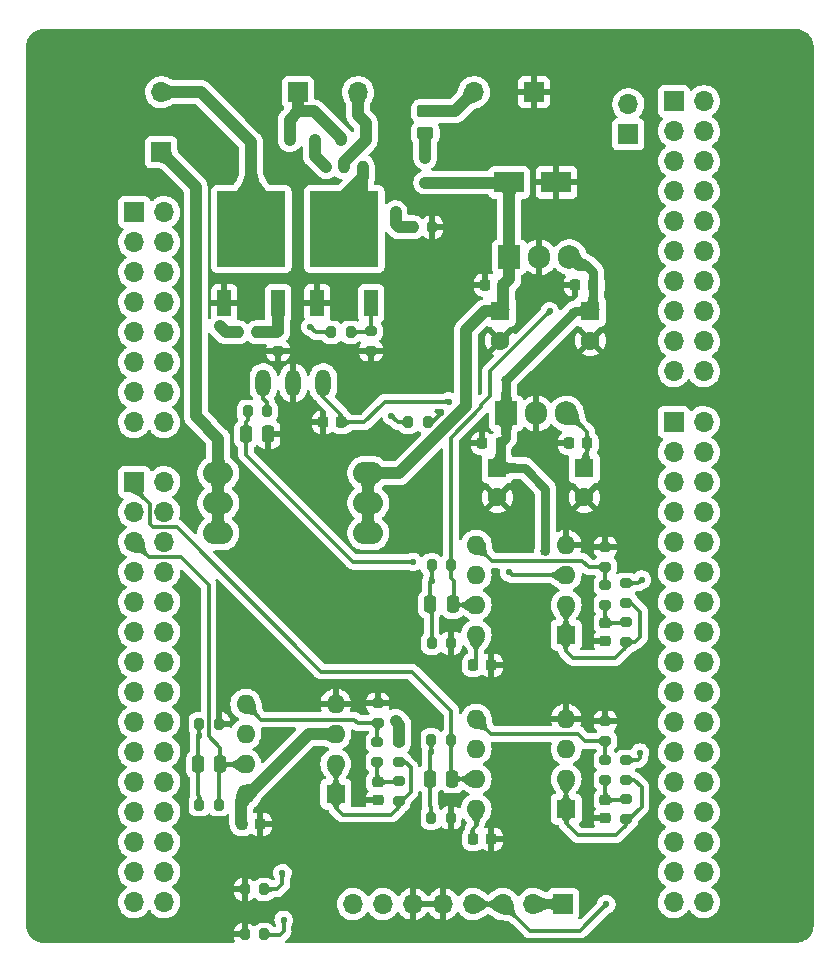
<source format=gbr>
%TF.GenerationSoftware,KiCad,Pcbnew,(6.0.2-0)*%
%TF.CreationDate,2022-07-28T16:30:58+02:00*%
%TF.ProjectId,stepper_testbench,73746570-7065-4725-9f74-65737462656e,rev?*%
%TF.SameCoordinates,Original*%
%TF.FileFunction,Copper,L2,Bot*%
%TF.FilePolarity,Positive*%
%FSLAX46Y46*%
G04 Gerber Fmt 4.6, Leading zero omitted, Abs format (unit mm)*
G04 Created by KiCad (PCBNEW (6.0.2-0)) date 2022-07-28 16:30:58*
%MOMM*%
%LPD*%
G01*
G04 APERTURE LIST*
G04 Aperture macros list*
%AMRoundRect*
0 Rectangle with rounded corners*
0 $1 Rounding radius*
0 $2 $3 $4 $5 $6 $7 $8 $9 X,Y pos of 4 corners*
0 Add a 4 corners polygon primitive as box body*
4,1,4,$2,$3,$4,$5,$6,$7,$8,$9,$2,$3,0*
0 Add four circle primitives for the rounded corners*
1,1,$1+$1,$2,$3*
1,1,$1+$1,$4,$5*
1,1,$1+$1,$6,$7*
1,1,$1+$1,$8,$9*
0 Add four rect primitives between the rounded corners*
20,1,$1+$1,$2,$3,$4,$5,0*
20,1,$1+$1,$4,$5,$6,$7,0*
20,1,$1+$1,$6,$7,$8,$9,0*
20,1,$1+$1,$8,$9,$2,$3,0*%
G04 Aperture macros list end*
%TA.AperFunction,ComponentPad*%
%ADD10R,1.600000X1.600000*%
%TD*%
%TA.AperFunction,ComponentPad*%
%ADD11C,1.600000*%
%TD*%
%TA.AperFunction,ComponentPad*%
%ADD12R,1.700000X1.700000*%
%TD*%
%TA.AperFunction,ComponentPad*%
%ADD13O,1.700000X1.700000*%
%TD*%
%TA.AperFunction,ComponentPad*%
%ADD14O,1.600000X1.600000*%
%TD*%
%TA.AperFunction,ComponentPad*%
%ADD15R,1.905000X2.000000*%
%TD*%
%TA.AperFunction,ComponentPad*%
%ADD16O,1.905000X2.000000*%
%TD*%
%TA.AperFunction,ComponentPad*%
%ADD17O,1.300000X2.300000*%
%TD*%
%TA.AperFunction,ComponentPad*%
%ADD18O,2.540000X1.900000*%
%TD*%
%TA.AperFunction,SMDPad,CuDef*%
%ADD19RoundRect,0.200000X0.275000X-0.200000X0.275000X0.200000X-0.275000X0.200000X-0.275000X-0.200000X0*%
%TD*%
%TA.AperFunction,SMDPad,CuDef*%
%ADD20RoundRect,0.200000X-0.275000X0.200000X-0.275000X-0.200000X0.275000X-0.200000X0.275000X0.200000X0*%
%TD*%
%TA.AperFunction,SMDPad,CuDef*%
%ADD21R,0.450000X0.600000*%
%TD*%
%TA.AperFunction,SMDPad,CuDef*%
%ADD22RoundRect,0.225000X0.225000X0.250000X-0.225000X0.250000X-0.225000X-0.250000X0.225000X-0.250000X0*%
%TD*%
%TA.AperFunction,SMDPad,CuDef*%
%ADD23R,1.200000X2.200000*%
%TD*%
%TA.AperFunction,SMDPad,CuDef*%
%ADD24R,5.800000X6.400000*%
%TD*%
%TA.AperFunction,SMDPad,CuDef*%
%ADD25RoundRect,0.200000X-0.200000X-0.275000X0.200000X-0.275000X0.200000X0.275000X-0.200000X0.275000X0*%
%TD*%
%TA.AperFunction,SMDPad,CuDef*%
%ADD26RoundRect,0.225000X-0.250000X0.225000X-0.250000X-0.225000X0.250000X-0.225000X0.250000X0.225000X0*%
%TD*%
%TA.AperFunction,SMDPad,CuDef*%
%ADD27RoundRect,0.200000X0.200000X0.275000X-0.200000X0.275000X-0.200000X-0.275000X0.200000X-0.275000X0*%
%TD*%
%TA.AperFunction,SMDPad,CuDef*%
%ADD28RoundRect,0.250000X0.250000X0.475000X-0.250000X0.475000X-0.250000X-0.475000X0.250000X-0.475000X0*%
%TD*%
%TA.AperFunction,SMDPad,CuDef*%
%ADD29RoundRect,0.225000X-0.225000X-0.250000X0.225000X-0.250000X0.225000X0.250000X-0.225000X0.250000X0*%
%TD*%
%TA.AperFunction,SMDPad,CuDef*%
%ADD30R,2.500000X1.800000*%
%TD*%
%TA.AperFunction,SMDPad,CuDef*%
%ADD31R,0.600000X0.450000*%
%TD*%
%TA.AperFunction,SMDPad,CuDef*%
%ADD32RoundRect,0.250000X-0.450000X0.262500X-0.450000X-0.262500X0.450000X-0.262500X0.450000X0.262500X0*%
%TD*%
%TA.AperFunction,SMDPad,CuDef*%
%ADD33RoundRect,0.250000X-0.250000X-0.475000X0.250000X-0.475000X0.250000X0.475000X-0.250000X0.475000X0*%
%TD*%
%TA.AperFunction,ViaPad*%
%ADD34C,0.800000*%
%TD*%
%TA.AperFunction,ViaPad*%
%ADD35C,0.850000*%
%TD*%
%TA.AperFunction,ViaPad*%
%ADD36C,0.550000*%
%TD*%
%TA.AperFunction,Conductor*%
%ADD37C,1.000000*%
%TD*%
%TA.AperFunction,Conductor*%
%ADD38C,0.300000*%
%TD*%
%TA.AperFunction,Conductor*%
%ADD39C,0.800000*%
%TD*%
G04 APERTURE END LIST*
D10*
%TO.P,C13,1*%
%TO.N,+24V*%
X166116000Y-63500000D03*
D11*
%TO.P,C13,2*%
%TO.N,GND*%
X166116000Y-66000000D03*
%TD*%
D12*
%TO.P,J5,1,Pin_1*%
%TO.N,/Connectors/UART1_TX*%
X176961000Y-48519000D03*
D13*
%TO.P,J5,2,Pin_2*%
%TO.N,/Connectors/UART1_RX*%
X176961000Y-45979000D03*
%TD*%
D10*
%TO.P,U3,1,OUT1*%
%TO.N,/Sensing/TORQUE_BUFF*%
X171694000Y-105654000D03*
D14*
%TO.P,U3,2,IN1-*%
X171694000Y-103114000D03*
%TO.P,U3,3,IN1+*%
%TO.N,/Connectors/TORQUE*%
X171694000Y-100574000D03*
%TO.P,U3,4,V-*%
%TO.N,GND*%
X171694000Y-98034000D03*
%TO.P,U3,5,IN2+*%
%TO.N,/Sensing/ADC_TORQUE*%
X164074000Y-98034000D03*
%TO.P,U3,6,IN2-*%
%TO.N,/Sensing/TORQUE_BUFF_IN2-*%
X164074000Y-100574000D03*
%TO.P,U3,7,OUT2*%
%TO.N,/Sensing/TORQUE_BUFF_ADC*%
X164074000Y-103114000D03*
%TO.P,U3,8,V+*%
%TO.N,+5V*%
X164074000Y-105654000D03*
%TD*%
D15*
%TO.P,U6,1,IN*%
%TO.N,+12V*%
X166624000Y-72161500D03*
D16*
%TO.P,U6,2,GND*%
%TO.N,GND*%
X169164000Y-72161500D03*
%TO.P,U6,3,OUT*%
%TO.N,+5V*%
X171704000Y-72161500D03*
%TD*%
D12*
%TO.P,J4,1,Pin_1*%
%TO.N,GND*%
X168970000Y-44958000D03*
D13*
%TO.P,J4,2,Pin_2*%
%TO.N,/Power/VIN*%
X163890000Y-44958000D03*
%TD*%
D10*
%TO.P,C14,1*%
%TO.N,+12V*%
X165862000Y-76772888D03*
D11*
%TO.P,C14,2*%
%TO.N,GND*%
X165862000Y-79272888D03*
%TD*%
D12*
%TO.P,J2,1,Pin_1*%
%TO.N,+12V*%
X171445000Y-113698000D03*
D13*
%TO.P,J2,2,Pin_2*%
X168905000Y-113698000D03*
%TO.P,J2,3,Pin_3*%
%TO.N,/Connectors/TORQUE*%
X166365000Y-113698000D03*
%TO.P,J2,4,Pin_4*%
X163825000Y-113698000D03*
%TO.P,J2,5,Pin_5*%
%TO.N,GND*%
X161285000Y-113698000D03*
%TO.P,J2,6,Pin_6*%
X158745000Y-113698000D03*
%TO.P,J2,7,Pin_7*%
%TO.N,unconnected-(J2-Pad7)*%
X156205000Y-113698000D03*
%TO.P,J2,8,Pin_8*%
%TO.N,unconnected-(J2-Pad8)*%
X153665000Y-113698000D03*
%TD*%
D10*
%TO.P,U4,1,OUT1*%
%TO.N,/Sensing/V_SUPPLY_BUFF*%
X152199000Y-104384000D03*
D14*
%TO.P,U4,2,IN1-*%
X152199000Y-101844000D03*
%TO.P,U4,3,IN1+*%
%TO.N,+24V*%
X152199000Y-99304000D03*
%TO.P,U4,4,V-*%
%TO.N,GND*%
X152199000Y-96764000D03*
%TO.P,U4,5,IN2+*%
%TO.N,/Sensing/ADC_V_SUPPLY*%
X144579000Y-96764000D03*
%TO.P,U4,6,IN2-*%
%TO.N,/Sensing/VOLTAGE_STEPPER_BUFF_IN2-*%
X144579000Y-99304000D03*
%TO.P,U4,7,OUT2*%
%TO.N,/Sensing/VOLTAGE_STEPPER_BUFF_ADC*%
X144579000Y-101844000D03*
%TO.P,U4,8,V+*%
%TO.N,+24V*%
X144579000Y-104384000D03*
%TD*%
D12*
%TO.P,J1,1,Pin_1*%
%TO.N,/Connectors/24V_BRAKE*%
X148988000Y-44958000D03*
D13*
%TO.P,J1,2,Pin_2*%
%TO.N,Net-(D1-Pad1)*%
X154068000Y-44958000D03*
%TD*%
D10*
%TO.P,C15,1*%
%TO.N,+12V*%
X173736000Y-63500000D03*
D11*
%TO.P,C15,2*%
%TO.N,GND*%
X173736000Y-66000000D03*
%TD*%
D10*
%TO.P,U1,1,OUT1*%
%TO.N,/Sensing/CURRENT_BUFF*%
X171694000Y-90922000D03*
D14*
%TO.P,U1,2,IN1-*%
X171694000Y-88382000D03*
%TO.P,U1,3,IN1+*%
%TO.N,/Sensing/CURRENT_SENSOR_OUTPUT*%
X171694000Y-85842000D03*
%TO.P,U1,4,V-*%
%TO.N,GND*%
X171694000Y-83302000D03*
%TO.P,U1,5,IN2+*%
%TO.N,/Sensing/ADC_CURRENT*%
X164074000Y-83302000D03*
%TO.P,U1,6,IN2-*%
%TO.N,/Sensing/CURRENT_BUFF_IN2-*%
X164074000Y-85842000D03*
%TO.P,U1,7,OUT2*%
%TO.N,/Sensing/CURRENT_BUFF_ADC*%
X164074000Y-88382000D03*
%TO.P,U1,8,V+*%
%TO.N,+5V*%
X164074000Y-90922000D03*
%TD*%
D15*
%TO.P,U5,1,VI*%
%TO.N,+24V*%
X166878000Y-58928000D03*
D16*
%TO.P,U5,2,GND*%
%TO.N,GND*%
X169418000Y-58928000D03*
%TO.P,U5,3,VO*%
%TO.N,+12V*%
X171958000Y-58928000D03*
%TD*%
D17*
%TO.P,U2,1,VDD*%
%TO.N,+5V*%
X151130000Y-69566000D03*
%TO.P,U2,2,GND*%
%TO.N,GND*%
X148590000Y-69566000D03*
%TO.P,U2,3,Out*%
%TO.N,Net-(R2-Pad1)*%
X146050000Y-69566000D03*
D18*
%TO.P,U2,4,IN_COIL_1*%
%TO.N,+24V*%
X154940000Y-77216000D03*
%TO.P,U2,5,IN_COIL_2*%
X154940000Y-79756000D03*
%TO.P,U2,6,IN_COIL_3*%
X154940000Y-82296000D03*
%TO.P,U2,7,OUT_COIL_1*%
%TO.N,/Connectors/STEPPER+*%
X142240000Y-77216000D03*
%TO.P,U2,8,OUT_COIL_2*%
X142240000Y-79756000D03*
%TO.P,U2,9,OUT_COIL_3*%
X142240000Y-82296000D03*
%TD*%
D10*
%TO.P,C16,1*%
%TO.N,+5V*%
X173228000Y-76772888D03*
D11*
%TO.P,C16,2*%
%TO.N,GND*%
X173228000Y-79272888D03*
%TD*%
D19*
%TO.P,R1,1*%
%TO.N,GND*%
X155175000Y-66850000D03*
%TO.P,R1,2*%
%TO.N,Net-(Q1-Pad1)*%
X155175000Y-65200000D03*
%TD*%
D12*
%TO.P,CN7,1,Pin_1*%
%TO.N,unconnected-(CN7-Pad1)*%
X180818000Y-45720000D03*
D13*
%TO.P,CN7,2,Pin_2*%
%TO.N,unconnected-(CN7-Pad2)*%
X183358000Y-45720000D03*
%TO.P,CN7,3,Pin_3*%
%TO.N,unconnected-(CN7-Pad3)*%
X180818000Y-48260000D03*
%TO.P,CN7,4,Pin_4*%
%TO.N,unconnected-(CN7-Pad4)*%
X183358000Y-48260000D03*
%TO.P,CN7,5,Pin_5*%
%TO.N,unconnected-(CN7-Pad5)*%
X180818000Y-50800000D03*
%TO.P,CN7,6,Pin_6*%
%TO.N,unconnected-(CN7-Pad6)*%
X183358000Y-50800000D03*
%TO.P,CN7,7,Pin_7*%
%TO.N,unconnected-(CN7-Pad7)*%
X180818000Y-53340000D03*
%TO.P,CN7,8,Pin_8*%
%TO.N,unconnected-(CN7-Pad8)*%
X183358000Y-53340000D03*
%TO.P,CN7,9,Pin_9*%
%TO.N,unconnected-(CN7-Pad9)*%
X180818000Y-55880000D03*
%TO.P,CN7,10,Pin_10*%
%TO.N,/Sensing/CURRENT_BUFF_ADC*%
X183358000Y-55880000D03*
%TO.P,CN7,11,Pin_11*%
%TO.N,unconnected-(CN7-Pad11)*%
X180818000Y-58420000D03*
%TO.P,CN7,12,Pin_12*%
%TO.N,unconnected-(CN7-Pad12)*%
X183358000Y-58420000D03*
%TO.P,CN7,13,Pin_13*%
%TO.N,unconnected-(CN7-Pad13)*%
X180818000Y-60960000D03*
%TO.P,CN7,14,Pin_14*%
%TO.N,unconnected-(CN7-Pad14)*%
X183358000Y-60960000D03*
%TO.P,CN7,15,Pin_15*%
%TO.N,unconnected-(CN7-Pad15)*%
X180818000Y-63500000D03*
%TO.P,CN7,16,Pin_16*%
%TO.N,unconnected-(CN7-Pad16)*%
X183358000Y-63500000D03*
%TO.P,CN7,17,Pin_17*%
%TO.N,unconnected-(CN7-Pad17)*%
X180818000Y-66040000D03*
%TO.P,CN7,18,Pin_18*%
%TO.N,unconnected-(CN7-Pad18)*%
X183358000Y-66040000D03*
%TO.P,CN7,19,Pin_19*%
%TO.N,unconnected-(CN7-Pad19)*%
X180818000Y-68580000D03*
%TO.P,CN7,20,Pin_20*%
%TO.N,unconnected-(CN7-Pad20)*%
X183358000Y-68580000D03*
%TD*%
D19*
%TO.P,R25,1*%
%TO.N,/Sensing/V_SUPPLY_BUFF*%
X157533000Y-101663000D03*
%TO.P,R25,2*%
%TO.N,+24V*%
X157533000Y-100013000D03*
%TD*%
D20*
%TO.P,R6,1*%
%TO.N,Net-(C1-Pad1)*%
X176784000Y-89853000D03*
%TO.P,R6,2*%
%TO.N,/Sensing/CURRENT_BUFF*%
X176784000Y-91503000D03*
%TD*%
D21*
%TO.P,D2,1,A*%
%TO.N,Net-(D2-Pad1)*%
X159766000Y-50512000D03*
%TO.P,D2,2,K*%
%TO.N,+24V*%
X159766000Y-52612000D03*
%TD*%
D22*
%TO.P,C2,1*%
%TO.N,+5V*%
X152667000Y-72912000D03*
%TO.P,C2,2*%
%TO.N,GND*%
X151117000Y-72912000D03*
%TD*%
D19*
%TO.P,R8,1*%
%TO.N,/Sensing/ADC_CURRENT*%
X175006000Y-85153000D03*
%TO.P,R8,2*%
%TO.N,GND*%
X175006000Y-83503000D03*
%TD*%
D23*
%TO.P,Q1,1,G*%
%TO.N,Net-(Q1-Pad1)*%
X155189000Y-62839000D03*
D24*
%TO.P,Q1,2,D*%
%TO.N,Net-(Q1-Pad2)*%
X152909000Y-56539000D03*
D23*
%TO.P,Q1,3,S*%
%TO.N,GND*%
X150629000Y-62839000D03*
%TD*%
D12*
%TO.P,CN8,1,Pin_1*%
%TO.N,unconnected-(CN8-Pad1)*%
X135128000Y-55113000D03*
D13*
%TO.P,CN8,2,Pin_2*%
%TO.N,/Connectors/PWM_BRAKE*%
X137668000Y-55113000D03*
%TO.P,CN8,3,Pin_3*%
%TO.N,unconnected-(CN8-Pad3)*%
X135128000Y-57653000D03*
%TO.P,CN8,4,Pin_4*%
%TO.N,/Connectors/ENABLE_STEPPER_SUPPLY*%
X137668000Y-57653000D03*
%TO.P,CN8,5,Pin_5*%
%TO.N,unconnected-(CN8-Pad5)*%
X135128000Y-60193000D03*
%TO.P,CN8,6,Pin_6*%
%TO.N,unconnected-(CN8-Pad6)*%
X137668000Y-60193000D03*
%TO.P,CN8,7,Pin_7*%
%TO.N,unconnected-(CN8-Pad7)*%
X135128000Y-62733000D03*
%TO.P,CN8,8,Pin_8*%
%TO.N,unconnected-(CN8-Pad8)*%
X137668000Y-62733000D03*
%TO.P,CN8,9,Pin_9*%
%TO.N,unconnected-(CN8-Pad9)*%
X135128000Y-65273000D03*
%TO.P,CN8,10,Pin_10*%
%TO.N,unconnected-(CN8-Pad10)*%
X137668000Y-65273000D03*
%TO.P,CN8,11,Pin_11*%
%TO.N,unconnected-(CN8-Pad11)*%
X135128000Y-67813000D03*
%TO.P,CN8,12,Pin_12*%
%TO.N,unconnected-(CN8-Pad12)*%
X137668000Y-67813000D03*
%TO.P,CN8,13,Pin_13*%
%TO.N,unconnected-(CN8-Pad13)*%
X135128000Y-70353000D03*
%TO.P,CN8,14,Pin_14*%
%TO.N,unconnected-(CN8-Pad14)*%
X137668000Y-70353000D03*
%TO.P,CN8,15,Pin_15*%
%TO.N,unconnected-(CN8-Pad15)*%
X135128000Y-72893000D03*
%TO.P,CN8,16,Pin_16*%
%TO.N,unconnected-(CN8-Pad16)*%
X137668000Y-72893000D03*
%TD*%
D25*
%TO.P,R21,1*%
%TO.N,Net-(D6-Pad1)*%
X158330500Y-72898000D03*
%TO.P,R21,2*%
%TO.N,GND*%
X159980500Y-72898000D03*
%TD*%
D19*
%TO.P,R28,1*%
%TO.N,GND*%
X147300000Y-66850000D03*
%TO.P,R28,2*%
%TO.N,Net-(Q2-Pad1)*%
X147300000Y-65200000D03*
%TD*%
D26*
%TO.P,C1,1*%
%TO.N,Net-(C1-Pad1)*%
X175006000Y-89903000D03*
%TO.P,C1,2*%
%TO.N,GND*%
X175006000Y-91453000D03*
%TD*%
D25*
%TO.P,R17,1*%
%TO.N,/Sensing/CURRENT_BUFF_IN2-*%
X160300810Y-85000000D03*
%TO.P,R17,2*%
%TO.N,/Sensing/CURRENT_BUFF_ADC*%
X161950810Y-85000000D03*
%TD*%
D27*
%TO.P,R19,1*%
%TO.N,Net-(D8-Pad1)*%
X146124000Y-116274000D03*
%TO.P,R19,2*%
%TO.N,GND*%
X144474000Y-116274000D03*
%TD*%
D22*
%TO.P,C11,1*%
%TO.N,+5V*%
X173495000Y-74701500D03*
%TO.P,C11,2*%
%TO.N,GND*%
X171945000Y-74701500D03*
%TD*%
D20*
%TO.P,R15,1*%
%TO.N,/Sensing/CURRENT_SENSOR_OUTPUT*%
X176784000Y-86551000D03*
%TO.P,R15,2*%
%TO.N,/Sensing/CURRENT_BUFF*%
X176784000Y-88201000D03*
%TD*%
%TO.P,R9,1*%
%TO.N,Net-(C4-Pad1)*%
X176784000Y-104839000D03*
%TO.P,R9,2*%
%TO.N,/Sensing/TORQUE_BUFF*%
X176784000Y-106489000D03*
%TD*%
D22*
%TO.P,C8,1*%
%TO.N,+24V*%
X166383000Y-61285000D03*
%TO.P,C8,2*%
%TO.N,GND*%
X164833000Y-61285000D03*
%TD*%
D25*
%TO.P,R16,1*%
%TO.N,/Sensing/CURRENT_BUFF_IN2-*%
X160300810Y-91604000D03*
%TO.P,R16,2*%
%TO.N,GND*%
X161950810Y-91604000D03*
%TD*%
D28*
%TO.P,C17,1*%
%TO.N,/Sensing/CURRENT_BUFF_ADC*%
X162075810Y-88302000D03*
%TO.P,C17,2*%
%TO.N,/Sensing/CURRENT_BUFF_IN2-*%
X160175810Y-88302000D03*
%TD*%
D29*
%TO.P,C5,1*%
%TO.N,+5V*%
X163817000Y-93472000D03*
%TO.P,C5,2*%
%TO.N,GND*%
X165367000Y-93472000D03*
%TD*%
D30*
%TO.P,D3,1,K*%
%TO.N,+24V*%
X166878000Y-52604000D03*
%TO.P,D3,2,A*%
%TO.N,GND*%
X170878000Y-52604000D03*
%TD*%
D25*
%TO.P,R3,1*%
%TO.N,/Connectors/PWM_BRAKE*%
X151800000Y-65278000D03*
%TO.P,R3,2*%
%TO.N,Net-(Q1-Pad1)*%
X153450000Y-65278000D03*
%TD*%
%TO.P,R23,1*%
%TO.N,/Sensing/TORQUE_BUFF_IN2-*%
X160275000Y-106404000D03*
%TO.P,R23,2*%
%TO.N,GND*%
X161925000Y-106404000D03*
%TD*%
D19*
%TO.P,R14,1*%
%TO.N,/Sensing/ADC_V_SUPPLY*%
X155755000Y-98361000D03*
%TO.P,R14,2*%
%TO.N,GND*%
X155755000Y-96711000D03*
%TD*%
D22*
%TO.P,C10,1*%
%TO.N,+12V*%
X166142000Y-74701500D03*
%TO.P,C10,2*%
%TO.N,GND*%
X164592000Y-74701500D03*
%TD*%
D25*
%TO.P,R5,1*%
%TO.N,/Connectors/ENABLE_STEPPER_SUPPLY*%
X143892000Y-65278000D03*
%TO.P,R5,2*%
%TO.N,Net-(Q2-Pad1)*%
X145542000Y-65278000D03*
%TD*%
D31*
%TO.P,D5,1,A*%
%TO.N,+24V*%
X150402000Y-49022000D03*
%TO.P,D5,2,K*%
%TO.N,/Connectors/24V_BRAKE*%
X148302000Y-49022000D03*
%TD*%
D22*
%TO.P,C12,1*%
%TO.N,+12V*%
X174003000Y-61285000D03*
%TO.P,C12,2*%
%TO.N,GND*%
X172453000Y-61285000D03*
%TD*%
D12*
%TO.P,CN9,1,Pin_1*%
%TO.N,/Sensing/TORQUE_BUFF_ADC*%
X135133000Y-77973000D03*
D13*
%TO.P,CN9,2,Pin_2*%
%TO.N,unconnected-(CN9-Pad2)*%
X137673000Y-77973000D03*
%TO.P,CN9,3,Pin_3*%
%TO.N,unconnected-(CN9-Pad3)*%
X135133000Y-80513000D03*
%TO.P,CN9,4,Pin_4*%
%TO.N,unconnected-(CN9-Pad4)*%
X137673000Y-80513000D03*
%TO.P,CN9,5,Pin_5*%
%TO.N,/Sensing/VOLTAGE_STEPPER_BUFF_ADC*%
X135133000Y-83053000D03*
%TO.P,CN9,6,Pin_6*%
%TO.N,unconnected-(CN9-Pad6)*%
X137673000Y-83053000D03*
%TO.P,CN9,7,Pin_7*%
%TO.N,unconnected-(CN9-Pad7)*%
X135133000Y-85593000D03*
%TO.P,CN9,8,Pin_8*%
%TO.N,unconnected-(CN9-Pad8)*%
X137673000Y-85593000D03*
%TO.P,CN9,9,Pin_9*%
%TO.N,unconnected-(CN9-Pad9)*%
X135133000Y-88133000D03*
%TO.P,CN9,10,Pin_10*%
%TO.N,unconnected-(CN9-Pad10)*%
X137673000Y-88133000D03*
%TO.P,CN9,11,Pin_11*%
%TO.N,unconnected-(CN9-Pad11)*%
X135133000Y-90673000D03*
%TO.P,CN9,12,Pin_12*%
%TO.N,unconnected-(CN9-Pad12)*%
X137673000Y-90673000D03*
%TO.P,CN9,13,Pin_13*%
%TO.N,unconnected-(CN9-Pad13)*%
X135133000Y-93213000D03*
%TO.P,CN9,14,Pin_14*%
%TO.N,unconnected-(CN9-Pad14)*%
X137673000Y-93213000D03*
%TO.P,CN9,15,Pin_15*%
%TO.N,unconnected-(CN9-Pad15)*%
X135133000Y-95753000D03*
%TO.P,CN9,16,Pin_16*%
%TO.N,unconnected-(CN9-Pad16)*%
X137673000Y-95753000D03*
%TO.P,CN9,17,Pin_17*%
%TO.N,unconnected-(CN9-Pad17)*%
X135133000Y-98293000D03*
%TO.P,CN9,18,Pin_18*%
%TO.N,unconnected-(CN9-Pad18)*%
X137673000Y-98293000D03*
%TO.P,CN9,19,Pin_19*%
%TO.N,unconnected-(CN9-Pad19)*%
X135133000Y-100833000D03*
%TO.P,CN9,20,Pin_20*%
%TO.N,unconnected-(CN9-Pad20)*%
X137673000Y-100833000D03*
%TO.P,CN9,21,Pin_21*%
%TO.N,unconnected-(CN9-Pad21)*%
X135133000Y-103373000D03*
%TO.P,CN9,22,Pin_22*%
%TO.N,unconnected-(CN9-Pad22)*%
X137673000Y-103373000D03*
%TO.P,CN9,23,Pin_23*%
%TO.N,unconnected-(CN9-Pad23)*%
X135133000Y-105913000D03*
%TO.P,CN9,24,Pin_24*%
%TO.N,unconnected-(CN9-Pad24)*%
X137673000Y-105913000D03*
%TO.P,CN9,25,Pin_25*%
%TO.N,unconnected-(CN9-Pad25)*%
X135133000Y-108453000D03*
%TO.P,CN9,26,Pin_26*%
%TO.N,/Connectors/LED1*%
X137673000Y-108453000D03*
%TO.P,CN9,27,Pin_27*%
%TO.N,unconnected-(CN9-Pad27)*%
X135133000Y-110993000D03*
%TO.P,CN9,28,Pin_28*%
%TO.N,/Connectors/LED2*%
X137673000Y-110993000D03*
%TO.P,CN9,29,Pin_29*%
%TO.N,unconnected-(CN9-Pad29)*%
X135133000Y-113533000D03*
%TO.P,CN9,30,Pin_30*%
%TO.N,unconnected-(CN9-Pad30)*%
X137673000Y-113533000D03*
%TD*%
D28*
%TO.P,C18,1*%
%TO.N,/Sensing/TORQUE_BUFF_ADC*%
X162050000Y-103102000D03*
%TO.P,C18,2*%
%TO.N,/Sensing/TORQUE_BUFF_IN2-*%
X160150000Y-103102000D03*
%TD*%
D12*
%TO.P,J6,1,Pin_1*%
%TO.N,/Connectors/STEPPER+*%
X137414000Y-50039000D03*
D13*
%TO.P,J6,2,Pin_2*%
%TO.N,Net-(Q2-Pad2)*%
X137414000Y-44959000D03*
%TD*%
D26*
%TO.P,C4,1*%
%TO.N,Net-(C4-Pad1)*%
X175006000Y-104889000D03*
%TO.P,C4,2*%
%TO.N,GND*%
X175006000Y-106439000D03*
%TD*%
D27*
%TO.P,R18,1*%
%TO.N,Net-(D7-Pad1)*%
X146124000Y-112464000D03*
%TO.P,R18,2*%
%TO.N,GND*%
X144474000Y-112464000D03*
%TD*%
D25*
%TO.P,R27,1*%
%TO.N,/Sensing/VOLTAGE_STEPPER_BUFF_IN2-*%
X140647000Y-105300000D03*
%TO.P,R27,2*%
%TO.N,/Sensing/VOLTAGE_STEPPER_BUFF_ADC*%
X142297000Y-105300000D03*
%TD*%
D27*
%TO.P,R2,1*%
%TO.N,Net-(R2-Pad1)*%
X146375000Y-71975000D03*
%TO.P,R2,2*%
%TO.N,/Sensing/CURRENT_SENSOR_OUTPUT*%
X144725000Y-71975000D03*
%TD*%
D12*
%TO.P,CN10,1,Pin_1*%
%TO.N,unconnected-(CN10-Pad1)*%
X180811000Y-72893000D03*
D13*
%TO.P,CN10,2,Pin_2*%
%TO.N,unconnected-(CN10-Pad2)*%
X183351000Y-72893000D03*
%TO.P,CN10,3,Pin_3*%
%TO.N,unconnected-(CN10-Pad3)*%
X180811000Y-75433000D03*
%TO.P,CN10,4,Pin_4*%
%TO.N,unconnected-(CN10-Pad4)*%
X183351000Y-75433000D03*
%TO.P,CN10,5,Pin_5*%
%TO.N,unconnected-(CN10-Pad5)*%
X180811000Y-77973000D03*
%TO.P,CN10,6,Pin_6*%
%TO.N,unconnected-(CN10-Pad6)*%
X183351000Y-77973000D03*
%TO.P,CN10,7,Pin_7*%
%TO.N,unconnected-(CN10-Pad7)*%
X180811000Y-80513000D03*
%TO.P,CN10,8,Pin_8*%
%TO.N,unconnected-(CN10-Pad8)*%
X183351000Y-80513000D03*
%TO.P,CN10,9,Pin_9*%
%TO.N,unconnected-(CN10-Pad9)*%
X180811000Y-83053000D03*
%TO.P,CN10,10,Pin_10*%
%TO.N,unconnected-(CN10-Pad10)*%
X183351000Y-83053000D03*
%TO.P,CN10,11,Pin_11*%
%TO.N,unconnected-(CN10-Pad11)*%
X180811000Y-85593000D03*
%TO.P,CN10,12,Pin_12*%
%TO.N,unconnected-(CN10-Pad12)*%
X183351000Y-85593000D03*
%TO.P,CN10,13,Pin_13*%
%TO.N,unconnected-(CN10-Pad13)*%
X180811000Y-88133000D03*
%TO.P,CN10,14,Pin_14*%
%TO.N,/Connectors/UART1_TX*%
X183351000Y-88133000D03*
%TO.P,CN10,15,Pin_15*%
%TO.N,unconnected-(CN10-Pad15)*%
X180811000Y-90673000D03*
%TO.P,CN10,16,Pin_16*%
%TO.N,/Connectors/UART1_RX*%
X183351000Y-90673000D03*
%TO.P,CN10,17,Pin_17*%
%TO.N,unconnected-(CN10-Pad17)*%
X180811000Y-93213000D03*
%TO.P,CN10,18,Pin_18*%
%TO.N,unconnected-(CN10-Pad18)*%
X183351000Y-93213000D03*
%TO.P,CN10,19,Pin_19*%
%TO.N,unconnected-(CN10-Pad19)*%
X180811000Y-95753000D03*
%TO.P,CN10,20,Pin_20*%
%TO.N,unconnected-(CN10-Pad20)*%
X183351000Y-95753000D03*
%TO.P,CN10,21,Pin_21*%
%TO.N,unconnected-(CN10-Pad21)*%
X180811000Y-98293000D03*
%TO.P,CN10,22,Pin_22*%
%TO.N,unconnected-(CN10-Pad22)*%
X183351000Y-98293000D03*
%TO.P,CN10,23,Pin_23*%
%TO.N,unconnected-(CN10-Pad23)*%
X180811000Y-100833000D03*
%TO.P,CN10,24,Pin_24*%
%TO.N,unconnected-(CN10-Pad24)*%
X183351000Y-100833000D03*
%TO.P,CN10,25,Pin_25*%
%TO.N,unconnected-(CN10-Pad25)*%
X180811000Y-103373000D03*
%TO.P,CN10,26,Pin_26*%
%TO.N,unconnected-(CN10-Pad26)*%
X183351000Y-103373000D03*
%TO.P,CN10,27,Pin_27*%
%TO.N,unconnected-(CN10-Pad27)*%
X180811000Y-105913000D03*
%TO.P,CN10,28,Pin_28*%
%TO.N,unconnected-(CN10-Pad28)*%
X183351000Y-105913000D03*
%TO.P,CN10,29,Pin_29*%
%TO.N,unconnected-(CN10-Pad29)*%
X180811000Y-108453000D03*
%TO.P,CN10,30,Pin_30*%
%TO.N,unconnected-(CN10-Pad30)*%
X183351000Y-108453000D03*
%TO.P,CN10,31,Pin_31*%
%TO.N,unconnected-(CN10-Pad31)*%
X180811000Y-110993000D03*
%TO.P,CN10,32,Pin_32*%
%TO.N,unconnected-(CN10-Pad32)*%
X183351000Y-110993000D03*
%TO.P,CN10,33,Pin_33*%
%TO.N,unconnected-(CN10-Pad33)*%
X180811000Y-113533000D03*
%TO.P,CN10,34,Pin_34*%
%TO.N,unconnected-(CN10-Pad34)*%
X183351000Y-113533000D03*
%TD*%
D19*
%TO.P,R10,1*%
%TO.N,Net-(C4-Pad1)*%
X175006000Y-103187000D03*
%TO.P,R10,2*%
%TO.N,/Sensing/ADC_TORQUE*%
X175006000Y-101537000D03*
%TD*%
D25*
%TO.P,R24,1*%
%TO.N,/Sensing/TORQUE_BUFF_IN2-*%
X160275000Y-99800000D03*
%TO.P,R24,2*%
%TO.N,/Sensing/TORQUE_BUFF_ADC*%
X161925000Y-99800000D03*
%TD*%
D19*
%TO.P,R22,1*%
%TO.N,/Sensing/TORQUE_BUFF*%
X176784000Y-103187000D03*
%TO.P,R22,2*%
%TO.N,/Connectors/TORQUE*%
X176784000Y-101537000D03*
%TD*%
%TO.P,R7,1*%
%TO.N,Net-(C1-Pad1)*%
X175006000Y-88353000D03*
%TO.P,R7,2*%
%TO.N,/Sensing/ADC_CURRENT*%
X175006000Y-86703000D03*
%TD*%
%TO.P,R13,1*%
%TO.N,Net-(C6-Pad1)*%
X155702000Y-101663000D03*
%TO.P,R13,2*%
%TO.N,/Sensing/ADC_V_SUPPLY*%
X155702000Y-100013000D03*
%TD*%
D25*
%TO.P,R26,1*%
%TO.N,/Sensing/VOLTAGE_STEPPER_BUFF_IN2-*%
X140647000Y-98442000D03*
%TO.P,R26,2*%
%TO.N,GND*%
X142297000Y-98442000D03*
%TD*%
D23*
%TO.P,Q2,1,G*%
%TO.N,Net-(Q2-Pad1)*%
X147315000Y-62839000D03*
D24*
%TO.P,Q2,2,D*%
%TO.N,Net-(Q2-Pad2)*%
X145035000Y-56539000D03*
D23*
%TO.P,Q2,3,S*%
%TO.N,GND*%
X142755000Y-62839000D03*
%TD*%
D25*
%TO.P,R20,1*%
%TO.N,Net-(D4-Pad1)*%
X158707000Y-56388000D03*
%TO.P,R20,2*%
%TO.N,GND*%
X160357000Y-56388000D03*
%TD*%
D32*
%TO.P,FB1,1*%
%TO.N,/Power/VIN*%
X159766000Y-46585500D03*
%TO.P,FB1,2*%
%TO.N,Net-(D2-Pad1)*%
X159766000Y-48410500D03*
%TD*%
D19*
%TO.P,R11,1*%
%TO.N,/Sensing/ADC_TORQUE*%
X175006000Y-99885000D03*
%TO.P,R11,2*%
%TO.N,GND*%
X175006000Y-98235000D03*
%TD*%
D26*
%TO.P,C6,1*%
%TO.N,Net-(C6-Pad1)*%
X155755000Y-103365000D03*
%TO.P,C6,2*%
%TO.N,GND*%
X155755000Y-104915000D03*
%TD*%
D28*
%TO.P,C19,1*%
%TO.N,/Sensing/VOLTAGE_STEPPER_BUFF_ADC*%
X142422000Y-101871000D03*
%TO.P,C19,2*%
%TO.N,/Sensing/VOLTAGE_STEPPER_BUFF_IN2-*%
X140522000Y-101871000D03*
%TD*%
D31*
%TO.P,D1,1,A*%
%TO.N,Net-(D1-Pad1)*%
X154720000Y-49022000D03*
%TO.P,D1,2,K*%
%TO.N,/Connectors/24V_BRAKE*%
X152620000Y-49022000D03*
%TD*%
D29*
%TO.P,C7,1*%
%TO.N,+24V*%
X144259000Y-106934000D03*
%TO.P,C7,2*%
%TO.N,GND*%
X145809000Y-106934000D03*
%TD*%
%TO.P,C3,1*%
%TO.N,+5V*%
X163817000Y-108204000D03*
%TO.P,C3,2*%
%TO.N,GND*%
X165367000Y-108204000D03*
%TD*%
D33*
%TO.P,C9,1*%
%TO.N,/Sensing/CURRENT_SENSOR_OUTPUT*%
X144592000Y-73928000D03*
%TO.P,C9,2*%
%TO.N,GND*%
X146492000Y-73928000D03*
%TD*%
D20*
%TO.P,R12,1*%
%TO.N,Net-(C6-Pad1)*%
X157533000Y-103315000D03*
%TO.P,R12,2*%
%TO.N,/Sensing/V_SUPPLY_BUFF*%
X157533000Y-104965000D03*
%TD*%
D27*
%TO.P,R4,1*%
%TO.N,Net-(Q1-Pad2)*%
X154495000Y-51308000D03*
%TO.P,R4,2*%
%TO.N,Net-(D1-Pad1)*%
X152845000Y-51308000D03*
%TD*%
D34*
%TO.N,+24V*%
X151384000Y-51308000D03*
X157275000Y-98200000D03*
D35*
%TO.N,+12V*%
X169925000Y-83800000D03*
D34*
X166624000Y-69342000D03*
D36*
%TO.N,/Sensing/CURRENT_SENSOR_OUTPUT*%
X178125000Y-86225000D03*
X166850000Y-85600000D03*
X158725000Y-84725000D03*
%TO.N,GND*%
X190236000Y-100765000D03*
X159110000Y-67880000D03*
X142600000Y-67590000D03*
X153000000Y-68130000D03*
X127086000Y-93565000D03*
X155510000Y-108440000D03*
X149098000Y-96266000D03*
X130486000Y-72290000D03*
X149352000Y-103632000D03*
X178470000Y-54450000D03*
X161700000Y-58280000D03*
X187961000Y-107115000D03*
X172974000Y-49784000D03*
X191436000Y-91990000D03*
X157600000Y-60280000D03*
X173482000Y-95250000D03*
X191561000Y-81790000D03*
X161750000Y-62810000D03*
X188311000Y-77340000D03*
X189386000Y-105190000D03*
X143740000Y-92830000D03*
X171510000Y-67990000D03*
X156430000Y-74180000D03*
X187286000Y-66065000D03*
X173425000Y-105950000D03*
X177450000Y-60440000D03*
X147550000Y-75540000D03*
X152110000Y-86790000D03*
X132011000Y-62865000D03*
X173450000Y-90700000D03*
X173450000Y-102200000D03*
X130811000Y-93315000D03*
X127936000Y-102915000D03*
X166070000Y-49810000D03*
X157340000Y-111000000D03*
X154178000Y-100838000D03*
X151800000Y-77060000D03*
X128270000Y-59182000D03*
X172220000Y-42860000D03*
X129836000Y-111440000D03*
X170440000Y-56990000D03*
X190461000Y-73740000D03*
X148590000Y-88392000D03*
X131336000Y-43890000D03*
X147290000Y-84980000D03*
X150090000Y-114330000D03*
X131611000Y-47765000D03*
X146220000Y-79350000D03*
X164180000Y-54560000D03*
X128561000Y-73265000D03*
X140990000Y-48950000D03*
X173550000Y-88250000D03*
X188561000Y-83115000D03*
X176800000Y-72200000D03*
X161130000Y-72150000D03*
X189161000Y-89840000D03*
X151020000Y-42260000D03*
X157950000Y-88540000D03*
X189511000Y-46515000D03*
X145360000Y-44040000D03*
X128886000Y-96190000D03*
X128886000Y-90565000D03*
X174320000Y-54610000D03*
X128011000Y-43190000D03*
X188186000Y-112165000D03*
X163380000Y-80760000D03*
X128636000Y-113240000D03*
X129794000Y-79502000D03*
X158950000Y-80430000D03*
X177390000Y-67340000D03*
X129011000Y-86715000D03*
X128411000Y-109640000D03*
X129736000Y-105915000D03*
X153924000Y-103378000D03*
X127036000Y-48040000D03*
X191770000Y-115570000D03*
X187436000Y-71740000D03*
X153416000Y-107950000D03*
X128686000Y-54415000D03*
X166180000Y-46690000D03*
X143140000Y-71400000D03*
X151030000Y-110420000D03*
X144200000Y-89340000D03*
X188976000Y-55118000D03*
X173550000Y-104125000D03*
X178308000Y-42926000D03*
X147430000Y-99310000D03*
X128836000Y-67165000D03*
X130561000Y-99565000D03*
X187561000Y-45840000D03*
X127561000Y-99690000D03*
X157380000Y-44040000D03*
X129536000Y-63840000D03*
X190336000Y-59965000D03*
X190610000Y-102720000D03*
X187711000Y-98965000D03*
%TO.N,+5V*%
X161750000Y-71150000D03*
%TO.N,/Connectors/PWM_BRAKE*%
X150050000Y-64825000D03*
%TO.N,Net-(D4-Pad1)*%
X157250000Y-55125000D03*
%TO.N,Net-(D6-Pad1)*%
X156900000Y-72350000D03*
%TO.N,Net-(D7-Pad1)*%
X147675000Y-111100000D03*
%TO.N,Net-(D8-Pad1)*%
X147782250Y-115036000D03*
%TO.N,/Connectors/TORQUE*%
X175100000Y-113725000D03*
X177950000Y-100875000D03*
%TO.N,Net-(Q1-Pad2)*%
X152800000Y-58410000D03*
X152909000Y-54531000D03*
X150910000Y-58500000D03*
X154950000Y-54520000D03*
X150790000Y-56650000D03*
X152909000Y-56539000D03*
X150760000Y-54490000D03*
X154940000Y-56642000D03*
X154950000Y-58500000D03*
%TO.N,/Sensing/CURRENT_BUFF_ADC*%
X170300000Y-63525000D03*
%TO.N,/Sensing/CURRENT_BUFF_IN2-*%
X160300810Y-86314190D03*
%TO.N,/Sensing/TORQUE_BUFF_IN2-*%
X160275000Y-100800000D03*
%TO.N,/Sensing/VOLTAGE_STEPPER_BUFF_IN2-*%
X140647000Y-99453000D03*
%TO.N,Net-(Q2-Pad2)*%
X147066000Y-56388000D03*
X145035000Y-58639000D03*
X145034000Y-54356000D03*
X147066000Y-58620000D03*
X143002000Y-54356000D03*
X147066000Y-54356000D03*
X145035000Y-56539000D03*
X143002000Y-58674000D03*
X143002000Y-56642000D03*
%TO.N,/Connectors/ENABLE_STEPPER_SUPPLY*%
X142375000Y-64750000D03*
%TD*%
D37*
%TO.N,+24V*%
X154940000Y-77216000D02*
X157564000Y-77216000D01*
X157564000Y-77216000D02*
X163225000Y-71555000D01*
X163225000Y-71555000D02*
X163225000Y-65075000D01*
X163225000Y-65075000D02*
X164800000Y-63500000D01*
X164800000Y-63500000D02*
X166116000Y-63500000D01*
D38*
%TO.N,/Sensing/CURRENT_BUFF_ADC*%
X161950810Y-85000000D02*
X161950810Y-74199190D01*
X161950810Y-74199190D02*
X164500000Y-71650000D01*
X164500000Y-71425000D02*
X165250000Y-70675000D01*
X164500000Y-71650000D02*
X164500000Y-71425000D01*
X165250000Y-70675000D02*
X165250000Y-68575000D01*
X165250000Y-68575000D02*
X170300000Y-63525000D01*
D37*
%TO.N,/Connectors/24V_BRAKE*%
X152620000Y-49022000D02*
X152620000Y-48830000D01*
X152620000Y-48830000D02*
X150382000Y-46592000D01*
X150382000Y-46592000D02*
X148988000Y-46592000D01*
%TO.N,+24V*%
X166383000Y-61285000D02*
X166383000Y-63233000D01*
X150402000Y-50326000D02*
X150402000Y-49022000D01*
X166878000Y-58928000D02*
X166878000Y-60790000D01*
X144816000Y-104384000D02*
X149896000Y-99304000D01*
X149896000Y-99304000D02*
X152199000Y-99304000D01*
X166362000Y-52612000D02*
X166370000Y-52604000D01*
X166383000Y-63233000D02*
X166116000Y-63500000D01*
X144200000Y-106875000D02*
X144259000Y-106934000D01*
X154940000Y-77216000D02*
X154940000Y-82296000D01*
X151384000Y-51308000D02*
X150402000Y-50326000D01*
X144579000Y-104384000D02*
X144816000Y-104384000D01*
X157575000Y-98500000D02*
X157575000Y-99971000D01*
X166878000Y-58928000D02*
X166878000Y-52604000D01*
X157575000Y-99971000D02*
X157533000Y-100013000D01*
X144579000Y-104571000D02*
X144200000Y-104950000D01*
X144579000Y-104384000D02*
X144579000Y-104571000D01*
X159766000Y-52612000D02*
X166362000Y-52612000D01*
X166878000Y-60790000D02*
X166383000Y-61285000D01*
X157275000Y-98200000D02*
X157575000Y-98500000D01*
X144200000Y-104950000D02*
X144200000Y-106875000D01*
D39*
%TO.N,+12V*%
X166142000Y-76492888D02*
X165862000Y-76772888D01*
X174003000Y-61285000D02*
X174003000Y-63233000D01*
X169925000Y-83800000D02*
X169925000Y-78525000D01*
X172466000Y-63500000D02*
X166624000Y-69342000D01*
X174003000Y-60211000D02*
X174003000Y-61285000D01*
X168905000Y-113698000D02*
X171445000Y-113698000D01*
X174003000Y-63233000D02*
X173736000Y-63500000D01*
X173736000Y-63500000D02*
X172466000Y-63500000D01*
X166624000Y-69342000D02*
X166624000Y-72161500D01*
X166624000Y-72161500D02*
X166624000Y-74219500D01*
X172720000Y-59690000D02*
X173482000Y-59690000D01*
X169925000Y-78525000D02*
X168172888Y-76772888D01*
X166142000Y-74701500D02*
X166142000Y-76492888D01*
X173482000Y-59690000D02*
X174003000Y-60211000D01*
X171958000Y-58928000D02*
X172720000Y-59690000D01*
X168172888Y-76772888D02*
X165862000Y-76772888D01*
X166624000Y-74219500D02*
X166142000Y-74701500D01*
D38*
%TO.N,/Sensing/CURRENT_BUFF*%
X176784000Y-91941000D02*
X175850000Y-92875000D01*
X176784000Y-91503000D02*
X176784000Y-91941000D01*
X177975000Y-91050000D02*
X177522000Y-91503000D01*
X177975000Y-88950000D02*
X177975000Y-91050000D01*
X171694000Y-92269000D02*
X171694000Y-90922000D01*
X176784000Y-88201000D02*
X177226000Y-88201000D01*
X175850000Y-92875000D02*
X172300000Y-92875000D01*
X177226000Y-88201000D02*
X177975000Y-88950000D01*
X177522000Y-91503000D02*
X176784000Y-91503000D01*
X171694000Y-90922000D02*
X171694000Y-88382000D01*
X172300000Y-92875000D02*
X171694000Y-92269000D01*
%TO.N,/Sensing/CURRENT_SENSOR_OUTPUT*%
X176784000Y-86551000D02*
X177799000Y-86551000D01*
X144592000Y-73928000D02*
X144592000Y-72858000D01*
X144592000Y-72858000D02*
X144725000Y-72725000D01*
X153675000Y-84725000D02*
X144592000Y-75642000D01*
X158725000Y-84725000D02*
X153675000Y-84725000D01*
X144725000Y-72725000D02*
X144725000Y-71975000D01*
X177799000Y-86551000D02*
X178125000Y-86225000D01*
X166850000Y-85600000D02*
X167092000Y-85842000D01*
X167092000Y-85842000D02*
X171694000Y-85842000D01*
X144592000Y-75642000D02*
X144592000Y-73928000D01*
%TO.N,GND*%
X159980500Y-72898000D02*
X160382000Y-72898000D01*
X160382000Y-72898000D02*
X161130000Y-72150000D01*
%TO.N,/Sensing/ADC_CURRENT*%
X173075000Y-84625000D02*
X173650000Y-85200000D01*
X165397000Y-84625000D02*
X173075000Y-84625000D01*
X173650000Y-85200000D02*
X174959000Y-85200000D01*
X164074000Y-83302000D02*
X165397000Y-84625000D01*
X175006000Y-85153000D02*
X175006000Y-86703000D01*
X174959000Y-85200000D02*
X175006000Y-85153000D01*
%TO.N,Net-(C1-Pad1)*%
X175006000Y-89903000D02*
X176734000Y-89903000D01*
X175006000Y-88353000D02*
X175006000Y-89903000D01*
X176734000Y-89903000D02*
X176784000Y-89853000D01*
%TO.N,+5V*%
X156100000Y-71425000D02*
X156375000Y-71150000D01*
X152667000Y-72317000D02*
X152667000Y-72912000D01*
X152667000Y-72912000D02*
X154613000Y-72912000D01*
X154613000Y-72912000D02*
X156100000Y-71425000D01*
X171911500Y-72161500D02*
X173495000Y-73745000D01*
X164074000Y-93215000D02*
X163817000Y-93472000D01*
X163817000Y-107308000D02*
X164075000Y-107050000D01*
X163817000Y-108204000D02*
X163817000Y-107308000D01*
X156375000Y-71150000D02*
X161650000Y-71150000D01*
X173200000Y-76744888D02*
X173228000Y-76772888D01*
X173495000Y-73745000D02*
X173495000Y-74701500D01*
X173200000Y-75725000D02*
X173200000Y-76744888D01*
X164074000Y-90922000D02*
X164074000Y-93215000D01*
X171704000Y-72161500D02*
X171911500Y-72161500D01*
X173495000Y-75430000D02*
X173200000Y-75725000D01*
X151130000Y-69566000D02*
X151130000Y-70780000D01*
X151130000Y-70780000D02*
X152667000Y-72317000D01*
X164075000Y-107050000D02*
X164075000Y-105655000D01*
X164075000Y-105655000D02*
X164074000Y-105654000D01*
X173495000Y-74701500D02*
X173495000Y-75430000D01*
X164074000Y-90922000D02*
X164553000Y-90922000D01*
%TO.N,Net-(C4-Pad1)*%
X175006000Y-104889000D02*
X176734000Y-104889000D01*
X176734000Y-104889000D02*
X176784000Y-104839000D01*
X175006000Y-103187000D02*
X175006000Y-104889000D01*
%TO.N,Net-(C6-Pad1)*%
X155755000Y-103365000D02*
X157483000Y-103365000D01*
X155702000Y-103312000D02*
X155755000Y-103365000D01*
X157483000Y-103365000D02*
X157533000Y-103315000D01*
X155702000Y-101663000D02*
X155702000Y-103312000D01*
%TO.N,/Connectors/PWM_BRAKE*%
X151800000Y-65278000D02*
X150503000Y-65278000D01*
X150503000Y-65278000D02*
X150050000Y-64825000D01*
%TO.N,/Sensing/V_SUPPLY_BUFF*%
X152200000Y-105550000D02*
X152200000Y-104385000D01*
X157533000Y-101663000D02*
X158063000Y-101663000D01*
X152199000Y-104384000D02*
X152199000Y-101844000D01*
X152775000Y-106125000D02*
X152200000Y-105550000D01*
X157533000Y-105492000D02*
X156900000Y-106125000D01*
X157785000Y-104965000D02*
X157533000Y-104965000D01*
X158063000Y-101663000D02*
X158525000Y-102125000D01*
X157533000Y-104965000D02*
X157533000Y-105492000D01*
X152200000Y-104385000D02*
X152199000Y-104384000D01*
X156900000Y-106125000D02*
X152775000Y-106125000D01*
X158525000Y-104225000D02*
X157785000Y-104965000D01*
X158525000Y-102125000D02*
X158525000Y-104225000D01*
%TO.N,/Sensing/ADC_V_SUPPLY*%
X154036000Y-98361000D02*
X153750000Y-98075000D01*
X155702000Y-98414000D02*
X155755000Y-98361000D01*
X153750000Y-98075000D02*
X145890000Y-98075000D01*
X155755000Y-98361000D02*
X154036000Y-98361000D01*
X145890000Y-98075000D02*
X144579000Y-96764000D01*
X155702000Y-100013000D02*
X155702000Y-98414000D01*
D37*
%TO.N,Net-(D2-Pad1)*%
X159766000Y-48410500D02*
X159766000Y-50512000D01*
%TO.N,Net-(D4-Pad1)*%
X157513000Y-56388000D02*
X158707000Y-56388000D01*
X157250000Y-55125000D02*
X157250000Y-56125000D01*
X157250000Y-56125000D02*
X157513000Y-56388000D01*
D38*
%TO.N,Net-(D6-Pad1)*%
X157448000Y-72898000D02*
X156900000Y-72350000D01*
X158330500Y-72898000D02*
X157448000Y-72898000D01*
%TO.N,Net-(D7-Pad1)*%
X147236000Y-112464000D02*
X146124000Y-112464000D01*
X147675000Y-112025000D02*
X147236000Y-112464000D01*
X147675000Y-111100000D02*
X147675000Y-112025000D01*
%TO.N,Net-(D8-Pad1)*%
X146150000Y-116300000D02*
X146124000Y-116274000D01*
X147782250Y-115992750D02*
X147475000Y-116300000D01*
X147475000Y-116300000D02*
X146150000Y-116300000D01*
X147782250Y-115036000D02*
X147782250Y-115992750D01*
D37*
%TO.N,/Power/VIN*%
X162262500Y-46585500D02*
X163890000Y-44958000D01*
X159766000Y-46585500D02*
X162262500Y-46585500D01*
D38*
%TO.N,/Connectors/TORQUE*%
X172875000Y-115950000D02*
X168617000Y-115950000D01*
X177950000Y-100875000D02*
X177950000Y-101350000D01*
X168617000Y-115950000D02*
X166365000Y-113698000D01*
X177763000Y-101537000D02*
X176784000Y-101537000D01*
X177950000Y-101350000D02*
X177763000Y-101537000D01*
X163825000Y-113698000D02*
X166365000Y-113698000D01*
X175100000Y-113725000D02*
X172875000Y-115950000D01*
%TO.N,Net-(Q1-Pad1)*%
X155189000Y-62839000D02*
X155189000Y-65186000D01*
X155189000Y-65186000D02*
X155175000Y-65200000D01*
X153450000Y-65278000D02*
X155097000Y-65278000D01*
X155097000Y-65278000D02*
X155175000Y-65200000D01*
D37*
%TO.N,Net-(Q1-Pad2)*%
X154495000Y-51308000D02*
X154495000Y-52180000D01*
X152909000Y-53766000D02*
X152909000Y-54531000D01*
D39*
X152909000Y-54531000D02*
X152909000Y-56539000D01*
D37*
X154495000Y-52180000D02*
X152909000Y-53766000D01*
D38*
%TO.N,/Sensing/TORQUE_BUFF*%
X171694000Y-105654000D02*
X171694000Y-106869000D01*
X178075000Y-105450000D02*
X178075000Y-103800000D01*
X171694000Y-103114000D02*
X171694000Y-105654000D01*
X176784000Y-106489000D02*
X177036000Y-106489000D01*
X176784000Y-107016000D02*
X176784000Y-106489000D01*
X177036000Y-106489000D02*
X178075000Y-105450000D01*
X172700000Y-107875000D02*
X175925000Y-107875000D01*
X177462000Y-103187000D02*
X176784000Y-103187000D01*
X171694000Y-106869000D02*
X172700000Y-107875000D01*
X175925000Y-107875000D02*
X176784000Y-107016000D01*
X178075000Y-103800000D02*
X177462000Y-103187000D01*
%TO.N,/Sensing/ADC_TORQUE*%
X173310000Y-99885000D02*
X172725000Y-99300000D01*
X165340000Y-99300000D02*
X164074000Y-98034000D01*
X175006000Y-99885000D02*
X173310000Y-99885000D01*
X175006000Y-99885000D02*
X175006000Y-101537000D01*
X172725000Y-99300000D02*
X165340000Y-99300000D01*
D37*
%TO.N,Net-(D1-Pad1)*%
X154068000Y-44958000D02*
X154068000Y-46880000D01*
X152845000Y-50897000D02*
X154720000Y-49022000D01*
X154068000Y-46880000D02*
X154720000Y-47532000D01*
X152845000Y-51308000D02*
X152845000Y-50897000D01*
X154720000Y-47532000D02*
X154720000Y-49022000D01*
D38*
%TO.N,Net-(R2-Pad1)*%
X146050000Y-69566000D02*
X146050000Y-70900000D01*
X146375000Y-71225000D02*
X146375000Y-71975000D01*
X146050000Y-70900000D02*
X146375000Y-71225000D01*
%TO.N,/Sensing/CURRENT_BUFF_ADC*%
X162175000Y-86325000D02*
X162175000Y-87962810D01*
X161950810Y-86100810D02*
X162175000Y-86325000D01*
X161950810Y-84760000D02*
X161950810Y-86100810D01*
X162175000Y-87962810D02*
X162075810Y-88062000D01*
X162155810Y-88382000D02*
X162075810Y-88302000D01*
X164074000Y-88382000D02*
X162155810Y-88382000D01*
%TO.N,/Sensing/CURRENT_BUFF_IN2-*%
X164074000Y-86049000D02*
X164075000Y-86050000D01*
X164074000Y-85842000D02*
X164074000Y-86049000D01*
X160175810Y-86439190D02*
X160175810Y-88302000D01*
X160300810Y-91604000D02*
X160300810Y-88427000D01*
X160300810Y-86314190D02*
X160175810Y-86439190D01*
X160300810Y-88427000D02*
X160175810Y-88302000D01*
X160300810Y-85000000D02*
X160300810Y-86314190D01*
%TO.N,/Sensing/TORQUE_BUFF_ADC*%
X164062000Y-103102000D02*
X164074000Y-103114000D01*
X135133000Y-78508000D02*
X136425000Y-79800000D01*
X158625000Y-94025000D02*
X161975000Y-97375000D01*
X161988000Y-99800000D02*
X161988000Y-103040000D01*
X161975000Y-99750000D02*
X161925000Y-99800000D01*
X135133000Y-77973000D02*
X135133000Y-78508000D01*
X150975000Y-94025000D02*
X158625000Y-94025000D01*
X161988000Y-103040000D02*
X162050000Y-103102000D01*
X136425000Y-79800000D02*
X136425000Y-81525000D01*
X161975000Y-97375000D02*
X161975000Y-99750000D01*
X136675000Y-81775000D02*
X138725000Y-81775000D01*
X162050000Y-103102000D02*
X164062000Y-103102000D01*
X162052000Y-102804000D02*
X162240000Y-102616000D01*
X138725000Y-81775000D02*
X150975000Y-94025000D01*
X136425000Y-81525000D02*
X136675000Y-81775000D01*
%TO.N,/Sensing/TORQUE_BUFF_IN2-*%
X160275000Y-105500000D02*
X160275000Y-106404000D01*
X160150000Y-103102000D02*
X160150000Y-105375000D01*
X160275000Y-100800000D02*
X160275000Y-99800000D01*
X160150000Y-105375000D02*
X160275000Y-105500000D01*
X160150000Y-103102000D02*
X160150000Y-100925000D01*
X160150000Y-100925000D02*
X160275000Y-100800000D01*
%TO.N,/Sensing/VOLTAGE_STEPPER_BUFF_ADC*%
X142297000Y-105300000D02*
X142297000Y-101996000D01*
X141425000Y-86650000D02*
X139100000Y-84325000D01*
X136405000Y-84325000D02*
X135133000Y-83053000D01*
X142422000Y-101871000D02*
X142422000Y-100497000D01*
X142422000Y-100497000D02*
X141425000Y-99500000D01*
X142422000Y-101871000D02*
X144552000Y-101871000D01*
X142297000Y-101996000D02*
X142422000Y-101871000D01*
X144552000Y-101871000D02*
X144579000Y-101844000D01*
X139100000Y-84325000D02*
X136405000Y-84325000D01*
X141425000Y-99500000D02*
X141425000Y-86650000D01*
%TO.N,/Sensing/VOLTAGE_STEPPER_BUFF_IN2-*%
X140647000Y-99453000D02*
X140647000Y-98442000D01*
X140522000Y-99578000D02*
X140647000Y-99453000D01*
X140525000Y-104425000D02*
X140650000Y-104550000D01*
X140522000Y-101871000D02*
X140522000Y-99578000D01*
X140650000Y-105297000D02*
X140647000Y-105300000D01*
X140650000Y-104550000D02*
X140650000Y-105297000D01*
X140525000Y-101874000D02*
X140525000Y-104425000D01*
X140522000Y-101871000D02*
X140525000Y-101874000D01*
D37*
%TO.N,/Connectors/24V_BRAKE*%
X148302000Y-47278000D02*
X148988000Y-46592000D01*
X148302000Y-49022000D02*
X148302000Y-47278000D01*
X148988000Y-46592000D02*
X148988000Y-44958000D01*
%TO.N,/Connectors/STEPPER+*%
X140325000Y-52950000D02*
X140325000Y-72375000D01*
X140325000Y-72375000D02*
X142250000Y-74300000D01*
X137414000Y-50039000D02*
X140325000Y-52950000D01*
X142250000Y-77206000D02*
X142240000Y-77216000D01*
X142240000Y-77216000D02*
X142240000Y-82296000D01*
X142250000Y-74300000D02*
X142250000Y-77206000D01*
%TO.N,Net-(Q2-Pad1)*%
X145542000Y-65278000D02*
X147222000Y-65278000D01*
X147222000Y-65278000D02*
X147300000Y-65200000D01*
X147315000Y-65185000D02*
X147300000Y-65200000D01*
X147315000Y-62839000D02*
X147315000Y-65185000D01*
%TO.N,Net-(Q2-Pad2)*%
X137414000Y-44959000D02*
X140784000Y-44959000D01*
X145035000Y-54355000D02*
X145035000Y-56539000D01*
X140784000Y-44959000D02*
X145035000Y-49210000D01*
X145035000Y-49210000D02*
X145035000Y-54355000D01*
%TO.N,/Connectors/ENABLE_STEPPER_SUPPLY*%
X142375000Y-64750000D02*
X142903000Y-65278000D01*
X142903000Y-65278000D02*
X143892000Y-65278000D01*
%TD*%
%TA.AperFunction,Conductor*%
%TO.N,GND*%
G36*
X191122140Y-39609450D02*
G01*
X191136857Y-39611742D01*
X191136861Y-39611742D01*
X191145730Y-39613123D01*
X191154632Y-39611959D01*
X191154634Y-39611959D01*
X191160959Y-39611132D01*
X191186282Y-39610389D01*
X191350126Y-39622107D01*
X191355343Y-39622480D01*
X191373137Y-39625038D01*
X191563540Y-39666458D01*
X191580788Y-39671523D01*
X191763358Y-39739619D01*
X191779710Y-39747086D01*
X191786265Y-39750665D01*
X191950734Y-39840471D01*
X191965848Y-39850185D01*
X192075516Y-39932281D01*
X192121842Y-39966960D01*
X192135428Y-39978733D01*
X192273204Y-40116509D01*
X192284977Y-40130095D01*
X192401752Y-40286089D01*
X192411469Y-40301208D01*
X192504851Y-40472227D01*
X192512318Y-40488579D01*
X192580414Y-40671149D01*
X192585480Y-40688399D01*
X192626899Y-40878800D01*
X192629457Y-40896595D01*
X192641041Y-41058566D01*
X192640297Y-41076470D01*
X192640195Y-41084795D01*
X192638814Y-41093667D01*
X192639978Y-41102569D01*
X192639978Y-41102572D01*
X192642936Y-41125188D01*
X192644000Y-41141526D01*
X192643999Y-115462135D01*
X192642340Y-115482515D01*
X192638880Y-115503625D01*
X192639972Y-115512529D01*
X192639972Y-115512533D01*
X192640750Y-115518871D01*
X192641292Y-115544193D01*
X192630493Y-115680065D01*
X192627883Y-115712909D01*
X192625189Y-115730660D01*
X192593988Y-115868938D01*
X192582352Y-115920504D01*
X192577163Y-115937689D01*
X192508332Y-116118064D01*
X192507778Y-116119516D01*
X192500198Y-116135792D01*
X192405672Y-116305913D01*
X192395859Y-116320942D01*
X192278111Y-116475902D01*
X192266264Y-116489379D01*
X192127684Y-116626032D01*
X192114035Y-116637695D01*
X191967703Y-116745690D01*
X191957452Y-116753255D01*
X191942282Y-116762861D01*
X191770854Y-116854995D01*
X191754474Y-116862346D01*
X191670145Y-116893181D01*
X191571696Y-116929179D01*
X191554440Y-116934126D01*
X191512939Y-116942882D01*
X191364014Y-116974301D01*
X191346228Y-116976746D01*
X191276984Y-116981275D01*
X191184438Y-116987328D01*
X191166452Y-116986472D01*
X191158208Y-116986322D01*
X191149349Y-116984888D01*
X191140444Y-116985998D01*
X191140441Y-116985998D01*
X191115960Y-116989050D01*
X191100346Y-116990018D01*
X167462406Y-116984812D01*
X148034373Y-116980534D01*
X147966258Y-116960517D01*
X147919777Y-116906851D01*
X147909688Y-116836575D01*
X147937317Y-116774219D01*
X147958802Y-116748248D01*
X147966792Y-116739468D01*
X148189855Y-116516405D01*
X148198635Y-116508415D01*
X148198637Y-116508413D01*
X148205330Y-116504166D01*
X148226574Y-116481544D01*
X148253854Y-116452493D01*
X148256609Y-116449651D01*
X148277177Y-116429083D01*
X148279897Y-116425576D01*
X148287603Y-116416554D01*
X148304793Y-116398248D01*
X148319222Y-116382883D01*
X148329480Y-116364224D01*
X148329553Y-116364092D01*
X148340407Y-116347568D01*
X148348695Y-116336882D01*
X148353554Y-116330618D01*
X148356702Y-116323344D01*
X148371904Y-116288215D01*
X148377126Y-116277555D01*
X148395555Y-116244034D01*
X148395556Y-116244032D01*
X148399374Y-116237087D01*
X148404709Y-116216309D01*
X148411108Y-116197619D01*
X148419630Y-116177926D01*
X148426856Y-116132302D01*
X148429263Y-116120679D01*
X148438778Y-116083618D01*
X148440750Y-116075938D01*
X148440750Y-116054491D01*
X148442301Y-116034781D01*
X148444416Y-116021427D01*
X148445656Y-116013598D01*
X148441309Y-115967609D01*
X148440750Y-115955754D01*
X148440750Y-115543048D01*
X148440759Y-115541537D01*
X148440821Y-115536366D01*
X148440932Y-115532375D01*
X148441126Y-115527949D01*
X148442180Y-115503821D01*
X148442543Y-115498306D01*
X148443404Y-115488497D01*
X148452758Y-115450709D01*
X148455415Y-115444383D01*
X148457095Y-115440563D01*
X148457627Y-115439406D01*
X148459555Y-115435215D01*
X148469084Y-115418126D01*
X148479618Y-115402272D01*
X148479619Y-115402269D01*
X148483517Y-115396403D01*
X148496451Y-115362354D01*
X148543437Y-115238664D01*
X148543438Y-115238662D01*
X148545937Y-115232082D01*
X148560637Y-115127491D01*
X148569850Y-115061938D01*
X148569850Y-115061932D01*
X148570401Y-115058015D01*
X148570590Y-115044485D01*
X148570653Y-115039962D01*
X148570653Y-115039958D01*
X148570708Y-115036000D01*
X148551114Y-114861318D01*
X148547106Y-114849807D01*
X148515738Y-114759731D01*
X148493307Y-114695319D01*
X148400159Y-114546251D01*
X148375132Y-114521048D01*
X148281263Y-114426522D01*
X148276301Y-114421525D01*
X148243849Y-114400930D01*
X148198572Y-114372197D01*
X148127887Y-114327339D01*
X148073097Y-114307829D01*
X147968929Y-114270736D01*
X147968927Y-114270735D01*
X147962295Y-114268374D01*
X147955307Y-114267541D01*
X147955304Y-114267540D01*
X147835894Y-114253301D01*
X147787754Y-114247561D01*
X147780751Y-114248297D01*
X147780750Y-114248297D01*
X147731937Y-114253428D01*
X147612940Y-114265935D01*
X147606274Y-114268204D01*
X147606271Y-114268205D01*
X147453205Y-114320313D01*
X147453202Y-114320314D01*
X147446541Y-114322582D01*
X147440543Y-114326272D01*
X147440541Y-114326273D01*
X147302829Y-114410994D01*
X147302826Y-114410997D01*
X147296827Y-114414687D01*
X147171239Y-114537671D01*
X147076019Y-114685424D01*
X147073608Y-114692047D01*
X147073607Y-114692050D01*
X147018310Y-114843977D01*
X147018309Y-114843982D01*
X147015900Y-114850600D01*
X146993869Y-115024991D01*
X147011022Y-115199930D01*
X147013246Y-115206615D01*
X147013246Y-115206616D01*
X147031745Y-115262225D01*
X147066506Y-115366720D01*
X147084483Y-115396403D01*
X147091632Y-115408208D01*
X147098327Y-115420827D01*
X147106871Y-115439406D01*
X147117157Y-115509654D01*
X147087831Y-115574311D01*
X147028204Y-115612849D01*
X146957208Y-115613033D01*
X146893240Y-115569792D01*
X146889574Y-115565117D01*
X146885639Y-115558619D01*
X146764381Y-115437361D01*
X146617699Y-115348528D01*
X146610452Y-115346257D01*
X146610450Y-115346256D01*
X146544164Y-115325483D01*
X146454062Y-115297247D01*
X146380635Y-115290500D01*
X146377737Y-115290500D01*
X146123335Y-115290501D01*
X145867366Y-115290501D01*
X145864508Y-115290764D01*
X145864499Y-115290764D01*
X145830619Y-115293877D01*
X145793938Y-115297247D01*
X145787560Y-115299246D01*
X145787559Y-115299246D01*
X145637550Y-115346256D01*
X145637548Y-115346257D01*
X145630301Y-115348528D01*
X145483619Y-115437361D01*
X145387741Y-115533239D01*
X145325429Y-115567265D01*
X145254614Y-115562200D01*
X145209551Y-115533239D01*
X145119443Y-115443131D01*
X145107574Y-115433824D01*
X144973988Y-115352921D01*
X144960243Y-115346715D01*
X144810356Y-115299744D01*
X144797306Y-115297131D01*
X144742414Y-115292087D01*
X144730876Y-115295475D01*
X144729671Y-115296865D01*
X144728000Y-115304548D01*
X144728000Y-116402000D01*
X144707998Y-116470121D01*
X144654342Y-116516614D01*
X144602000Y-116528000D01*
X143584116Y-116528000D01*
X143568877Y-116532475D01*
X143567672Y-116533865D01*
X143566001Y-116541548D01*
X143566001Y-116602705D01*
X143566264Y-116608454D01*
X143572132Y-116672315D01*
X143574743Y-116685351D01*
X143615640Y-116815855D01*
X143616924Y-116886840D01*
X143579627Y-116947251D01*
X143515590Y-116977907D01*
X143495378Y-116979534D01*
X127495371Y-116976011D01*
X127476014Y-116974511D01*
X127461142Y-116972195D01*
X127461139Y-116972195D01*
X127452270Y-116970814D01*
X127443368Y-116971978D01*
X127443366Y-116971978D01*
X127439826Y-116972441D01*
X127437043Y-116972805D01*
X127411721Y-116973548D01*
X127276022Y-116963843D01*
X127244650Y-116961599D01*
X127226856Y-116959041D01*
X127152573Y-116942882D01*
X127038404Y-116918046D01*
X127021156Y-116912982D01*
X127010869Y-116909145D01*
X126840450Y-116845582D01*
X126824105Y-116838116D01*
X126654840Y-116745690D01*
X126639717Y-116735971D01*
X126485327Y-116620396D01*
X126471741Y-116608623D01*
X126335377Y-116472259D01*
X126323604Y-116458673D01*
X126208029Y-116304283D01*
X126198310Y-116289160D01*
X126133295Y-116170095D01*
X126105883Y-116119892D01*
X126098418Y-116103550D01*
X126060499Y-116001885D01*
X143566000Y-116001885D01*
X143570475Y-116017124D01*
X143571865Y-116018329D01*
X143579548Y-116020000D01*
X144201885Y-116020000D01*
X144217124Y-116015525D01*
X144218329Y-116014135D01*
X144220000Y-116006452D01*
X144220000Y-115309116D01*
X144215525Y-115293877D01*
X144214135Y-115292672D01*
X144209706Y-115291709D01*
X144150685Y-115297132D01*
X144137649Y-115299743D01*
X143987757Y-115346715D01*
X143974012Y-115352921D01*
X143840426Y-115433824D01*
X143828557Y-115443131D01*
X143718131Y-115553557D01*
X143708824Y-115565426D01*
X143627921Y-115699012D01*
X143621715Y-115712757D01*
X143574744Y-115862644D01*
X143572131Y-115875694D01*
X143566266Y-115939521D01*
X143566000Y-115945309D01*
X143566000Y-116001885D01*
X126060499Y-116001885D01*
X126031018Y-115922843D01*
X126025953Y-115905594D01*
X125984959Y-115717144D01*
X125982401Y-115699350D01*
X125972592Y-115562200D01*
X125971217Y-115542980D01*
X125972302Y-115520229D01*
X125971829Y-115520187D01*
X125972264Y-115515336D01*
X125973071Y-115510539D01*
X125973153Y-115503821D01*
X125973165Y-115502864D01*
X125973165Y-115502859D01*
X125973224Y-115498000D01*
X125972535Y-115493187D01*
X125972534Y-115493175D01*
X125969264Y-115470344D01*
X125967991Y-115452505D01*
X125967990Y-115444383D01*
X125967624Y-113499695D01*
X133770251Y-113499695D01*
X133770548Y-113504848D01*
X133770548Y-113504851D01*
X133776011Y-113599590D01*
X133783110Y-113722715D01*
X133784247Y-113727761D01*
X133784248Y-113727767D01*
X133788586Y-113747015D01*
X133832222Y-113940639D01*
X133916266Y-114147616D01*
X133964263Y-114225940D01*
X134030291Y-114333688D01*
X134032987Y-114338088D01*
X134179250Y-114506938D01*
X134351126Y-114649632D01*
X134544000Y-114762338D01*
X134752692Y-114842030D01*
X134757760Y-114843061D01*
X134757763Y-114843062D01*
X134829181Y-114857592D01*
X134971597Y-114886567D01*
X134976772Y-114886757D01*
X134976774Y-114886757D01*
X135189673Y-114894564D01*
X135189677Y-114894564D01*
X135194837Y-114894753D01*
X135199957Y-114894097D01*
X135199959Y-114894097D01*
X135411288Y-114867025D01*
X135411289Y-114867025D01*
X135416416Y-114866368D01*
X135431212Y-114861929D01*
X135625429Y-114803661D01*
X135625434Y-114803659D01*
X135630384Y-114802174D01*
X135830994Y-114703896D01*
X136012860Y-114574173D01*
X136045384Y-114541763D01*
X136106720Y-114480640D01*
X136171096Y-114416489D01*
X136230594Y-114333689D01*
X136301453Y-114235077D01*
X136302776Y-114236028D01*
X136349645Y-114192857D01*
X136419580Y-114180625D01*
X136485026Y-114208144D01*
X136512875Y-114239994D01*
X136572987Y-114338088D01*
X136719250Y-114506938D01*
X136891126Y-114649632D01*
X137084000Y-114762338D01*
X137292692Y-114842030D01*
X137297760Y-114843061D01*
X137297763Y-114843062D01*
X137369181Y-114857592D01*
X137511597Y-114886567D01*
X137516772Y-114886757D01*
X137516774Y-114886757D01*
X137729673Y-114894564D01*
X137729677Y-114894564D01*
X137734837Y-114894753D01*
X137739957Y-114894097D01*
X137739959Y-114894097D01*
X137951288Y-114867025D01*
X137951289Y-114867025D01*
X137956416Y-114866368D01*
X137971212Y-114861929D01*
X138165429Y-114803661D01*
X138165434Y-114803659D01*
X138170384Y-114802174D01*
X138370994Y-114703896D01*
X138552860Y-114574173D01*
X138585384Y-114541763D01*
X138646720Y-114480640D01*
X138711096Y-114416489D01*
X138770594Y-114333689D01*
X138838435Y-114239277D01*
X138841453Y-114235077D01*
X138858883Y-114199811D01*
X138938136Y-114039453D01*
X138938137Y-114039451D01*
X138940430Y-114034811D01*
X138985121Y-113887715D01*
X139003865Y-113826023D01*
X139003865Y-113826021D01*
X139005370Y-113821069D01*
X139025958Y-113664695D01*
X152302251Y-113664695D01*
X152302548Y-113669848D01*
X152302548Y-113669851D01*
X152311267Y-113821069D01*
X152315110Y-113887715D01*
X152316247Y-113892761D01*
X152316248Y-113892767D01*
X152330606Y-113956475D01*
X152364222Y-114105639D01*
X152448266Y-114312616D01*
X152499942Y-114396944D01*
X152562291Y-114498688D01*
X152564987Y-114503088D01*
X152711250Y-114671938D01*
X152883126Y-114814632D01*
X153076000Y-114927338D01*
X153284692Y-115007030D01*
X153289760Y-115008061D01*
X153289763Y-115008062D01*
X153384862Y-115027410D01*
X153503597Y-115051567D01*
X153508772Y-115051757D01*
X153508774Y-115051757D01*
X153721673Y-115059564D01*
X153721677Y-115059564D01*
X153726837Y-115059753D01*
X153731957Y-115059097D01*
X153731959Y-115059097D01*
X153943288Y-115032025D01*
X153943289Y-115032025D01*
X153948416Y-115031368D01*
X153953366Y-115029883D01*
X154157429Y-114968661D01*
X154157434Y-114968659D01*
X154162384Y-114967174D01*
X154362994Y-114868896D01*
X154544860Y-114739173D01*
X154580261Y-114703896D01*
X154674827Y-114609659D01*
X154703096Y-114581489D01*
X154726782Y-114548527D01*
X154833453Y-114400077D01*
X154834776Y-114401028D01*
X154881645Y-114357857D01*
X154951580Y-114345625D01*
X155017026Y-114373144D01*
X155044875Y-114404994D01*
X155104987Y-114503088D01*
X155251250Y-114671938D01*
X155423126Y-114814632D01*
X155616000Y-114927338D01*
X155824692Y-115007030D01*
X155829760Y-115008061D01*
X155829763Y-115008062D01*
X155924862Y-115027410D01*
X156043597Y-115051567D01*
X156048772Y-115051757D01*
X156048774Y-115051757D01*
X156261673Y-115059564D01*
X156261677Y-115059564D01*
X156266837Y-115059753D01*
X156271957Y-115059097D01*
X156271959Y-115059097D01*
X156483288Y-115032025D01*
X156483289Y-115032025D01*
X156488416Y-115031368D01*
X156493366Y-115029883D01*
X156697429Y-114968661D01*
X156697434Y-114968659D01*
X156702384Y-114967174D01*
X156902994Y-114868896D01*
X157084860Y-114739173D01*
X157120261Y-114703896D01*
X157214827Y-114609659D01*
X157243096Y-114581489D01*
X157266782Y-114548527D01*
X157373453Y-114400077D01*
X157374640Y-114400930D01*
X157421960Y-114357362D01*
X157491897Y-114345145D01*
X157557338Y-114372678D01*
X157585166Y-114404511D01*
X157642694Y-114498388D01*
X157648777Y-114506699D01*
X157788213Y-114667667D01*
X157795580Y-114674883D01*
X157959429Y-114810913D01*
X157967881Y-114816831D01*
X158151756Y-114924279D01*
X158161042Y-114928729D01*
X158360001Y-115004703D01*
X158369899Y-115007579D01*
X158473250Y-115028606D01*
X158487299Y-115027410D01*
X158491000Y-115017065D01*
X158491000Y-115016517D01*
X158999000Y-115016517D01*
X159003064Y-115030359D01*
X159016478Y-115032393D01*
X159023184Y-115031534D01*
X159033262Y-115029392D01*
X159237255Y-114968191D01*
X159246842Y-114964433D01*
X159438095Y-114870739D01*
X159446945Y-114865464D01*
X159620328Y-114741792D01*
X159628200Y-114735139D01*
X159779052Y-114584812D01*
X159785730Y-114576965D01*
X159913022Y-114399819D01*
X159914147Y-114400627D01*
X159961669Y-114356876D01*
X160031607Y-114344661D01*
X160097046Y-114372197D01*
X160124870Y-114404028D01*
X160182690Y-114498383D01*
X160188777Y-114506699D01*
X160328213Y-114667667D01*
X160335580Y-114674883D01*
X160499429Y-114810913D01*
X160507881Y-114816831D01*
X160691756Y-114924279D01*
X160701042Y-114928729D01*
X160900001Y-115004703D01*
X160909899Y-115007579D01*
X161013250Y-115028606D01*
X161027299Y-115027410D01*
X161031000Y-115017065D01*
X161031000Y-115016517D01*
X161539000Y-115016517D01*
X161543064Y-115030359D01*
X161556478Y-115032393D01*
X161563184Y-115031534D01*
X161573262Y-115029392D01*
X161777255Y-114968191D01*
X161786842Y-114964433D01*
X161978095Y-114870739D01*
X161986945Y-114865464D01*
X162160328Y-114741792D01*
X162168200Y-114735139D01*
X162319052Y-114584812D01*
X162325730Y-114576965D01*
X162453022Y-114399819D01*
X162454279Y-114400722D01*
X162501373Y-114357362D01*
X162571311Y-114345145D01*
X162636751Y-114372678D01*
X162664579Y-114404511D01*
X162724987Y-114503088D01*
X162871250Y-114671938D01*
X163043126Y-114814632D01*
X163236000Y-114927338D01*
X163444692Y-115007030D01*
X163449760Y-115008061D01*
X163449763Y-115008062D01*
X163544862Y-115027410D01*
X163663597Y-115051567D01*
X163668772Y-115051757D01*
X163668774Y-115051757D01*
X163881673Y-115059564D01*
X163881677Y-115059564D01*
X163886837Y-115059753D01*
X163891957Y-115059097D01*
X163891959Y-115059097D01*
X164103288Y-115032025D01*
X164103289Y-115032025D01*
X164108416Y-115031368D01*
X164113366Y-115029883D01*
X164317429Y-114968661D01*
X164317434Y-114968659D01*
X164322384Y-114967174D01*
X164343560Y-114956800D01*
X164518343Y-114871175D01*
X164518348Y-114871172D01*
X164522994Y-114868896D01*
X164527207Y-114865891D01*
X164548225Y-114850899D01*
X164561472Y-114842638D01*
X164593235Y-114825467D01*
X164593805Y-114825159D01*
X164594361Y-114824843D01*
X164594390Y-114824827D01*
X164611843Y-114814910D01*
X164611878Y-114814890D01*
X164612451Y-114814564D01*
X164613301Y-114814057D01*
X164631646Y-114802578D01*
X164762136Y-114717006D01*
X164775657Y-114707825D01*
X164776266Y-114707397D01*
X164789193Y-114698005D01*
X164901656Y-114613561D01*
X164906833Y-114609621D01*
X164907082Y-114609429D01*
X164910273Y-114606933D01*
X164912610Y-114605105D01*
X164912955Y-114604832D01*
X164925171Y-114595135D01*
X164930381Y-114591000D01*
X164930419Y-114590971D01*
X165009225Y-114528417D01*
X165011427Y-114526708D01*
X165018898Y-114521047D01*
X165085267Y-114495844D01*
X165154729Y-114510525D01*
X165171093Y-114521041D01*
X165172947Y-114522445D01*
X165178536Y-114526680D01*
X165180774Y-114528417D01*
X165259580Y-114590971D01*
X165259618Y-114591000D01*
X165264828Y-114595135D01*
X165277044Y-114604832D01*
X165277389Y-114605105D01*
X165279726Y-114606933D01*
X165282917Y-114609429D01*
X165283166Y-114609621D01*
X165288343Y-114613561D01*
X165400806Y-114698005D01*
X165413733Y-114707397D01*
X165414342Y-114707825D01*
X165427863Y-114717006D01*
X165558353Y-114802578D01*
X165576698Y-114814057D01*
X165577548Y-114814564D01*
X165578047Y-114814848D01*
X165578089Y-114814872D01*
X165595679Y-114824866D01*
X165595701Y-114824878D01*
X165596197Y-114825160D01*
X165596728Y-114825447D01*
X165660416Y-114859877D01*
X165664065Y-114861929D01*
X165776000Y-114927338D01*
X165984692Y-115007030D01*
X166044933Y-115019286D01*
X166055781Y-115022001D01*
X166090760Y-115032432D01*
X166090762Y-115032433D01*
X166090787Y-115032441D01*
X166090801Y-115032445D01*
X166102724Y-115036000D01*
X166111608Y-115038649D01*
X166112238Y-115038822D01*
X166112247Y-115038825D01*
X166131704Y-115044181D01*
X166131729Y-115044187D01*
X166132359Y-115044361D01*
X166133321Y-115044604D01*
X166145983Y-115047518D01*
X166153699Y-115049294D01*
X166153712Y-115049297D01*
X166154334Y-115049440D01*
X166154956Y-115049569D01*
X166154982Y-115049575D01*
X166214451Y-115061938D01*
X166307109Y-115081201D01*
X166323121Y-115084262D01*
X166323854Y-115084390D01*
X166339677Y-115086897D01*
X166340198Y-115086971D01*
X166340237Y-115086977D01*
X166478678Y-115106676D01*
X166478924Y-115106711D01*
X166485889Y-115107653D01*
X166485932Y-115107659D01*
X166485973Y-115107664D01*
X166486045Y-115107673D01*
X166486201Y-115107693D01*
X166486345Y-115107710D01*
X166486461Y-115107725D01*
X166490898Y-115108264D01*
X166492776Y-115108492D01*
X166492993Y-115108517D01*
X166493061Y-115108525D01*
X166588935Y-115119548D01*
X166615148Y-115122562D01*
X166617959Y-115122917D01*
X166710130Y-115135620D01*
X166719619Y-115137300D01*
X166751235Y-115144153D01*
X166778736Y-115150114D01*
X166793477Y-115154261D01*
X166835480Y-115168886D01*
X166852107Y-115176053D01*
X166878854Y-115189941D01*
X166898628Y-115200209D01*
X166913611Y-115209369D01*
X166981822Y-115257904D01*
X166993411Y-115267227D01*
X167093637Y-115358109D01*
X167098094Y-115362354D01*
X168093345Y-116357605D01*
X168101335Y-116366385D01*
X168105584Y-116373080D01*
X168111362Y-116378506D01*
X168111363Y-116378507D01*
X168157257Y-116421604D01*
X168160099Y-116424359D01*
X168180667Y-116444927D01*
X168184170Y-116447644D01*
X168193195Y-116455352D01*
X168226867Y-116486972D01*
X168233818Y-116490793D01*
X168233819Y-116490794D01*
X168245658Y-116497303D01*
X168262182Y-116508157D01*
X168272271Y-116515982D01*
X168279132Y-116521304D01*
X168286404Y-116524451D01*
X168286406Y-116524452D01*
X168321535Y-116539654D01*
X168332195Y-116544876D01*
X168362168Y-116561354D01*
X168372663Y-116567124D01*
X168393441Y-116572459D01*
X168412131Y-116578858D01*
X168431824Y-116587380D01*
X168466563Y-116592882D01*
X168477448Y-116594606D01*
X168489071Y-116597013D01*
X168513754Y-116603350D01*
X168533812Y-116608500D01*
X168555259Y-116608500D01*
X168574969Y-116610051D01*
X168596152Y-116613406D01*
X168642141Y-116609059D01*
X168653996Y-116608500D01*
X172792944Y-116608500D01*
X172804800Y-116609059D01*
X172804803Y-116609059D01*
X172812537Y-116610788D01*
X172883369Y-116608562D01*
X172887327Y-116608500D01*
X172916432Y-116608500D01*
X172920832Y-116607944D01*
X172932664Y-116607012D01*
X172978831Y-116605562D01*
X172999421Y-116599580D01*
X173018782Y-116595570D01*
X173026416Y-116594606D01*
X173032204Y-116593875D01*
X173032205Y-116593875D01*
X173040064Y-116592882D01*
X173047429Y-116589966D01*
X173047433Y-116589965D01*
X173083021Y-116575874D01*
X173094231Y-116572035D01*
X173138600Y-116559145D01*
X173157065Y-116548225D01*
X173174805Y-116539534D01*
X173194756Y-116531635D01*
X173232129Y-116504482D01*
X173242048Y-116497967D01*
X173274977Y-116478493D01*
X173274981Y-116478490D01*
X173281807Y-116474453D01*
X173296971Y-116459289D01*
X173312005Y-116446448D01*
X173329357Y-116433841D01*
X173358803Y-116398247D01*
X173366792Y-116389468D01*
X175207170Y-114549090D01*
X175208168Y-114548102D01*
X175211880Y-114544478D01*
X175214751Y-114541763D01*
X175235835Y-114522445D01*
X175240004Y-114518791D01*
X175247553Y-114512462D01*
X175280859Y-114492372D01*
X175287217Y-114489775D01*
X175291125Y-114488254D01*
X175311695Y-114480644D01*
X175311706Y-114480640D01*
X175316533Y-114478854D01*
X175318234Y-114478241D01*
X175327585Y-114474956D01*
X175330350Y-114474022D01*
X175419016Y-114445213D01*
X175419019Y-114445212D01*
X175425715Y-114443036D01*
X175576701Y-114353030D01*
X175581795Y-114348179D01*
X175581799Y-114348176D01*
X175651591Y-114281714D01*
X175703994Y-114231811D01*
X175801267Y-114085403D01*
X175849714Y-113957865D01*
X175861187Y-113927664D01*
X175861188Y-113927662D01*
X175863687Y-113921082D01*
X175864667Y-113914110D01*
X175887600Y-113750938D01*
X175887600Y-113750932D01*
X175888151Y-113747015D01*
X175888458Y-113725000D01*
X175868864Y-113550318D01*
X175851235Y-113499695D01*
X179448251Y-113499695D01*
X179448548Y-113504848D01*
X179448548Y-113504851D01*
X179454011Y-113599590D01*
X179461110Y-113722715D01*
X179462247Y-113727761D01*
X179462248Y-113727767D01*
X179466586Y-113747015D01*
X179510222Y-113940639D01*
X179594266Y-114147616D01*
X179642263Y-114225940D01*
X179708291Y-114333688D01*
X179710987Y-114338088D01*
X179857250Y-114506938D01*
X180029126Y-114649632D01*
X180222000Y-114762338D01*
X180430692Y-114842030D01*
X180435760Y-114843061D01*
X180435763Y-114843062D01*
X180507181Y-114857592D01*
X180649597Y-114886567D01*
X180654772Y-114886757D01*
X180654774Y-114886757D01*
X180867673Y-114894564D01*
X180867677Y-114894564D01*
X180872837Y-114894753D01*
X180877957Y-114894097D01*
X180877959Y-114894097D01*
X181089288Y-114867025D01*
X181089289Y-114867025D01*
X181094416Y-114866368D01*
X181109212Y-114861929D01*
X181303429Y-114803661D01*
X181303434Y-114803659D01*
X181308384Y-114802174D01*
X181508994Y-114703896D01*
X181690860Y-114574173D01*
X181723384Y-114541763D01*
X181784720Y-114480640D01*
X181849096Y-114416489D01*
X181908594Y-114333689D01*
X181979453Y-114235077D01*
X181980776Y-114236028D01*
X182027645Y-114192857D01*
X182097580Y-114180625D01*
X182163026Y-114208144D01*
X182190875Y-114239994D01*
X182250987Y-114338088D01*
X182397250Y-114506938D01*
X182569126Y-114649632D01*
X182762000Y-114762338D01*
X182970692Y-114842030D01*
X182975760Y-114843061D01*
X182975763Y-114843062D01*
X183047181Y-114857592D01*
X183189597Y-114886567D01*
X183194772Y-114886757D01*
X183194774Y-114886757D01*
X183407673Y-114894564D01*
X183407677Y-114894564D01*
X183412837Y-114894753D01*
X183417957Y-114894097D01*
X183417959Y-114894097D01*
X183629288Y-114867025D01*
X183629289Y-114867025D01*
X183634416Y-114866368D01*
X183649212Y-114861929D01*
X183843429Y-114803661D01*
X183843434Y-114803659D01*
X183848384Y-114802174D01*
X184048994Y-114703896D01*
X184230860Y-114574173D01*
X184263384Y-114541763D01*
X184324720Y-114480640D01*
X184389096Y-114416489D01*
X184448594Y-114333689D01*
X184516435Y-114239277D01*
X184519453Y-114235077D01*
X184536883Y-114199811D01*
X184616136Y-114039453D01*
X184616137Y-114039451D01*
X184618430Y-114034811D01*
X184663121Y-113887715D01*
X184681865Y-113826023D01*
X184681865Y-113826021D01*
X184683370Y-113821069D01*
X184712529Y-113599590D01*
X184713467Y-113561190D01*
X184714074Y-113536365D01*
X184714074Y-113536361D01*
X184714156Y-113533000D01*
X184695852Y-113310361D01*
X184641431Y-113093702D01*
X184552354Y-112888840D01*
X184493881Y-112798454D01*
X184433822Y-112705617D01*
X184433820Y-112705614D01*
X184431014Y-112701277D01*
X184280670Y-112536051D01*
X184276619Y-112532852D01*
X184276615Y-112532848D01*
X184109414Y-112400800D01*
X184109410Y-112400798D01*
X184105359Y-112397598D01*
X184064053Y-112374796D01*
X184014084Y-112324364D01*
X183999312Y-112254921D01*
X184024428Y-112188516D01*
X184051780Y-112161909D01*
X184116327Y-112115868D01*
X184230860Y-112034173D01*
X184389096Y-111876489D01*
X184440107Y-111805500D01*
X184516435Y-111699277D01*
X184519453Y-111695077D01*
X184523828Y-111686226D01*
X184616136Y-111499453D01*
X184616137Y-111499451D01*
X184618430Y-111494811D01*
X184683370Y-111281069D01*
X184712529Y-111059590D01*
X184714156Y-110993000D01*
X184695852Y-110770361D01*
X184641431Y-110553702D01*
X184552354Y-110348840D01*
X184431014Y-110161277D01*
X184280670Y-109996051D01*
X184276619Y-109992852D01*
X184276615Y-109992848D01*
X184109414Y-109860800D01*
X184109410Y-109860798D01*
X184105359Y-109857598D01*
X184064053Y-109834796D01*
X184014084Y-109784364D01*
X183999312Y-109714921D01*
X184024428Y-109648516D01*
X184051780Y-109621909D01*
X184095603Y-109590650D01*
X184230860Y-109494173D01*
X184389096Y-109336489D01*
X184448594Y-109253689D01*
X184516435Y-109159277D01*
X184519453Y-109155077D01*
X184534019Y-109125606D01*
X184616136Y-108959453D01*
X184616137Y-108959451D01*
X184618430Y-108954811D01*
X184683370Y-108741069D01*
X184712529Y-108519590D01*
X184712782Y-108509231D01*
X184714074Y-108456365D01*
X184714074Y-108456361D01*
X184714156Y-108453000D01*
X184695852Y-108230361D01*
X184641431Y-108013702D01*
X184552354Y-107808840D01*
X184448228Y-107647886D01*
X184433822Y-107625617D01*
X184433820Y-107625614D01*
X184431014Y-107621277D01*
X184280670Y-107456051D01*
X184276619Y-107452852D01*
X184276615Y-107452848D01*
X184109414Y-107320800D01*
X184109410Y-107320798D01*
X184105359Y-107317598D01*
X184064053Y-107294796D01*
X184014084Y-107244364D01*
X183999312Y-107174921D01*
X184024428Y-107108516D01*
X184051780Y-107081909D01*
X184105986Y-107043244D01*
X184230860Y-106954173D01*
X184240455Y-106944612D01*
X184358715Y-106826764D01*
X184389096Y-106796489D01*
X184396786Y-106785788D01*
X184516435Y-106619277D01*
X184519453Y-106615077D01*
X184522587Y-106608737D01*
X184616136Y-106419453D01*
X184616137Y-106419451D01*
X184618430Y-106414811D01*
X184674025Y-106231827D01*
X184681865Y-106206023D01*
X184681865Y-106206021D01*
X184683370Y-106201069D01*
X184712529Y-105979590D01*
X184713187Y-105952671D01*
X184714074Y-105916365D01*
X184714074Y-105916361D01*
X184714156Y-105913000D01*
X184695852Y-105690361D01*
X184641431Y-105473702D01*
X184552354Y-105268840D01*
X184473605Y-105147113D01*
X184433822Y-105085617D01*
X184433820Y-105085614D01*
X184431014Y-105081277D01*
X184280670Y-104916051D01*
X184276619Y-104912852D01*
X184276615Y-104912848D01*
X184109414Y-104780800D01*
X184109410Y-104780798D01*
X184105359Y-104777598D01*
X184064053Y-104754796D01*
X184014084Y-104704364D01*
X183999312Y-104634921D01*
X184024428Y-104568516D01*
X184051780Y-104541909D01*
X184120731Y-104492727D01*
X184230860Y-104414173D01*
X184242730Y-104402345D01*
X184358738Y-104286741D01*
X184389096Y-104256489D01*
X184392665Y-104251523D01*
X184516435Y-104079277D01*
X184519453Y-104075077D01*
X184524765Y-104064330D01*
X184616136Y-103879453D01*
X184616137Y-103879451D01*
X184618430Y-103874811D01*
X184683370Y-103661069D01*
X184712529Y-103439590D01*
X184713800Y-103387582D01*
X184714074Y-103376365D01*
X184714074Y-103376361D01*
X184714156Y-103373000D01*
X184695852Y-103150361D01*
X184641431Y-102933702D01*
X184552354Y-102728840D01*
X184487663Y-102628843D01*
X184433822Y-102545617D01*
X184433820Y-102545614D01*
X184431014Y-102541277D01*
X184280670Y-102376051D01*
X184276619Y-102372852D01*
X184276615Y-102372848D01*
X184109414Y-102240800D01*
X184109410Y-102240798D01*
X184105359Y-102237598D01*
X184064053Y-102214796D01*
X184014084Y-102164364D01*
X183999312Y-102094921D01*
X184024428Y-102028516D01*
X184051780Y-102001909D01*
X184120955Y-101952567D01*
X184230860Y-101874173D01*
X184255645Y-101849475D01*
X184365369Y-101740133D01*
X184389096Y-101716489D01*
X184392665Y-101711523D01*
X184516435Y-101539277D01*
X184519453Y-101535077D01*
X184523275Y-101527345D01*
X184616136Y-101339453D01*
X184616137Y-101339451D01*
X184618430Y-101334811D01*
X184683370Y-101121069D01*
X184712529Y-100899590D01*
X184712668Y-100893911D01*
X184714074Y-100836365D01*
X184714074Y-100836361D01*
X184714156Y-100833000D01*
X184695852Y-100610361D01*
X184641431Y-100393702D01*
X184552354Y-100188840D01*
X184486187Y-100086561D01*
X184433822Y-100005617D01*
X184433820Y-100005614D01*
X184431014Y-100001277D01*
X184280670Y-99836051D01*
X184276619Y-99832852D01*
X184276615Y-99832848D01*
X184109414Y-99700800D01*
X184109410Y-99700798D01*
X184105359Y-99697598D01*
X184064053Y-99674796D01*
X184014084Y-99624364D01*
X183999312Y-99554921D01*
X184024428Y-99488516D01*
X184051780Y-99461909D01*
X184115782Y-99416257D01*
X184230860Y-99334173D01*
X184255645Y-99309475D01*
X184348530Y-99216913D01*
X184389096Y-99176489D01*
X184392665Y-99171523D01*
X184516435Y-98999277D01*
X184519453Y-98995077D01*
X184524939Y-98983978D01*
X184616136Y-98799453D01*
X184616137Y-98799451D01*
X184618430Y-98794811D01*
X184683370Y-98581069D01*
X184712529Y-98359590D01*
X184712611Y-98356240D01*
X184714074Y-98296365D01*
X184714074Y-98296361D01*
X184714156Y-98293000D01*
X184695852Y-98070361D01*
X184641431Y-97853702D01*
X184552354Y-97648840D01*
X184484178Y-97543456D01*
X184433822Y-97465617D01*
X184433820Y-97465614D01*
X184431014Y-97461277D01*
X184280670Y-97296051D01*
X184276619Y-97292852D01*
X184276615Y-97292848D01*
X184109414Y-97160800D01*
X184109410Y-97160798D01*
X184105359Y-97157598D01*
X184064053Y-97134796D01*
X184014084Y-97084364D01*
X183999312Y-97014921D01*
X184024428Y-96948516D01*
X184051780Y-96921909D01*
X184118971Y-96873982D01*
X184230860Y-96794173D01*
X184255645Y-96769475D01*
X184385435Y-96640137D01*
X184389096Y-96636489D01*
X184448594Y-96553689D01*
X184516435Y-96459277D01*
X184519453Y-96455077D01*
X184521956Y-96450014D01*
X184616136Y-96259453D01*
X184616137Y-96259451D01*
X184618430Y-96254811D01*
X184683370Y-96041069D01*
X184712529Y-95819590D01*
X184712864Y-95805877D01*
X184714074Y-95756365D01*
X184714074Y-95756361D01*
X184714156Y-95753000D01*
X184695852Y-95530361D01*
X184641431Y-95313702D01*
X184552354Y-95108840D01*
X184431014Y-94921277D01*
X184280670Y-94756051D01*
X184276619Y-94752852D01*
X184276615Y-94752848D01*
X184109414Y-94620800D01*
X184109410Y-94620798D01*
X184105359Y-94617598D01*
X184064053Y-94594796D01*
X184014084Y-94544364D01*
X183999312Y-94474921D01*
X184024428Y-94408516D01*
X184051780Y-94381909D01*
X184095603Y-94350650D01*
X184230860Y-94254173D01*
X184389096Y-94096489D01*
X184428615Y-94041493D01*
X184516435Y-93919277D01*
X184519453Y-93915077D01*
X184540320Y-93872857D01*
X184616136Y-93719453D01*
X184616137Y-93719451D01*
X184618430Y-93714811D01*
X184672897Y-93535539D01*
X184681865Y-93506023D01*
X184681865Y-93506021D01*
X184683370Y-93501069D01*
X184712529Y-93279590D01*
X184714156Y-93213000D01*
X184695852Y-92990361D01*
X184641431Y-92773702D01*
X184552354Y-92568840D01*
X184465684Y-92434869D01*
X184433822Y-92385617D01*
X184433820Y-92385614D01*
X184431014Y-92381277D01*
X184280670Y-92216051D01*
X184276619Y-92212852D01*
X184276615Y-92212848D01*
X184109414Y-92080800D01*
X184109410Y-92080798D01*
X184105359Y-92077598D01*
X184064053Y-92054796D01*
X184014084Y-92004364D01*
X183999312Y-91934921D01*
X184024428Y-91868516D01*
X184051780Y-91841909D01*
X184095603Y-91810650D01*
X184230860Y-91714173D01*
X184266821Y-91678338D01*
X184366758Y-91578749D01*
X184389096Y-91556489D01*
X184424729Y-91506901D01*
X184516435Y-91379277D01*
X184519453Y-91375077D01*
X184540320Y-91332857D01*
X184616136Y-91179453D01*
X184616137Y-91179451D01*
X184618430Y-91174811D01*
X184660817Y-91035301D01*
X184681865Y-90966023D01*
X184681865Y-90966021D01*
X184683370Y-90961069D01*
X184712529Y-90739590D01*
X184713312Y-90707552D01*
X184714074Y-90676365D01*
X184714074Y-90676361D01*
X184714156Y-90673000D01*
X184695852Y-90450361D01*
X184641431Y-90233702D01*
X184552354Y-90028840D01*
X184512906Y-89967862D01*
X184433822Y-89845617D01*
X184433820Y-89845614D01*
X184431014Y-89841277D01*
X184280670Y-89676051D01*
X184276619Y-89672852D01*
X184276615Y-89672848D01*
X184109414Y-89540800D01*
X184109410Y-89540798D01*
X184105359Y-89537598D01*
X184064053Y-89514796D01*
X184014084Y-89464364D01*
X183999312Y-89394921D01*
X184024428Y-89328516D01*
X184051780Y-89301909D01*
X184115412Y-89256521D01*
X184230860Y-89174173D01*
X184266821Y-89138338D01*
X184366758Y-89038749D01*
X184389096Y-89016489D01*
X184397682Y-89004541D01*
X184516435Y-88839277D01*
X184519453Y-88835077D01*
X184524862Y-88824134D01*
X184616136Y-88639453D01*
X184616137Y-88639451D01*
X184618430Y-88634811D01*
X184683370Y-88421069D01*
X184712529Y-88199590D01*
X184714156Y-88133000D01*
X184695852Y-87910361D01*
X184641431Y-87693702D01*
X184552354Y-87488840D01*
X184490768Y-87393643D01*
X184433822Y-87305617D01*
X184433820Y-87305614D01*
X184431014Y-87301277D01*
X184280670Y-87136051D01*
X184276619Y-87132852D01*
X184276615Y-87132848D01*
X184109414Y-87000800D01*
X184109410Y-87000798D01*
X184105359Y-86997598D01*
X184064053Y-86974796D01*
X184014084Y-86924364D01*
X183999312Y-86854921D01*
X184024428Y-86788516D01*
X184051780Y-86761909D01*
X184121101Y-86712463D01*
X184230860Y-86634173D01*
X184247904Y-86617189D01*
X184348590Y-86516854D01*
X184389096Y-86476489D01*
X184425209Y-86426233D01*
X184516435Y-86299277D01*
X184519453Y-86295077D01*
X184540320Y-86252857D01*
X184616136Y-86099453D01*
X184616137Y-86099451D01*
X184618430Y-86094811D01*
X184653262Y-85980166D01*
X184681865Y-85886023D01*
X184681865Y-85886021D01*
X184683370Y-85881069D01*
X184712529Y-85659590D01*
X184713606Y-85615522D01*
X184714074Y-85596365D01*
X184714074Y-85596361D01*
X184714156Y-85593000D01*
X184695852Y-85370361D01*
X184641431Y-85153702D01*
X184552354Y-84948840D01*
X184512906Y-84887862D01*
X184433822Y-84765617D01*
X184433820Y-84765614D01*
X184431014Y-84761277D01*
X184280670Y-84596051D01*
X184276619Y-84592852D01*
X184276615Y-84592848D01*
X184109414Y-84460800D01*
X184109410Y-84460798D01*
X184105359Y-84457598D01*
X184064053Y-84434796D01*
X184014084Y-84384364D01*
X183999312Y-84314921D01*
X184024428Y-84248516D01*
X184051780Y-84221909D01*
X184108459Y-84181480D01*
X184230860Y-84094173D01*
X184252188Y-84072920D01*
X184345037Y-83980394D01*
X184389096Y-83936489D01*
X184397184Y-83925234D01*
X184516435Y-83759277D01*
X184519453Y-83755077D01*
X184524058Y-83745761D01*
X184616136Y-83559453D01*
X184616137Y-83559451D01*
X184618430Y-83554811D01*
X184661664Y-83412512D01*
X184681865Y-83346023D01*
X184681867Y-83346015D01*
X184683370Y-83341069D01*
X184712529Y-83119590D01*
X184712864Y-83105888D01*
X184714074Y-83056365D01*
X184714074Y-83056361D01*
X184714156Y-83053000D01*
X184695852Y-82830361D01*
X184641431Y-82613702D01*
X184552354Y-82408840D01*
X184481997Y-82300084D01*
X184433822Y-82225617D01*
X184433820Y-82225614D01*
X184431014Y-82221277D01*
X184280670Y-82056051D01*
X184276619Y-82052852D01*
X184276615Y-82052848D01*
X184109414Y-81920800D01*
X184109410Y-81920798D01*
X184105359Y-81917598D01*
X184064053Y-81894796D01*
X184014084Y-81844364D01*
X183999312Y-81774921D01*
X184024428Y-81708516D01*
X184051780Y-81681909D01*
X184095603Y-81650650D01*
X184230860Y-81554173D01*
X184389096Y-81396489D01*
X184440937Y-81324345D01*
X184516435Y-81219277D01*
X184519453Y-81215077D01*
X184522677Y-81208555D01*
X184616136Y-81019453D01*
X184616137Y-81019451D01*
X184618430Y-81014811D01*
X184683370Y-80801069D01*
X184712529Y-80579590D01*
X184712864Y-80565888D01*
X184714074Y-80516365D01*
X184714074Y-80516361D01*
X184714156Y-80513000D01*
X184695852Y-80290361D01*
X184641431Y-80073702D01*
X184552354Y-79868840D01*
X184512906Y-79807862D01*
X184433822Y-79685617D01*
X184433820Y-79685614D01*
X184431014Y-79681277D01*
X184280670Y-79516051D01*
X184276619Y-79512852D01*
X184276615Y-79512848D01*
X184109414Y-79380800D01*
X184109410Y-79380798D01*
X184105359Y-79377598D01*
X184064053Y-79354796D01*
X184014084Y-79304364D01*
X183999312Y-79234921D01*
X184024428Y-79168516D01*
X184051780Y-79141909D01*
X184095603Y-79110650D01*
X184230860Y-79014173D01*
X184389096Y-78856489D01*
X184408758Y-78829127D01*
X184516435Y-78679277D01*
X184519453Y-78675077D01*
X184540320Y-78632857D01*
X184616136Y-78479453D01*
X184616137Y-78479451D01*
X184618430Y-78474811D01*
X184683370Y-78261069D01*
X184712529Y-78039590D01*
X184712611Y-78036240D01*
X184714074Y-77976365D01*
X184714074Y-77976361D01*
X184714156Y-77973000D01*
X184695852Y-77750361D01*
X184641431Y-77533702D01*
X184552354Y-77328840D01*
X184431014Y-77141277D01*
X184280670Y-76976051D01*
X184276619Y-76972852D01*
X184276615Y-76972848D01*
X184109414Y-76840800D01*
X184109410Y-76840798D01*
X184105359Y-76837598D01*
X184064053Y-76814796D01*
X184014084Y-76764364D01*
X183999312Y-76694921D01*
X184024428Y-76628516D01*
X184051780Y-76601909D01*
X184095603Y-76570650D01*
X184230860Y-76474173D01*
X184389096Y-76316489D01*
X184440937Y-76244345D01*
X184516435Y-76139277D01*
X184519453Y-76135077D01*
X184538590Y-76096357D01*
X184616136Y-75939453D01*
X184616137Y-75939451D01*
X184618430Y-75934811D01*
X184667467Y-75773412D01*
X184681865Y-75726023D01*
X184681865Y-75726021D01*
X184683370Y-75721069D01*
X184712529Y-75499590D01*
X184714156Y-75433000D01*
X184695852Y-75210361D01*
X184641431Y-74993702D01*
X184552354Y-74788840D01*
X184466464Y-74656074D01*
X184433822Y-74605617D01*
X184433820Y-74605614D01*
X184431014Y-74601277D01*
X184280670Y-74436051D01*
X184276619Y-74432852D01*
X184276615Y-74432848D01*
X184109414Y-74300800D01*
X184109410Y-74300798D01*
X184105359Y-74297598D01*
X184064053Y-74274796D01*
X184014084Y-74224364D01*
X183999312Y-74154921D01*
X184024428Y-74088516D01*
X184051780Y-74061909D01*
X184118531Y-74014296D01*
X184230860Y-73934173D01*
X184240126Y-73924940D01*
X184332314Y-73833073D01*
X184389096Y-73776489D01*
X184405582Y-73753547D01*
X184516435Y-73599277D01*
X184519453Y-73595077D01*
X184523052Y-73587796D01*
X184616136Y-73399453D01*
X184616137Y-73399451D01*
X184618430Y-73394811D01*
X184661455Y-73253199D01*
X184681865Y-73186023D01*
X184681865Y-73186021D01*
X184683370Y-73181069D01*
X184712529Y-72959590D01*
X184712611Y-72956240D01*
X184714074Y-72896365D01*
X184714074Y-72896361D01*
X184714156Y-72893000D01*
X184695852Y-72670361D01*
X184641431Y-72453702D01*
X184552354Y-72248840D01*
X184466622Y-72116319D01*
X184433822Y-72065617D01*
X184433820Y-72065614D01*
X184431014Y-72061277D01*
X184280670Y-71896051D01*
X184276619Y-71892852D01*
X184276615Y-71892848D01*
X184109414Y-71760800D01*
X184109410Y-71760798D01*
X184105359Y-71757598D01*
X184087480Y-71747728D01*
X183988810Y-71693260D01*
X183909789Y-71649638D01*
X183904920Y-71647914D01*
X183904916Y-71647912D01*
X183704087Y-71576795D01*
X183704083Y-71576794D01*
X183699212Y-71575069D01*
X183694119Y-71574162D01*
X183694116Y-71574161D01*
X183484373Y-71536800D01*
X183484367Y-71536799D01*
X183479284Y-71535894D01*
X183405452Y-71534992D01*
X183261081Y-71533228D01*
X183261079Y-71533228D01*
X183255911Y-71533165D01*
X183035091Y-71566955D01*
X182822756Y-71636357D01*
X182792443Y-71652137D01*
X182636746Y-71733188D01*
X182624607Y-71739507D01*
X182620474Y-71742610D01*
X182620471Y-71742612D01*
X182452065Y-71869055D01*
X182445965Y-71873635D01*
X182366046Y-71957266D01*
X182365283Y-71958064D01*
X182303759Y-71993494D01*
X182232846Y-71990037D01*
X182175060Y-71948791D01*
X182156207Y-71915243D01*
X182114767Y-71804703D01*
X182111615Y-71796295D01*
X182024261Y-71679739D01*
X181907705Y-71592385D01*
X181771316Y-71541255D01*
X181709134Y-71534500D01*
X179912866Y-71534500D01*
X179850684Y-71541255D01*
X179714295Y-71592385D01*
X179597739Y-71679739D01*
X179510385Y-71796295D01*
X179459255Y-71932684D01*
X179452500Y-71994866D01*
X179452500Y-73791134D01*
X179459255Y-73853316D01*
X179510385Y-73989705D01*
X179597739Y-74106261D01*
X179714295Y-74193615D01*
X179722704Y-74196767D01*
X179722705Y-74196768D01*
X179831451Y-74237535D01*
X179888216Y-74280176D01*
X179912916Y-74346738D01*
X179897709Y-74416087D01*
X179878316Y-74442568D01*
X179761996Y-74564290D01*
X179751629Y-74575138D01*
X179625743Y-74759680D01*
X179610003Y-74793590D01*
X179534847Y-74955500D01*
X179531688Y-74962305D01*
X179471989Y-75177570D01*
X179448251Y-75399695D01*
X179448548Y-75404848D01*
X179448548Y-75404851D01*
X179457491Y-75559944D01*
X179461110Y-75622715D01*
X179462247Y-75627761D01*
X179462248Y-75627767D01*
X179475675Y-75687346D01*
X179510222Y-75840639D01*
X179556410Y-75954387D01*
X179590471Y-76038269D01*
X179594266Y-76047616D01*
X179634741Y-76113666D01*
X179708291Y-76233688D01*
X179710987Y-76238088D01*
X179857250Y-76406938D01*
X180029126Y-76549632D01*
X180099595Y-76590811D01*
X180102445Y-76592476D01*
X180151169Y-76644114D01*
X180164240Y-76713897D01*
X180137509Y-76779669D01*
X180097055Y-76813027D01*
X180084607Y-76819507D01*
X180080474Y-76822610D01*
X180080471Y-76822612D01*
X179910100Y-76950530D01*
X179905965Y-76953635D01*
X179902393Y-76957373D01*
X179757689Y-77108797D01*
X179751629Y-77115138D01*
X179625743Y-77299680D01*
X179531688Y-77502305D01*
X179471989Y-77717570D01*
X179448251Y-77939695D01*
X179448548Y-77944848D01*
X179448548Y-77944851D01*
X179460634Y-78154456D01*
X179461110Y-78162715D01*
X179462247Y-78167761D01*
X179462248Y-78167767D01*
X179475971Y-78228659D01*
X179510222Y-78380639D01*
X179561135Y-78506023D01*
X179587020Y-78569770D01*
X179594266Y-78587616D01*
X179645019Y-78670438D01*
X179708291Y-78773688D01*
X179710987Y-78778088D01*
X179857250Y-78946938D01*
X180029126Y-79089632D01*
X180099595Y-79130811D01*
X180102445Y-79132476D01*
X180151169Y-79184114D01*
X180164240Y-79253897D01*
X180137509Y-79319669D01*
X180097055Y-79353027D01*
X180084607Y-79359507D01*
X180080474Y-79362610D01*
X180080471Y-79362612D01*
X179910100Y-79490530D01*
X179905965Y-79493635D01*
X179902393Y-79497373D01*
X179757689Y-79648797D01*
X179751629Y-79655138D01*
X179625743Y-79839680D01*
X179600655Y-79893727D01*
X179553966Y-79994312D01*
X179531688Y-80042305D01*
X179471989Y-80257570D01*
X179448251Y-80479695D01*
X179448548Y-80484848D01*
X179448548Y-80484851D01*
X179454011Y-80579590D01*
X179461110Y-80702715D01*
X179462247Y-80707761D01*
X179462248Y-80707767D01*
X179471777Y-80750049D01*
X179510222Y-80920639D01*
X179561135Y-81046023D01*
X179587020Y-81109770D01*
X179594266Y-81127616D01*
X179638959Y-81200548D01*
X179708291Y-81313688D01*
X179710987Y-81318088D01*
X179857250Y-81486938D01*
X180029126Y-81629632D01*
X180099595Y-81670811D01*
X180102445Y-81672476D01*
X180151169Y-81724114D01*
X180164240Y-81793897D01*
X180137509Y-81859669D01*
X180097055Y-81893027D01*
X180084607Y-81899507D01*
X180080474Y-81902610D01*
X180080471Y-81902612D01*
X179910100Y-82030530D01*
X179905965Y-82033635D01*
X179870726Y-82070510D01*
X179757689Y-82188797D01*
X179751629Y-82195138D01*
X179625743Y-82379680D01*
X179531688Y-82582305D01*
X179471989Y-82797570D01*
X179448251Y-83019695D01*
X179448548Y-83024848D01*
X179448548Y-83024851D01*
X179457330Y-83177162D01*
X179461110Y-83242715D01*
X179462247Y-83247761D01*
X179462248Y-83247767D01*
X179482119Y-83335939D01*
X179510222Y-83460639D01*
X179564450Y-83594187D01*
X179592124Y-83662340D01*
X179594266Y-83667616D01*
X179633841Y-83732197D01*
X179708291Y-83853688D01*
X179710987Y-83858088D01*
X179857250Y-84026938D01*
X179938235Y-84094173D01*
X180021573Y-84163361D01*
X180029126Y-84169632D01*
X180049402Y-84181480D01*
X180102445Y-84212476D01*
X180151169Y-84264114D01*
X180164240Y-84333897D01*
X180137509Y-84399669D01*
X180097055Y-84433027D01*
X180084607Y-84439507D01*
X180080474Y-84442610D01*
X180080471Y-84442612D01*
X179910100Y-84570530D01*
X179905965Y-84573635D01*
X179751629Y-84735138D01*
X179625743Y-84919680D01*
X179531688Y-85122305D01*
X179471989Y-85337570D01*
X179471440Y-85342707D01*
X179470702Y-85349609D01*
X179448251Y-85559695D01*
X179448548Y-85564848D01*
X179448548Y-85564851D01*
X179458693Y-85740794D01*
X179461110Y-85782715D01*
X179462247Y-85787761D01*
X179462248Y-85787767D01*
X179483275Y-85881069D01*
X179510222Y-86000639D01*
X179566610Y-86139508D01*
X179575912Y-86162414D01*
X179594266Y-86207616D01*
X179634507Y-86273283D01*
X179708291Y-86393688D01*
X179710987Y-86398088D01*
X179857250Y-86566938D01*
X180029126Y-86709632D01*
X180067081Y-86731811D01*
X180102445Y-86752476D01*
X180151169Y-86804114D01*
X180164240Y-86873897D01*
X180137509Y-86939669D01*
X180097055Y-86973027D01*
X180084607Y-86979507D01*
X180080474Y-86982610D01*
X180080471Y-86982612D01*
X179921473Y-87101991D01*
X179905965Y-87113635D01*
X179876775Y-87144181D01*
X179777910Y-87247637D01*
X179751629Y-87275138D01*
X179748720Y-87279403D01*
X179748714Y-87279411D01*
X179669550Y-87395461D01*
X179625743Y-87459680D01*
X179587434Y-87542211D01*
X179552674Y-87617095D01*
X179531688Y-87662305D01*
X179471989Y-87877570D01*
X179448251Y-88099695D01*
X179448548Y-88104848D01*
X179448548Y-88104851D01*
X179454011Y-88199590D01*
X179461110Y-88322715D01*
X179462247Y-88327761D01*
X179462248Y-88327767D01*
X179482119Y-88415939D01*
X179510222Y-88540639D01*
X179594266Y-88747616D01*
X179636205Y-88816055D01*
X179708291Y-88933688D01*
X179710987Y-88938088D01*
X179857250Y-89106938D01*
X180029126Y-89249632D01*
X180095039Y-89288148D01*
X180102445Y-89292476D01*
X180151169Y-89344114D01*
X180164240Y-89413897D01*
X180137509Y-89479669D01*
X180097055Y-89513027D01*
X180084607Y-89519507D01*
X180080474Y-89522610D01*
X180080471Y-89522612D01*
X179934134Y-89632485D01*
X179905965Y-89653635D01*
X179751629Y-89815138D01*
X179625743Y-89999680D01*
X179587434Y-90082211D01*
X179543559Y-90176732D01*
X179531688Y-90202305D01*
X179471989Y-90417570D01*
X179448251Y-90639695D01*
X179448548Y-90644848D01*
X179448548Y-90644851D01*
X179456436Y-90781646D01*
X179461110Y-90862715D01*
X179462247Y-90867761D01*
X179462248Y-90867767D01*
X179482119Y-90955939D01*
X179510222Y-91080639D01*
X179566405Y-91219002D01*
X179588074Y-91272366D01*
X179594266Y-91287616D01*
X179642259Y-91365933D01*
X179708291Y-91473688D01*
X179710987Y-91478088D01*
X179857250Y-91646938D01*
X180029126Y-91789632D01*
X180076781Y-91817479D01*
X180102445Y-91832476D01*
X180151169Y-91884114D01*
X180164240Y-91953897D01*
X180137509Y-92019669D01*
X180097055Y-92053027D01*
X180084607Y-92059507D01*
X180080474Y-92062610D01*
X180080471Y-92062612D01*
X179924033Y-92180069D01*
X179905965Y-92193635D01*
X179902393Y-92197373D01*
X179761546Y-92344761D01*
X179751629Y-92355138D01*
X179748720Y-92359403D01*
X179748714Y-92359411D01*
X179689213Y-92446637D01*
X179625743Y-92539680D01*
X179578715Y-92640993D01*
X179538139Y-92728408D01*
X179531688Y-92742305D01*
X179471989Y-92957570D01*
X179448251Y-93179695D01*
X179448548Y-93184848D01*
X179448548Y-93184851D01*
X179458849Y-93363501D01*
X179461110Y-93402715D01*
X179462247Y-93407761D01*
X179462248Y-93407767D01*
X179477001Y-93473228D01*
X179510222Y-93620639D01*
X179594266Y-93827616D01*
X179645019Y-93910438D01*
X179708291Y-94013688D01*
X179710987Y-94018088D01*
X179857250Y-94186938D01*
X180029126Y-94329632D01*
X180099595Y-94370811D01*
X180102445Y-94372476D01*
X180151169Y-94424114D01*
X180164240Y-94493897D01*
X180137509Y-94559669D01*
X180097055Y-94593027D01*
X180084607Y-94599507D01*
X180080474Y-94602610D01*
X180080471Y-94602612D01*
X179910100Y-94730530D01*
X179905965Y-94733635D01*
X179751629Y-94895138D01*
X179625743Y-95079680D01*
X179531688Y-95282305D01*
X179471989Y-95497570D01*
X179448251Y-95719695D01*
X179448548Y-95724848D01*
X179448548Y-95724851D01*
X179459558Y-95915803D01*
X179461110Y-95942715D01*
X179462247Y-95947761D01*
X179462248Y-95947767D01*
X179463908Y-95955131D01*
X179510222Y-96160639D01*
X179548461Y-96254811D01*
X179574959Y-96320067D01*
X179594266Y-96367616D01*
X179637940Y-96438885D01*
X179708291Y-96553688D01*
X179710987Y-96558088D01*
X179857250Y-96726938D01*
X180029126Y-96869632D01*
X180081213Y-96900069D01*
X180102445Y-96912476D01*
X180151169Y-96964114D01*
X180164240Y-97033897D01*
X180137509Y-97099669D01*
X180097055Y-97133027D01*
X180084607Y-97139507D01*
X180080474Y-97142610D01*
X180080471Y-97142612D01*
X179910100Y-97270530D01*
X179905965Y-97273635D01*
X179873659Y-97307441D01*
X179756978Y-97429541D01*
X179751629Y-97435138D01*
X179748720Y-97439403D01*
X179748714Y-97439411D01*
X179684049Y-97534206D01*
X179625743Y-97619680D01*
X179610778Y-97651920D01*
X179539010Y-97806532D01*
X179531688Y-97822305D01*
X179471989Y-98037570D01*
X179471440Y-98042707D01*
X179470456Y-98051913D01*
X179448251Y-98259695D01*
X179448548Y-98264848D01*
X179448548Y-98264851D01*
X179456697Y-98406181D01*
X179461110Y-98482715D01*
X179462247Y-98487761D01*
X179462248Y-98487767D01*
X179482119Y-98575939D01*
X179510222Y-98700639D01*
X179594266Y-98907616D01*
X179635133Y-98974305D01*
X179708291Y-99093688D01*
X179710987Y-99098088D01*
X179857250Y-99266938D01*
X180029126Y-99409632D01*
X180084502Y-99441991D01*
X180102445Y-99452476D01*
X180151169Y-99504114D01*
X180164240Y-99573897D01*
X180137509Y-99639669D01*
X180097055Y-99673027D01*
X180090280Y-99676554D01*
X180084607Y-99679507D01*
X180080474Y-99682610D01*
X180080471Y-99682612D01*
X179910100Y-99810530D01*
X179905965Y-99813635D01*
X179902393Y-99817373D01*
X179761072Y-99965257D01*
X179751629Y-99975138D01*
X179748720Y-99979403D01*
X179748714Y-99979411D01*
X179693743Y-100059995D01*
X179625743Y-100159680D01*
X179587993Y-100241006D01*
X179535294Y-100354537D01*
X179531688Y-100362305D01*
X179471989Y-100577570D01*
X179448251Y-100799695D01*
X179448548Y-100804848D01*
X179448548Y-100804851D01*
X179459230Y-100990106D01*
X179461110Y-101022715D01*
X179462247Y-101027761D01*
X179462248Y-101027767D01*
X179470104Y-101062626D01*
X179510222Y-101240639D01*
X179552842Y-101345600D01*
X179574959Y-101400067D01*
X179594266Y-101447616D01*
X179643124Y-101527345D01*
X179708291Y-101633688D01*
X179710987Y-101638088D01*
X179857250Y-101806938D01*
X180029126Y-101949632D01*
X180099595Y-101990811D01*
X180102445Y-101992476D01*
X180151169Y-102044114D01*
X180164240Y-102113897D01*
X180137509Y-102179669D01*
X180097055Y-102213027D01*
X180084607Y-102219507D01*
X180080474Y-102222610D01*
X180080471Y-102222612D01*
X179910100Y-102350530D01*
X179905965Y-102353635D01*
X179902393Y-102357373D01*
X179755580Y-102511004D01*
X179751629Y-102515138D01*
X179748720Y-102519403D01*
X179748714Y-102519411D01*
X179693381Y-102600526D01*
X179625743Y-102699680D01*
X179598443Y-102758493D01*
X179535763Y-102893527D01*
X179531688Y-102902305D01*
X179471989Y-103117570D01*
X179448251Y-103339695D01*
X179448548Y-103344848D01*
X179448548Y-103344851D01*
X179459200Y-103529582D01*
X179461110Y-103562715D01*
X179462247Y-103567761D01*
X179462248Y-103567767D01*
X179467705Y-103591979D01*
X179510222Y-103780639D01*
X179558583Y-103899738D01*
X179574959Y-103940067D01*
X179594266Y-103987616D01*
X179631706Y-104048713D01*
X179708291Y-104173688D01*
X179710987Y-104178088D01*
X179857250Y-104346938D01*
X180029126Y-104489632D01*
X180093885Y-104527474D01*
X180102445Y-104532476D01*
X180151169Y-104584114D01*
X180164240Y-104653897D01*
X180137509Y-104719669D01*
X180097055Y-104753027D01*
X180084607Y-104759507D01*
X180080474Y-104762610D01*
X180080471Y-104762612D01*
X179912732Y-104888554D01*
X179905965Y-104893635D01*
X179902393Y-104897373D01*
X179769468Y-105036471D01*
X179751629Y-105055138D01*
X179748720Y-105059403D01*
X179748714Y-105059411D01*
X179699140Y-105132084D01*
X179625743Y-105239680D01*
X179593380Y-105309400D01*
X179535289Y-105434548D01*
X179531688Y-105442305D01*
X179471989Y-105657570D01*
X179448251Y-105879695D01*
X179448548Y-105884848D01*
X179448548Y-105884851D01*
X179457355Y-106037586D01*
X179461110Y-106102715D01*
X179462247Y-106107761D01*
X179462248Y-106107767D01*
X179479006Y-106182124D01*
X179510222Y-106320639D01*
X179594266Y-106527616D01*
X179632503Y-106590014D01*
X179708291Y-106713688D01*
X179710987Y-106718088D01*
X179857250Y-106886938D01*
X180029126Y-107029632D01*
X180083513Y-107061413D01*
X180102445Y-107072476D01*
X180151169Y-107124114D01*
X180164240Y-107193897D01*
X180137509Y-107259669D01*
X180097055Y-107293027D01*
X180084607Y-107299507D01*
X180080474Y-107302610D01*
X180080471Y-107302612D01*
X179951853Y-107399181D01*
X179905965Y-107433635D01*
X179751629Y-107595138D01*
X179748720Y-107599403D01*
X179748714Y-107599411D01*
X179716544Y-107646571D01*
X179625743Y-107779680D01*
X179578716Y-107880992D01*
X179548172Y-107946794D01*
X179531688Y-107982305D01*
X179471989Y-108197570D01*
X179448251Y-108419695D01*
X179448548Y-108424848D01*
X179448548Y-108424851D01*
X179459234Y-108610186D01*
X179461110Y-108642715D01*
X179462247Y-108647761D01*
X179462248Y-108647767D01*
X179482119Y-108735939D01*
X179510222Y-108860639D01*
X179548461Y-108954811D01*
X179576893Y-109024830D01*
X179594266Y-109067616D01*
X179645019Y-109150438D01*
X179708291Y-109253688D01*
X179710987Y-109258088D01*
X179857250Y-109426938D01*
X180029126Y-109569632D01*
X180099595Y-109610811D01*
X180102445Y-109612476D01*
X180151169Y-109664114D01*
X180164240Y-109733897D01*
X180137509Y-109799669D01*
X180097055Y-109833027D01*
X180084607Y-109839507D01*
X180080474Y-109842610D01*
X180080471Y-109842612D01*
X180056247Y-109860800D01*
X179905965Y-109973635D01*
X179751629Y-110135138D01*
X179625743Y-110319680D01*
X179594688Y-110386582D01*
X179548761Y-110485525D01*
X179531688Y-110522305D01*
X179471989Y-110737570D01*
X179448251Y-110959695D01*
X179448548Y-110964848D01*
X179448548Y-110964851D01*
X179454011Y-111059590D01*
X179461110Y-111182715D01*
X179462247Y-111187761D01*
X179462248Y-111187767D01*
X179477833Y-111256921D01*
X179510222Y-111400639D01*
X179567810Y-111542463D01*
X179589702Y-111596375D01*
X179594266Y-111607616D01*
X179634178Y-111672747D01*
X179708291Y-111793688D01*
X179710987Y-111798088D01*
X179857250Y-111966938D01*
X180029126Y-112109632D01*
X180039798Y-112115868D01*
X180102445Y-112152476D01*
X180151169Y-112204114D01*
X180164240Y-112273897D01*
X180137509Y-112339669D01*
X180097055Y-112373027D01*
X180084607Y-112379507D01*
X180080474Y-112382610D01*
X180080471Y-112382612D01*
X179910100Y-112510530D01*
X179905965Y-112513635D01*
X179841520Y-112581073D01*
X179767445Y-112658588D01*
X179751629Y-112675138D01*
X179748720Y-112679403D01*
X179748714Y-112679411D01*
X179675802Y-112786296D01*
X179625743Y-112859680D01*
X179603465Y-112907674D01*
X179540614Y-113043076D01*
X179531688Y-113062305D01*
X179471989Y-113277570D01*
X179448251Y-113499695D01*
X175851235Y-113499695D01*
X175811057Y-113384319D01*
X175717909Y-113235251D01*
X175594051Y-113110525D01*
X175575450Y-113098720D01*
X175504729Y-113053840D01*
X175445637Y-113016339D01*
X175378670Y-112992493D01*
X175286679Y-112959736D01*
X175286677Y-112959735D01*
X175280045Y-112957374D01*
X175273057Y-112956541D01*
X175273054Y-112956540D01*
X175148869Y-112941732D01*
X175105504Y-112936561D01*
X175098501Y-112937297D01*
X175098500Y-112937297D01*
X175056306Y-112941732D01*
X174930690Y-112954935D01*
X174924024Y-112957204D01*
X174924021Y-112957205D01*
X174770955Y-113009313D01*
X174770952Y-113009314D01*
X174764291Y-113011582D01*
X174758293Y-113015272D01*
X174758291Y-113015273D01*
X174620579Y-113099994D01*
X174620576Y-113099997D01*
X174614577Y-113103687D01*
X174488989Y-113226671D01*
X174393769Y-113374424D01*
X174391358Y-113381047D01*
X174391357Y-113381050D01*
X174337273Y-113529646D01*
X174333650Y-113539600D01*
X174331612Y-113538858D01*
X174311506Y-113578677D01*
X174306206Y-113584998D01*
X174302553Y-113589165D01*
X174283242Y-113610240D01*
X174280514Y-113613125D01*
X174276850Y-113616879D01*
X174275775Y-113617966D01*
X172936939Y-114956801D01*
X172874629Y-114990826D01*
X172803814Y-114985761D01*
X172746978Y-114943214D01*
X172722167Y-114876694D01*
X172737325Y-114807197D01*
X172740231Y-114801889D01*
X172745615Y-114794705D01*
X172796745Y-114658316D01*
X172803500Y-114596134D01*
X172803500Y-112799866D01*
X172796745Y-112737684D01*
X172745615Y-112601295D01*
X172658261Y-112484739D01*
X172541705Y-112397385D01*
X172405316Y-112346255D01*
X172343134Y-112339500D01*
X170546866Y-112339500D01*
X170484684Y-112346255D01*
X170348295Y-112397385D01*
X170231739Y-112484739D01*
X170144385Y-112601295D01*
X170141233Y-112609703D01*
X170141231Y-112609707D01*
X170133787Y-112629564D01*
X170091147Y-112686329D01*
X170024585Y-112711030D01*
X169971557Y-112703311D01*
X169954312Y-112696843D01*
X169947556Y-112694083D01*
X169867388Y-112658585D01*
X169863373Y-112656722D01*
X169764258Y-112608597D01*
X169762864Y-112607910D01*
X169749658Y-112601295D01*
X169642907Y-112547824D01*
X169642793Y-112547767D01*
X169640194Y-112546475D01*
X169548147Y-112501053D01*
X169543011Y-112498370D01*
X169468316Y-112457137D01*
X169463789Y-112454638D01*
X169458920Y-112452914D01*
X169458916Y-112452912D01*
X169258087Y-112381795D01*
X169258083Y-112381794D01*
X169253212Y-112380069D01*
X169248119Y-112379162D01*
X169248116Y-112379161D01*
X169038373Y-112341800D01*
X169038367Y-112341799D01*
X169033284Y-112340894D01*
X168959452Y-112339992D01*
X168815081Y-112338228D01*
X168815079Y-112338228D01*
X168809911Y-112338165D01*
X168589091Y-112371955D01*
X168376756Y-112441357D01*
X168345112Y-112457830D01*
X168187515Y-112539870D01*
X168178607Y-112544507D01*
X168174474Y-112547610D01*
X168174471Y-112547612D01*
X168004100Y-112675530D01*
X167999965Y-112678635D01*
X167956742Y-112723865D01*
X167855266Y-112830054D01*
X167845629Y-112840138D01*
X167738201Y-112997621D01*
X167683293Y-113042621D01*
X167612768Y-113050792D01*
X167549021Y-113019538D01*
X167528324Y-112995054D01*
X167447822Y-112870617D01*
X167447820Y-112870614D01*
X167445014Y-112866277D01*
X167294670Y-112701051D01*
X167290619Y-112697852D01*
X167290615Y-112697848D01*
X167123414Y-112565800D01*
X167123410Y-112565798D01*
X167119359Y-112562598D01*
X167098435Y-112551047D01*
X167065467Y-112532848D01*
X166923789Y-112454638D01*
X166918920Y-112452914D01*
X166918916Y-112452912D01*
X166718087Y-112381795D01*
X166718083Y-112381794D01*
X166713212Y-112380069D01*
X166708119Y-112379162D01*
X166708116Y-112379161D01*
X166498373Y-112341800D01*
X166498367Y-112341799D01*
X166493284Y-112340894D01*
X166419452Y-112339992D01*
X166275081Y-112338228D01*
X166275079Y-112338228D01*
X166269911Y-112338165D01*
X166049091Y-112371955D01*
X165836756Y-112441357D01*
X165805112Y-112457830D01*
X165647515Y-112539870D01*
X165638607Y-112544507D01*
X165631629Y-112549746D01*
X165629896Y-112551047D01*
X165614171Y-112561122D01*
X165596200Y-112570837D01*
X165577623Y-112581390D01*
X165576771Y-112581898D01*
X165576228Y-112582238D01*
X165576180Y-112582267D01*
X165558899Y-112593079D01*
X165558872Y-112593096D01*
X165558353Y-112593421D01*
X165557836Y-112593760D01*
X165557822Y-112593769D01*
X165433144Y-112675530D01*
X165427863Y-112678993D01*
X165414342Y-112688174D01*
X165413733Y-112688602D01*
X165400806Y-112697994D01*
X165288343Y-112782438D01*
X165283166Y-112786378D01*
X165282917Y-112786570D01*
X165277285Y-112790976D01*
X165182421Y-112866277D01*
X165180788Y-112867573D01*
X165178574Y-112869291D01*
X165171097Y-112874957D01*
X165104726Y-112900156D01*
X165035264Y-112885472D01*
X165018911Y-112874964D01*
X165011406Y-112869277D01*
X165009211Y-112867573D01*
X165007579Y-112866277D01*
X164912714Y-112790976D01*
X164907082Y-112786570D01*
X164906833Y-112786378D01*
X164901656Y-112782438D01*
X164789193Y-112697994D01*
X164776266Y-112688602D01*
X164775657Y-112688174D01*
X164762136Y-112678993D01*
X164756855Y-112675530D01*
X164632177Y-112593769D01*
X164632163Y-112593760D01*
X164631646Y-112593421D01*
X164631127Y-112593096D01*
X164631100Y-112593079D01*
X164613819Y-112582267D01*
X164613771Y-112582238D01*
X164613228Y-112581898D01*
X164612376Y-112581390D01*
X164611870Y-112581103D01*
X164611845Y-112581088D01*
X164604244Y-112576770D01*
X164593800Y-112570838D01*
X164583769Y-112565415D01*
X164580244Y-112563297D01*
X164579359Y-112562598D01*
X164575590Y-112560517D01*
X164525467Y-112532848D01*
X164383789Y-112454638D01*
X164378920Y-112452914D01*
X164378916Y-112452912D01*
X164178087Y-112381795D01*
X164178083Y-112381794D01*
X164173212Y-112380069D01*
X164168119Y-112379162D01*
X164168116Y-112379161D01*
X163958373Y-112341800D01*
X163958367Y-112341799D01*
X163953284Y-112340894D01*
X163879452Y-112339992D01*
X163735081Y-112338228D01*
X163735079Y-112338228D01*
X163729911Y-112338165D01*
X163509091Y-112371955D01*
X163296756Y-112441357D01*
X163265112Y-112457830D01*
X163107515Y-112539870D01*
X163098607Y-112544507D01*
X163094474Y-112547610D01*
X163094471Y-112547612D01*
X162924100Y-112675530D01*
X162919965Y-112678635D01*
X162876742Y-112723865D01*
X162775266Y-112830054D01*
X162765629Y-112840138D01*
X162762720Y-112844403D01*
X162762714Y-112844411D01*
X162722428Y-112903468D01*
X162658204Y-112997618D01*
X162657898Y-112998066D01*
X162602987Y-113043069D01*
X162532462Y-113051240D01*
X162468715Y-113019986D01*
X162448018Y-112995502D01*
X162367426Y-112870926D01*
X162361136Y-112862757D01*
X162217806Y-112705240D01*
X162210273Y-112698215D01*
X162043139Y-112566222D01*
X162034552Y-112560517D01*
X161848117Y-112457599D01*
X161838705Y-112453369D01*
X161637959Y-112382280D01*
X161627988Y-112379646D01*
X161556837Y-112366972D01*
X161543540Y-112368432D01*
X161539000Y-112382989D01*
X161539000Y-115016517D01*
X161031000Y-115016517D01*
X161031000Y-113970115D01*
X161026525Y-113954876D01*
X161025135Y-113953671D01*
X161017452Y-113952000D01*
X159017115Y-113952000D01*
X159001876Y-113956475D01*
X159000671Y-113957865D01*
X158999000Y-113965548D01*
X158999000Y-115016517D01*
X158491000Y-115016517D01*
X158491000Y-113425885D01*
X158999000Y-113425885D01*
X159003475Y-113441124D01*
X159004865Y-113442329D01*
X159012548Y-113444000D01*
X161012885Y-113444000D01*
X161028124Y-113439525D01*
X161029329Y-113438135D01*
X161031000Y-113430452D01*
X161031000Y-112381102D01*
X161027082Y-112367758D01*
X161012806Y-112365771D01*
X160974324Y-112371660D01*
X160964288Y-112374051D01*
X160761868Y-112440212D01*
X160752359Y-112444209D01*
X160563463Y-112542542D01*
X160554738Y-112548036D01*
X160384433Y-112675905D01*
X160376726Y-112682748D01*
X160229590Y-112836717D01*
X160223104Y-112844727D01*
X160118193Y-112998521D01*
X160063282Y-113043524D01*
X159992757Y-113051695D01*
X159929010Y-113020441D01*
X159908313Y-112995957D01*
X159827427Y-112870926D01*
X159821136Y-112862757D01*
X159677806Y-112705240D01*
X159670273Y-112698215D01*
X159503139Y-112566222D01*
X159494552Y-112560517D01*
X159308117Y-112457599D01*
X159298705Y-112453369D01*
X159097959Y-112382280D01*
X159087988Y-112379646D01*
X159016837Y-112366972D01*
X159003540Y-112368432D01*
X158999000Y-112382989D01*
X158999000Y-113425885D01*
X158491000Y-113425885D01*
X158491000Y-112381102D01*
X158487082Y-112367758D01*
X158472806Y-112365771D01*
X158434324Y-112371660D01*
X158424288Y-112374051D01*
X158221868Y-112440212D01*
X158212359Y-112444209D01*
X158023463Y-112542542D01*
X158014738Y-112548036D01*
X157844433Y-112675905D01*
X157836726Y-112682748D01*
X157689590Y-112836717D01*
X157683109Y-112844722D01*
X157578498Y-112998074D01*
X157523587Y-113043076D01*
X157453062Y-113051247D01*
X157389315Y-113019993D01*
X157368618Y-112995509D01*
X157287822Y-112870617D01*
X157287820Y-112870614D01*
X157285014Y-112866277D01*
X157134670Y-112701051D01*
X157130619Y-112697852D01*
X157130615Y-112697848D01*
X156963414Y-112565800D01*
X156963410Y-112565798D01*
X156959359Y-112562598D01*
X156938435Y-112551047D01*
X156905467Y-112532848D01*
X156763789Y-112454638D01*
X156758920Y-112452914D01*
X156758916Y-112452912D01*
X156558087Y-112381795D01*
X156558083Y-112381794D01*
X156553212Y-112380069D01*
X156548119Y-112379162D01*
X156548116Y-112379161D01*
X156338373Y-112341800D01*
X156338367Y-112341799D01*
X156333284Y-112340894D01*
X156259452Y-112339992D01*
X156115081Y-112338228D01*
X156115079Y-112338228D01*
X156109911Y-112338165D01*
X155889091Y-112371955D01*
X155676756Y-112441357D01*
X155645112Y-112457830D01*
X155487515Y-112539870D01*
X155478607Y-112544507D01*
X155474474Y-112547610D01*
X155474471Y-112547612D01*
X155304100Y-112675530D01*
X155299965Y-112678635D01*
X155256742Y-112723865D01*
X155155266Y-112830054D01*
X155145629Y-112840138D01*
X155038201Y-112997621D01*
X154983293Y-113042621D01*
X154912768Y-113050792D01*
X154849021Y-113019538D01*
X154828324Y-112995054D01*
X154747822Y-112870617D01*
X154747820Y-112870614D01*
X154745014Y-112866277D01*
X154594670Y-112701051D01*
X154590619Y-112697852D01*
X154590615Y-112697848D01*
X154423414Y-112565800D01*
X154423410Y-112565798D01*
X154419359Y-112562598D01*
X154398435Y-112551047D01*
X154365467Y-112532848D01*
X154223789Y-112454638D01*
X154218920Y-112452914D01*
X154218916Y-112452912D01*
X154018087Y-112381795D01*
X154018083Y-112381794D01*
X154013212Y-112380069D01*
X154008119Y-112379162D01*
X154008116Y-112379161D01*
X153798373Y-112341800D01*
X153798367Y-112341799D01*
X153793284Y-112340894D01*
X153719452Y-112339992D01*
X153575081Y-112338228D01*
X153575079Y-112338228D01*
X153569911Y-112338165D01*
X153349091Y-112371955D01*
X153136756Y-112441357D01*
X153105112Y-112457830D01*
X152947515Y-112539870D01*
X152938607Y-112544507D01*
X152934474Y-112547610D01*
X152934471Y-112547612D01*
X152764100Y-112675530D01*
X152759965Y-112678635D01*
X152716742Y-112723865D01*
X152615266Y-112830054D01*
X152605629Y-112840138D01*
X152602720Y-112844403D01*
X152602714Y-112844411D01*
X152562428Y-112903468D01*
X152479743Y-113024680D01*
X152456221Y-113075354D01*
X152388272Y-113221739D01*
X152385688Y-113227305D01*
X152325989Y-113442570D01*
X152302251Y-113664695D01*
X139025958Y-113664695D01*
X139034529Y-113599590D01*
X139035467Y-113561190D01*
X139036074Y-113536365D01*
X139036074Y-113536361D01*
X139036156Y-113533000D01*
X139017852Y-113310361D01*
X138963431Y-113093702D01*
X138874354Y-112888840D01*
X138815881Y-112798454D01*
X138812162Y-112792705D01*
X143566001Y-112792705D01*
X143566264Y-112798454D01*
X143572132Y-112862315D01*
X143574743Y-112875351D01*
X143621715Y-113025243D01*
X143627921Y-113038988D01*
X143708824Y-113172574D01*
X143718131Y-113184443D01*
X143828557Y-113294869D01*
X143840426Y-113304176D01*
X143974012Y-113385079D01*
X143987757Y-113391285D01*
X144137644Y-113438256D01*
X144150694Y-113440869D01*
X144205586Y-113445913D01*
X144217124Y-113442525D01*
X144218329Y-113441135D01*
X144220000Y-113433452D01*
X144220000Y-113428884D01*
X144728000Y-113428884D01*
X144732475Y-113444123D01*
X144733865Y-113445328D01*
X144738294Y-113446291D01*
X144797315Y-113440868D01*
X144810351Y-113438257D01*
X144960243Y-113391285D01*
X144973988Y-113385079D01*
X145107574Y-113304176D01*
X145119443Y-113294869D01*
X145209551Y-113204761D01*
X145271863Y-113170735D01*
X145342678Y-113175800D01*
X145387741Y-113204761D01*
X145483619Y-113300639D01*
X145630301Y-113389472D01*
X145637548Y-113391743D01*
X145637550Y-113391744D01*
X145703836Y-113412517D01*
X145793938Y-113440753D01*
X145867365Y-113447500D01*
X145870263Y-113447500D01*
X146124665Y-113447499D01*
X146380634Y-113447499D01*
X146383492Y-113447236D01*
X146383501Y-113447236D01*
X146419004Y-113443974D01*
X146454062Y-113440753D01*
X146462416Y-113438135D01*
X146610450Y-113391744D01*
X146610452Y-113391743D01*
X146617699Y-113389472D01*
X146764381Y-113300639D01*
X146885639Y-113179381D01*
X146889575Y-113172882D01*
X146891246Y-113170751D01*
X146949020Y-113129488D01*
X146990398Y-113122500D01*
X147153944Y-113122500D01*
X147165800Y-113123059D01*
X147165803Y-113123059D01*
X147173537Y-113124788D01*
X147244369Y-113122562D01*
X147248327Y-113122500D01*
X147277432Y-113122500D01*
X147281832Y-113121944D01*
X147293664Y-113121012D01*
X147339831Y-113119562D01*
X147360421Y-113113580D01*
X147379782Y-113109570D01*
X147387337Y-113108616D01*
X147393204Y-113107875D01*
X147393205Y-113107875D01*
X147401064Y-113106882D01*
X147408429Y-113103966D01*
X147408433Y-113103965D01*
X147444021Y-113089874D01*
X147455231Y-113086035D01*
X147499600Y-113073145D01*
X147518065Y-113062225D01*
X147535805Y-113053534D01*
X147555756Y-113045635D01*
X147593129Y-113018482D01*
X147603048Y-113011967D01*
X147635977Y-112992493D01*
X147635981Y-112992490D01*
X147642807Y-112988453D01*
X147657971Y-112973289D01*
X147673005Y-112960448D01*
X147683943Y-112952501D01*
X147690357Y-112947841D01*
X147719803Y-112912247D01*
X147727792Y-112903468D01*
X148082605Y-112548655D01*
X148091385Y-112540665D01*
X148091387Y-112540663D01*
X148098080Y-112536416D01*
X148122389Y-112510530D01*
X148146604Y-112484743D01*
X148149359Y-112481901D01*
X148169927Y-112461333D01*
X148172647Y-112457826D01*
X148180353Y-112448804D01*
X148206544Y-112420913D01*
X148211972Y-112415133D01*
X148218768Y-112402771D01*
X148222303Y-112396342D01*
X148233157Y-112379818D01*
X148241445Y-112369132D01*
X148246304Y-112362868D01*
X148253493Y-112346255D01*
X148264654Y-112320465D01*
X148269876Y-112309805D01*
X148288305Y-112276284D01*
X148288306Y-112276282D01*
X148292124Y-112269337D01*
X148297459Y-112248559D01*
X148303858Y-112229869D01*
X148312380Y-112210176D01*
X148319606Y-112164552D01*
X148322013Y-112152929D01*
X148331528Y-112115868D01*
X148333500Y-112108188D01*
X148333500Y-112086741D01*
X148335051Y-112067031D01*
X148337166Y-112053677D01*
X148338406Y-112045848D01*
X148334059Y-111999859D01*
X148333500Y-111988004D01*
X148333500Y-111607048D01*
X148333509Y-111605537D01*
X148333571Y-111600366D01*
X148333682Y-111596375D01*
X148334930Y-111567821D01*
X148335293Y-111562306D01*
X148336154Y-111552497D01*
X148345508Y-111514709D01*
X148348165Y-111508383D01*
X148349845Y-111504563D01*
X148352305Y-111499215D01*
X148361834Y-111482126D01*
X148372368Y-111466272D01*
X148372369Y-111466269D01*
X148376267Y-111460403D01*
X148390081Y-111424037D01*
X148436187Y-111302664D01*
X148436188Y-111302662D01*
X148438687Y-111296082D01*
X148454620Y-111182715D01*
X148462600Y-111125938D01*
X148462600Y-111125932D01*
X148463151Y-111122015D01*
X148463458Y-111100000D01*
X148443864Y-110925318D01*
X148386057Y-110759319D01*
X148292909Y-110610251D01*
X148169051Y-110485525D01*
X148020637Y-110391339D01*
X147892727Y-110345792D01*
X147861679Y-110334736D01*
X147861677Y-110334735D01*
X147855045Y-110332374D01*
X147848057Y-110331541D01*
X147848054Y-110331540D01*
X147728644Y-110317301D01*
X147680504Y-110311561D01*
X147673501Y-110312297D01*
X147673500Y-110312297D01*
X147643969Y-110315401D01*
X147505690Y-110329935D01*
X147499024Y-110332204D01*
X147499021Y-110332205D01*
X147345955Y-110384313D01*
X147345952Y-110384314D01*
X147339291Y-110386582D01*
X147333293Y-110390272D01*
X147333291Y-110390273D01*
X147195579Y-110474994D01*
X147195576Y-110474997D01*
X147189577Y-110478687D01*
X147063989Y-110601671D01*
X146968769Y-110749424D01*
X146966358Y-110756047D01*
X146966357Y-110756050D01*
X146911060Y-110907977D01*
X146911059Y-110907982D01*
X146908650Y-110914600D01*
X146886619Y-111088991D01*
X146903772Y-111263930D01*
X146959256Y-111430720D01*
X146977233Y-111460403D01*
X146984382Y-111472208D01*
X146991077Y-111484827D01*
X146997803Y-111499453D01*
X147000159Y-111504576D01*
X147001841Y-111508401D01*
X147004489Y-111514704D01*
X147013845Y-111552497D01*
X147014706Y-111562306D01*
X147015069Y-111567818D01*
X147015099Y-111568504D01*
X146998092Y-111637434D01*
X146946519Y-111686226D01*
X146876753Y-111699391D01*
X146810946Y-111672747D01*
X146800124Y-111663104D01*
X146764381Y-111627361D01*
X146617699Y-111538528D01*
X146610452Y-111536257D01*
X146610450Y-111536256D01*
X146521564Y-111508401D01*
X146454062Y-111487247D01*
X146380635Y-111480500D01*
X146377737Y-111480500D01*
X146123335Y-111480501D01*
X145867366Y-111480501D01*
X145864508Y-111480764D01*
X145864499Y-111480764D01*
X145830619Y-111483877D01*
X145793938Y-111487247D01*
X145787560Y-111489246D01*
X145787559Y-111489246D01*
X145637550Y-111536256D01*
X145637548Y-111536257D01*
X145630301Y-111538528D01*
X145483619Y-111627361D01*
X145387741Y-111723239D01*
X145325429Y-111757265D01*
X145254614Y-111752200D01*
X145209551Y-111723239D01*
X145119443Y-111633131D01*
X145107574Y-111623824D01*
X144973988Y-111542921D01*
X144960243Y-111536715D01*
X144810356Y-111489744D01*
X144797306Y-111487131D01*
X144742414Y-111482087D01*
X144730876Y-111485475D01*
X144729671Y-111486865D01*
X144728000Y-111494548D01*
X144728000Y-113428884D01*
X144220000Y-113428884D01*
X144220000Y-112736115D01*
X144215525Y-112720876D01*
X144214135Y-112719671D01*
X144206452Y-112718000D01*
X143584116Y-112718000D01*
X143568877Y-112722475D01*
X143567672Y-112723865D01*
X143566001Y-112731548D01*
X143566001Y-112792705D01*
X138812162Y-112792705D01*
X138755822Y-112705617D01*
X138755820Y-112705614D01*
X138753014Y-112701277D01*
X138602670Y-112536051D01*
X138598619Y-112532852D01*
X138598615Y-112532848D01*
X138431414Y-112400800D01*
X138431410Y-112400798D01*
X138427359Y-112397598D01*
X138386053Y-112374796D01*
X138336084Y-112324364D01*
X138321312Y-112254921D01*
X138345154Y-112191885D01*
X143566000Y-112191885D01*
X143570475Y-112207124D01*
X143571865Y-112208329D01*
X143579548Y-112210000D01*
X144201885Y-112210000D01*
X144217124Y-112205525D01*
X144218329Y-112204135D01*
X144220000Y-112196452D01*
X144220000Y-111499116D01*
X144215525Y-111483877D01*
X144214135Y-111482672D01*
X144209706Y-111481709D01*
X144150685Y-111487132D01*
X144137649Y-111489743D01*
X143987757Y-111536715D01*
X143974012Y-111542921D01*
X143840426Y-111623824D01*
X143828557Y-111633131D01*
X143718131Y-111743557D01*
X143708824Y-111755426D01*
X143627921Y-111889012D01*
X143621715Y-111902757D01*
X143574744Y-112052644D01*
X143572131Y-112065694D01*
X143566266Y-112129521D01*
X143566000Y-112135309D01*
X143566000Y-112191885D01*
X138345154Y-112191885D01*
X138346428Y-112188516D01*
X138373780Y-112161909D01*
X138438327Y-112115868D01*
X138552860Y-112034173D01*
X138711096Y-111876489D01*
X138762107Y-111805500D01*
X138838435Y-111699277D01*
X138841453Y-111695077D01*
X138845828Y-111686226D01*
X138938136Y-111499453D01*
X138938137Y-111499451D01*
X138940430Y-111494811D01*
X139005370Y-111281069D01*
X139034529Y-111059590D01*
X139036156Y-110993000D01*
X139017852Y-110770361D01*
X138963431Y-110553702D01*
X138874354Y-110348840D01*
X138753014Y-110161277D01*
X138602670Y-109996051D01*
X138598619Y-109992852D01*
X138598615Y-109992848D01*
X138431414Y-109860800D01*
X138431410Y-109860798D01*
X138427359Y-109857598D01*
X138386053Y-109834796D01*
X138336084Y-109784364D01*
X138321312Y-109714921D01*
X138346428Y-109648516D01*
X138373780Y-109621909D01*
X138417603Y-109590650D01*
X138552860Y-109494173D01*
X138711096Y-109336489D01*
X138770594Y-109253689D01*
X138838435Y-109159277D01*
X138841453Y-109155077D01*
X138856019Y-109125606D01*
X138938136Y-108959453D01*
X138938137Y-108959451D01*
X138940430Y-108954811D01*
X139005370Y-108741069D01*
X139034529Y-108519590D01*
X139034782Y-108509231D01*
X139036074Y-108456365D01*
X139036074Y-108456361D01*
X139036156Y-108453000D01*
X139017852Y-108230361D01*
X138963431Y-108013702D01*
X138874354Y-107808840D01*
X138770228Y-107647886D01*
X138755822Y-107625617D01*
X138755820Y-107625614D01*
X138753014Y-107621277D01*
X138602670Y-107456051D01*
X138598619Y-107452852D01*
X138598615Y-107452848D01*
X138431414Y-107320800D01*
X138431410Y-107320798D01*
X138427359Y-107317598D01*
X138386053Y-107294796D01*
X138336084Y-107244364D01*
X138321312Y-107174921D01*
X138346428Y-107108516D01*
X138373780Y-107081909D01*
X138427986Y-107043244D01*
X138552860Y-106954173D01*
X138562455Y-106944612D01*
X138680715Y-106826764D01*
X138711096Y-106796489D01*
X138718786Y-106785788D01*
X138838435Y-106619277D01*
X138841453Y-106615077D01*
X138844587Y-106608737D01*
X138938136Y-106419453D01*
X138938137Y-106419451D01*
X138940430Y-106414811D01*
X138996025Y-106231827D01*
X139003865Y-106206023D01*
X139003865Y-106206021D01*
X139005370Y-106201069D01*
X139034529Y-105979590D01*
X139035187Y-105952671D01*
X139036074Y-105916365D01*
X139036074Y-105916361D01*
X139036156Y-105913000D01*
X139017852Y-105690361D01*
X138963431Y-105473702D01*
X138874354Y-105268840D01*
X138795605Y-105147113D01*
X138755822Y-105085617D01*
X138755820Y-105085614D01*
X138753014Y-105081277D01*
X138602670Y-104916051D01*
X138598619Y-104912852D01*
X138598615Y-104912848D01*
X138431414Y-104780800D01*
X138431410Y-104780798D01*
X138427359Y-104777598D01*
X138386053Y-104754796D01*
X138336084Y-104704364D01*
X138321312Y-104634921D01*
X138346428Y-104568516D01*
X138373780Y-104541909D01*
X138442731Y-104492727D01*
X138552860Y-104414173D01*
X138564730Y-104402345D01*
X138680738Y-104286741D01*
X138711096Y-104256489D01*
X138714665Y-104251523D01*
X138838435Y-104079277D01*
X138841453Y-104075077D01*
X138846765Y-104064330D01*
X138938136Y-103879453D01*
X138938137Y-103879451D01*
X138940430Y-103874811D01*
X139005370Y-103661069D01*
X139034529Y-103439590D01*
X139035800Y-103387582D01*
X139036074Y-103376365D01*
X139036074Y-103376361D01*
X139036156Y-103373000D01*
X139017852Y-103150361D01*
X138963431Y-102933702D01*
X138874354Y-102728840D01*
X138809663Y-102628843D01*
X138755822Y-102545617D01*
X138755820Y-102545614D01*
X138753014Y-102541277D01*
X138602670Y-102376051D01*
X138598619Y-102372852D01*
X138598615Y-102372848D01*
X138431414Y-102240800D01*
X138431410Y-102240798D01*
X138427359Y-102237598D01*
X138386053Y-102214796D01*
X138336084Y-102164364D01*
X138321312Y-102094921D01*
X138346428Y-102028516D01*
X138373780Y-102001909D01*
X138442955Y-101952567D01*
X138552860Y-101874173D01*
X138577645Y-101849475D01*
X138687369Y-101740133D01*
X138711096Y-101716489D01*
X138714665Y-101711523D01*
X138838435Y-101539277D01*
X138841453Y-101535077D01*
X138845275Y-101527345D01*
X138938136Y-101339453D01*
X138938137Y-101339451D01*
X138940430Y-101334811D01*
X139005370Y-101121069D01*
X139034529Y-100899590D01*
X139034668Y-100893911D01*
X139036074Y-100836365D01*
X139036074Y-100836361D01*
X139036156Y-100833000D01*
X139017852Y-100610361D01*
X138963431Y-100393702D01*
X138874354Y-100188840D01*
X138808187Y-100086561D01*
X138755822Y-100005617D01*
X138755820Y-100005614D01*
X138753014Y-100001277D01*
X138602670Y-99836051D01*
X138598619Y-99832852D01*
X138598615Y-99832848D01*
X138431414Y-99700800D01*
X138431410Y-99700798D01*
X138427359Y-99697598D01*
X138386053Y-99674796D01*
X138336084Y-99624364D01*
X138321312Y-99554921D01*
X138346428Y-99488516D01*
X138373780Y-99461909D01*
X138437782Y-99416257D01*
X138552860Y-99334173D01*
X138577645Y-99309475D01*
X138670530Y-99216913D01*
X138711096Y-99176489D01*
X138714665Y-99171523D01*
X138838435Y-98999277D01*
X138841453Y-98995077D01*
X138846939Y-98983978D01*
X138938136Y-98799453D01*
X138938137Y-98799451D01*
X138940430Y-98794811D01*
X139005370Y-98581069D01*
X139034529Y-98359590D01*
X139034611Y-98356240D01*
X139036074Y-98296365D01*
X139036074Y-98296361D01*
X139036156Y-98293000D01*
X139017852Y-98070361D01*
X138963431Y-97853702D01*
X138874354Y-97648840D01*
X138806178Y-97543456D01*
X138755822Y-97465617D01*
X138755820Y-97465614D01*
X138753014Y-97461277D01*
X138602670Y-97296051D01*
X138598619Y-97292852D01*
X138598615Y-97292848D01*
X138431414Y-97160800D01*
X138431410Y-97160798D01*
X138427359Y-97157598D01*
X138386053Y-97134796D01*
X138336084Y-97084364D01*
X138321312Y-97014921D01*
X138346428Y-96948516D01*
X138373780Y-96921909D01*
X138440971Y-96873982D01*
X138552860Y-96794173D01*
X138577645Y-96769475D01*
X138707435Y-96640137D01*
X138711096Y-96636489D01*
X138770594Y-96553689D01*
X138838435Y-96459277D01*
X138841453Y-96455077D01*
X138843956Y-96450014D01*
X138938136Y-96259453D01*
X138938137Y-96259451D01*
X138940430Y-96254811D01*
X139005370Y-96041069D01*
X139034529Y-95819590D01*
X139034864Y-95805877D01*
X139036074Y-95756365D01*
X139036074Y-95756361D01*
X139036156Y-95753000D01*
X139017852Y-95530361D01*
X138963431Y-95313702D01*
X138874354Y-95108840D01*
X138753014Y-94921277D01*
X138602670Y-94756051D01*
X138598619Y-94752852D01*
X138598615Y-94752848D01*
X138431414Y-94620800D01*
X138431410Y-94620798D01*
X138427359Y-94617598D01*
X138386053Y-94594796D01*
X138336084Y-94544364D01*
X138321312Y-94474921D01*
X138346428Y-94408516D01*
X138373780Y-94381909D01*
X138417603Y-94350650D01*
X138552860Y-94254173D01*
X138711096Y-94096489D01*
X138750615Y-94041493D01*
X138838435Y-93919277D01*
X138841453Y-93915077D01*
X138862320Y-93872857D01*
X138938136Y-93719453D01*
X138938137Y-93719451D01*
X138940430Y-93714811D01*
X138994897Y-93535539D01*
X139003865Y-93506023D01*
X139003865Y-93506021D01*
X139005370Y-93501069D01*
X139034529Y-93279590D01*
X139036156Y-93213000D01*
X139017852Y-92990361D01*
X138963431Y-92773702D01*
X138874354Y-92568840D01*
X138787684Y-92434869D01*
X138755822Y-92385617D01*
X138755820Y-92385614D01*
X138753014Y-92381277D01*
X138602670Y-92216051D01*
X138598619Y-92212852D01*
X138598615Y-92212848D01*
X138431414Y-92080800D01*
X138431410Y-92080798D01*
X138427359Y-92077598D01*
X138386053Y-92054796D01*
X138336084Y-92004364D01*
X138321312Y-91934921D01*
X138346428Y-91868516D01*
X138373780Y-91841909D01*
X138417603Y-91810650D01*
X138552860Y-91714173D01*
X138588821Y-91678338D01*
X138688758Y-91578749D01*
X138711096Y-91556489D01*
X138746729Y-91506901D01*
X138838435Y-91379277D01*
X138841453Y-91375077D01*
X138862320Y-91332857D01*
X138938136Y-91179453D01*
X138938137Y-91179451D01*
X138940430Y-91174811D01*
X138982817Y-91035301D01*
X139003865Y-90966023D01*
X139003865Y-90966021D01*
X139005370Y-90961069D01*
X139034529Y-90739590D01*
X139035312Y-90707552D01*
X139036074Y-90676365D01*
X139036074Y-90676361D01*
X139036156Y-90673000D01*
X139017852Y-90450361D01*
X138963431Y-90233702D01*
X138874354Y-90028840D01*
X138834906Y-89967862D01*
X138755822Y-89845617D01*
X138755820Y-89845614D01*
X138753014Y-89841277D01*
X138602670Y-89676051D01*
X138598619Y-89672852D01*
X138598615Y-89672848D01*
X138431414Y-89540800D01*
X138431410Y-89540798D01*
X138427359Y-89537598D01*
X138386053Y-89514796D01*
X138336084Y-89464364D01*
X138321312Y-89394921D01*
X138346428Y-89328516D01*
X138373780Y-89301909D01*
X138437412Y-89256521D01*
X138552860Y-89174173D01*
X138588821Y-89138338D01*
X138688758Y-89038749D01*
X138711096Y-89016489D01*
X138719682Y-89004541D01*
X138838435Y-88839277D01*
X138841453Y-88835077D01*
X138846862Y-88824134D01*
X138938136Y-88639453D01*
X138938137Y-88639451D01*
X138940430Y-88634811D01*
X139005370Y-88421069D01*
X139034529Y-88199590D01*
X139036156Y-88133000D01*
X139017852Y-87910361D01*
X138963431Y-87693702D01*
X138874354Y-87488840D01*
X138812768Y-87393643D01*
X138755822Y-87305617D01*
X138755820Y-87305614D01*
X138753014Y-87301277D01*
X138602670Y-87136051D01*
X138598619Y-87132852D01*
X138598615Y-87132848D01*
X138431414Y-87000800D01*
X138431410Y-87000798D01*
X138427359Y-86997598D01*
X138386053Y-86974796D01*
X138336084Y-86924364D01*
X138321312Y-86854921D01*
X138346428Y-86788516D01*
X138373780Y-86761909D01*
X138443101Y-86712463D01*
X138552860Y-86634173D01*
X138569904Y-86617189D01*
X138670590Y-86516854D01*
X138711096Y-86476489D01*
X138747209Y-86426233D01*
X138838435Y-86299277D01*
X138841453Y-86295077D01*
X138862320Y-86252857D01*
X138938136Y-86099453D01*
X138938137Y-86099451D01*
X138940430Y-86094811D01*
X138975262Y-85980166D01*
X139003865Y-85886023D01*
X139003865Y-85886021D01*
X139005370Y-85881069D01*
X139034529Y-85659590D01*
X139035606Y-85615522D01*
X139036074Y-85596365D01*
X139036074Y-85596361D01*
X139036156Y-85593000D01*
X139028408Y-85498758D01*
X139042761Y-85429228D01*
X139092427Y-85378495D01*
X139161636Y-85362667D01*
X139228417Y-85386769D01*
X139243079Y-85399339D01*
X140729595Y-86885855D01*
X140763621Y-86948167D01*
X140766500Y-86974950D01*
X140766500Y-97332500D01*
X140746498Y-97400621D01*
X140692842Y-97447114D01*
X140640501Y-97458500D01*
X140398783Y-97458501D01*
X140390366Y-97458501D01*
X140387508Y-97458764D01*
X140387499Y-97458764D01*
X140355600Y-97461695D01*
X140316938Y-97465247D01*
X140310560Y-97467246D01*
X140310559Y-97467246D01*
X140160550Y-97514256D01*
X140160548Y-97514257D01*
X140153301Y-97516528D01*
X140006619Y-97605361D01*
X139885361Y-97726619D01*
X139796528Y-97873301D01*
X139745247Y-98036938D01*
X139738500Y-98110365D01*
X139738501Y-98773634D01*
X139738764Y-98776492D01*
X139738764Y-98776501D01*
X139740805Y-98798713D01*
X139745247Y-98847062D01*
X139747246Y-98853440D01*
X139747246Y-98853441D01*
X139792949Y-98999277D01*
X139796528Y-99010699D01*
X139800462Y-99017195D01*
X139800463Y-99017197D01*
X139876203Y-99142260D01*
X139894382Y-99210890D01*
X139886828Y-99250625D01*
X139883060Y-99260978D01*
X139880650Y-99267600D01*
X139858619Y-99441991D01*
X139860572Y-99461909D01*
X139862899Y-99485640D01*
X139863500Y-99497936D01*
X139863500Y-99516259D01*
X139861949Y-99535969D01*
X139858594Y-99557152D01*
X139859340Y-99565043D01*
X139862941Y-99603138D01*
X139863500Y-99614996D01*
X139863500Y-100686572D01*
X139843498Y-100754693D01*
X139809112Y-100788495D01*
X139809612Y-100789125D01*
X139803880Y-100793668D01*
X139797652Y-100797522D01*
X139672695Y-100922697D01*
X139668855Y-100928927D01*
X139668854Y-100928928D01*
X139607095Y-101029120D01*
X139579885Y-101073262D01*
X139564028Y-101121069D01*
X139528291Y-101228815D01*
X139524203Y-101241139D01*
X139523503Y-101247975D01*
X139523502Y-101247978D01*
X139520541Y-101276881D01*
X139513500Y-101345600D01*
X139513500Y-102396400D01*
X139513837Y-102399646D01*
X139513837Y-102399650D01*
X139521242Y-102471014D01*
X139524474Y-102502166D01*
X139526655Y-102508702D01*
X139526655Y-102508704D01*
X139560363Y-102609739D01*
X139580450Y-102669946D01*
X139673522Y-102820348D01*
X139798697Y-102945305D01*
X139806617Y-102950187D01*
X139807527Y-102951198D01*
X139810672Y-102953682D01*
X139810247Y-102954220D01*
X139854110Y-103002959D01*
X139866500Y-103057446D01*
X139866500Y-104342944D01*
X139865941Y-104354800D01*
X139864212Y-104362537D01*
X139864461Y-104370459D01*
X139866438Y-104433369D01*
X139866500Y-104437327D01*
X139866500Y-104466432D01*
X139867056Y-104470832D01*
X139867988Y-104482664D01*
X139869438Y-104528831D01*
X139871650Y-104536445D01*
X139872890Y-104544273D01*
X139870082Y-104544718D01*
X139869923Y-104602174D01*
X139856905Y-104631606D01*
X139796528Y-104731301D01*
X139794257Y-104738548D01*
X139794256Y-104738550D01*
X139782801Y-104775104D01*
X139745247Y-104894938D01*
X139738500Y-104968365D01*
X139738501Y-105631634D01*
X139738764Y-105634492D01*
X139738764Y-105634501D01*
X139742026Y-105670004D01*
X139745247Y-105705062D01*
X139747246Y-105711440D01*
X139747246Y-105711441D01*
X139792126Y-105854651D01*
X139796528Y-105868699D01*
X139885361Y-106015381D01*
X140006619Y-106136639D01*
X140153301Y-106225472D01*
X140160548Y-106227743D01*
X140160550Y-106227744D01*
X140175296Y-106232365D01*
X140316938Y-106276753D01*
X140390365Y-106283500D01*
X140393263Y-106283500D01*
X140647665Y-106283499D01*
X140903634Y-106283499D01*
X140906492Y-106283236D01*
X140906501Y-106283236D01*
X140942004Y-106279974D01*
X140977062Y-106276753D01*
X141118704Y-106232365D01*
X141133450Y-106227744D01*
X141133452Y-106227743D01*
X141140699Y-106225472D01*
X141287381Y-106136639D01*
X141382905Y-106041115D01*
X141445217Y-106007089D01*
X141516032Y-106012154D01*
X141561095Y-106041115D01*
X141656619Y-106136639D01*
X141803301Y-106225472D01*
X141810548Y-106227743D01*
X141810550Y-106227744D01*
X141825296Y-106232365D01*
X141966938Y-106276753D01*
X142040365Y-106283500D01*
X142043263Y-106283500D01*
X142297665Y-106283499D01*
X142553634Y-106283499D01*
X142556492Y-106283236D01*
X142556501Y-106283236D01*
X142592004Y-106279974D01*
X142627062Y-106276753D01*
X142768704Y-106232365D01*
X142783450Y-106227744D01*
X142783452Y-106227743D01*
X142790699Y-106225472D01*
X142937381Y-106136639D01*
X142976405Y-106097615D01*
X143038717Y-106063589D01*
X143109532Y-106068654D01*
X143166368Y-106111201D01*
X143191179Y-106177721D01*
X143191500Y-106186710D01*
X143191500Y-106813157D01*
X143190763Y-106826764D01*
X143186676Y-106864388D01*
X143188316Y-106883137D01*
X143191050Y-106914388D01*
X143191379Y-106919214D01*
X143191500Y-106921686D01*
X143191500Y-106924769D01*
X143191801Y-106927837D01*
X143195690Y-106967506D01*
X143195812Y-106968819D01*
X143198261Y-106996805D01*
X143203913Y-107061413D01*
X143205400Y-107066532D01*
X143205920Y-107071833D01*
X143232791Y-107160834D01*
X143233126Y-107161967D01*
X143257327Y-107245263D01*
X143259091Y-107251336D01*
X143261544Y-107256068D01*
X143263084Y-107261169D01*
X143306769Y-107343330D01*
X143307323Y-107344387D01*
X143322188Y-107373064D01*
X143329848Y-107391174D01*
X143365244Y-107497268D01*
X143455248Y-107642713D01*
X143576298Y-107763552D01*
X143582528Y-107767392D01*
X143582529Y-107767393D01*
X143714020Y-107848445D01*
X143721899Y-107853302D01*
X143884243Y-107907149D01*
X143891080Y-107907849D01*
X143891082Y-107907850D01*
X143932401Y-107912083D01*
X143985268Y-107917500D01*
X144007526Y-107917500D01*
X144044365Y-107923006D01*
X144052799Y-107925585D01*
X144052804Y-107925586D01*
X144058698Y-107927388D01*
X144083164Y-107929873D01*
X144249335Y-107946752D01*
X144249339Y-107946752D01*
X144255463Y-107947374D01*
X144364396Y-107937077D01*
X144446230Y-107929342D01*
X144446234Y-107929341D01*
X144452362Y-107928762D01*
X144472525Y-107922751D01*
X144508522Y-107917500D01*
X144532732Y-107917500D01*
X144535978Y-107917163D01*
X144535982Y-107917163D01*
X144570083Y-107913625D01*
X144635019Y-107906887D01*
X144788726Y-107855606D01*
X144790324Y-107855073D01*
X144790326Y-107855072D01*
X144797268Y-107852756D01*
X144942713Y-107762752D01*
X144947886Y-107757570D01*
X144953623Y-107753023D01*
X144955055Y-107754830D01*
X145007575Y-107726098D01*
X145078395Y-107731108D01*
X145114853Y-107754499D01*
X145115683Y-107753448D01*
X145132840Y-107766998D01*
X145265880Y-107849004D01*
X145279061Y-107855151D01*
X145427814Y-107904491D01*
X145441190Y-107907358D01*
X145532097Y-107916672D01*
X145537126Y-107916929D01*
X145552124Y-107912525D01*
X145553329Y-107911135D01*
X145555000Y-107903452D01*
X145555000Y-107898885D01*
X146063000Y-107898885D01*
X146067475Y-107914124D01*
X146068865Y-107915329D01*
X146076548Y-107917000D01*
X146079438Y-107917000D01*
X146085953Y-107916663D01*
X146178057Y-107907106D01*
X146191456Y-107904212D01*
X146340107Y-107854619D01*
X146353286Y-107848445D01*
X146486173Y-107766212D01*
X146497574Y-107757176D01*
X146607986Y-107646571D01*
X146616998Y-107635160D01*
X146699004Y-107502120D01*
X146705151Y-107488939D01*
X146754491Y-107340186D01*
X146757358Y-107326810D01*
X146766672Y-107235903D01*
X146767000Y-107229487D01*
X146767000Y-107206115D01*
X146762525Y-107190876D01*
X146761135Y-107189671D01*
X146753452Y-107188000D01*
X146081115Y-107188000D01*
X146065876Y-107192475D01*
X146064671Y-107193865D01*
X146063000Y-107201548D01*
X146063000Y-107898885D01*
X145555000Y-107898885D01*
X145555000Y-106661885D01*
X146063000Y-106661885D01*
X146067475Y-106677124D01*
X146068865Y-106678329D01*
X146076548Y-106680000D01*
X146748885Y-106680000D01*
X146764124Y-106675525D01*
X146765329Y-106674135D01*
X146767000Y-106666452D01*
X146767000Y-106638562D01*
X146766663Y-106632047D01*
X146757106Y-106539943D01*
X146754212Y-106526544D01*
X146704619Y-106377893D01*
X146698445Y-106364714D01*
X146616212Y-106231827D01*
X146607176Y-106220426D01*
X146496571Y-106110014D01*
X146485160Y-106101002D01*
X146352120Y-106018996D01*
X146338939Y-106012849D01*
X146190186Y-105963509D01*
X146176810Y-105960642D01*
X146085903Y-105951328D01*
X146080874Y-105951071D01*
X146065876Y-105955475D01*
X146064671Y-105956865D01*
X146063000Y-105964548D01*
X146063000Y-106661885D01*
X145555000Y-106661885D01*
X145555000Y-105969115D01*
X145550525Y-105953876D01*
X145549135Y-105952671D01*
X145541452Y-105951000D01*
X145538562Y-105951000D01*
X145532047Y-105951337D01*
X145439943Y-105960894D01*
X145426541Y-105963789D01*
X145374375Y-105981192D01*
X145303426Y-105983776D01*
X145242342Y-105947592D01*
X145210518Y-105884127D01*
X145208500Y-105861668D01*
X145208500Y-105610390D01*
X145228502Y-105542269D01*
X145254864Y-105512748D01*
X145270064Y-105500351D01*
X145274357Y-105497001D01*
X145328248Y-105456820D01*
X145331236Y-105454662D01*
X145418784Y-105393361D01*
X145418790Y-105393356D01*
X145423300Y-105390198D01*
X145585198Y-105228300D01*
X145605172Y-105199775D01*
X145693904Y-105073052D01*
X145716523Y-105040749D01*
X145736086Y-104998795D01*
X145742102Y-104987443D01*
X145780714Y-104922785D01*
X145782435Y-104919881D01*
X145782570Y-104919652D01*
X145852457Y-104800835D01*
X145852705Y-104800415D01*
X145875138Y-104762612D01*
X145883873Y-104747892D01*
X145903134Y-104723101D01*
X148089436Y-102536799D01*
X150276829Y-100349405D01*
X150339141Y-100315379D01*
X150365924Y-100312500D01*
X151248340Y-100312500D01*
X151300949Y-100324009D01*
X151387481Y-100363771D01*
X151389792Y-100364861D01*
X151498431Y-100417524D01*
X151521078Y-100428581D01*
X151534773Y-100436652D01*
X151537747Y-100438369D01*
X151542251Y-100441523D01*
X151563926Y-100451630D01*
X151581457Y-100459805D01*
X151634742Y-100506722D01*
X151654203Y-100574999D01*
X151633661Y-100642959D01*
X151581457Y-100688195D01*
X151547238Y-100704151D01*
X151547233Y-100704154D01*
X151542251Y-100706477D01*
X151449497Y-100771424D01*
X151359211Y-100834643D01*
X151359208Y-100834645D01*
X151354700Y-100837802D01*
X151192802Y-100999700D01*
X151189645Y-101004208D01*
X151189643Y-101004211D01*
X151145655Y-101067032D01*
X151061477Y-101187251D01*
X151059154Y-101192233D01*
X151059151Y-101192238D01*
X150972214Y-101378677D01*
X150964716Y-101394757D01*
X150963294Y-101400065D01*
X150963293Y-101400067D01*
X150925141Y-101542452D01*
X150905457Y-101615913D01*
X150885502Y-101844000D01*
X150905457Y-102072087D01*
X150906881Y-102077400D01*
X150906881Y-102077402D01*
X150962415Y-102284654D01*
X150964716Y-102293243D01*
X150967039Y-102298224D01*
X150967039Y-102298225D01*
X151059152Y-102495762D01*
X151061477Y-102500749D01*
X151085345Y-102534836D01*
X151093034Y-102547303D01*
X151110990Y-102580616D01*
X151111297Y-102581158D01*
X151111309Y-102581180D01*
X151117659Y-102592396D01*
X151117558Y-102592453D01*
X151117558Y-102592454D01*
X151117584Y-102592439D01*
X151117588Y-102592446D01*
X151117563Y-102592460D01*
X151117866Y-102592851D01*
X151117904Y-102592830D01*
X151117950Y-102592912D01*
X151117997Y-102593020D01*
X151118052Y-102593091D01*
X151120461Y-102597346D01*
X151121388Y-102598983D01*
X151121749Y-102599591D01*
X151121752Y-102599596D01*
X151121875Y-102599803D01*
X151121873Y-102599804D01*
X151122045Y-102600101D01*
X151121312Y-102600526D01*
X151127995Y-102609739D01*
X151128721Y-102609338D01*
X151130899Y-102613275D01*
X151132791Y-102617360D01*
X151135245Y-102621134D01*
X151135247Y-102621137D01*
X151208379Y-102733590D01*
X151212466Y-102739875D01*
X151221195Y-102752857D01*
X151221603Y-102753444D01*
X151221876Y-102753824D01*
X151221880Y-102753830D01*
X151229395Y-102764299D01*
X151230584Y-102765956D01*
X151308990Y-102871766D01*
X151312222Y-102876080D01*
X151312397Y-102876311D01*
X151316793Y-102882028D01*
X151324099Y-102891393D01*
X151325768Y-102893532D01*
X151351897Y-102959546D01*
X151338189Y-103029207D01*
X151288995Y-103080397D01*
X151270651Y-103089015D01*
X151160705Y-103130232D01*
X151160704Y-103130233D01*
X151152295Y-103133385D01*
X151035739Y-103220739D01*
X150948385Y-103337295D01*
X150897255Y-103473684D01*
X150890500Y-103535866D01*
X150890500Y-105232134D01*
X150897255Y-105294316D01*
X150948385Y-105430705D01*
X151035739Y-105547261D01*
X151152295Y-105634615D01*
X151288684Y-105685745D01*
X151350866Y-105692500D01*
X151461069Y-105692500D01*
X151529190Y-105712502D01*
X151575683Y-105766158D01*
X151582065Y-105783345D01*
X151590855Y-105813600D01*
X151601775Y-105832065D01*
X151610466Y-105849805D01*
X151618365Y-105869756D01*
X151645516Y-105907126D01*
X151652033Y-105917048D01*
X151671507Y-105949977D01*
X151671510Y-105949981D01*
X151675547Y-105956807D01*
X151690711Y-105971971D01*
X151703551Y-105987004D01*
X151716159Y-106004357D01*
X151751752Y-106033802D01*
X151760532Y-106041792D01*
X152251345Y-106532605D01*
X152259335Y-106541385D01*
X152263584Y-106548080D01*
X152269362Y-106553506D01*
X152269363Y-106553507D01*
X152315257Y-106596604D01*
X152318099Y-106599359D01*
X152338667Y-106619927D01*
X152342170Y-106622644D01*
X152351195Y-106630352D01*
X152384867Y-106661972D01*
X152391818Y-106665793D01*
X152391819Y-106665794D01*
X152403658Y-106672303D01*
X152420182Y-106683157D01*
X152430271Y-106690982D01*
X152437132Y-106696304D01*
X152444404Y-106699451D01*
X152444406Y-106699452D01*
X152479535Y-106714654D01*
X152490195Y-106719876D01*
X152520168Y-106736354D01*
X152530663Y-106742124D01*
X152551441Y-106747459D01*
X152570131Y-106753858D01*
X152589824Y-106762380D01*
X152624563Y-106767882D01*
X152635448Y-106769606D01*
X152647071Y-106772013D01*
X152671754Y-106778350D01*
X152691812Y-106783500D01*
X152713259Y-106783500D01*
X152732969Y-106785051D01*
X152754152Y-106788406D01*
X152800141Y-106784059D01*
X152811996Y-106783500D01*
X156817944Y-106783500D01*
X156829800Y-106784059D01*
X156829803Y-106784059D01*
X156837537Y-106785788D01*
X156908369Y-106783562D01*
X156912327Y-106783500D01*
X156941432Y-106783500D01*
X156945832Y-106782944D01*
X156957664Y-106782012D01*
X157003831Y-106780562D01*
X157024421Y-106774580D01*
X157043782Y-106770570D01*
X157051416Y-106769606D01*
X157057204Y-106768875D01*
X157057205Y-106768875D01*
X157065064Y-106767882D01*
X157072429Y-106764966D01*
X157072433Y-106764965D01*
X157108021Y-106750874D01*
X157119231Y-106747035D01*
X157163600Y-106734145D01*
X157182065Y-106723225D01*
X157199805Y-106714534D01*
X157219756Y-106706635D01*
X157257129Y-106679482D01*
X157267048Y-106672967D01*
X157299977Y-106653493D01*
X157299981Y-106653490D01*
X157306807Y-106649453D01*
X157321971Y-106634289D01*
X157337005Y-106621448D01*
X157339006Y-106619994D01*
X157354357Y-106608841D01*
X157383803Y-106573247D01*
X157391792Y-106564468D01*
X157940605Y-106015655D01*
X157949385Y-106007665D01*
X157949387Y-106007663D01*
X157956080Y-106003416D01*
X157963701Y-105995301D01*
X158004604Y-105951743D01*
X158007359Y-105948901D01*
X158027927Y-105928333D01*
X158030647Y-105924826D01*
X158038353Y-105915804D01*
X158041987Y-105911934D01*
X158069972Y-105882133D01*
X158074551Y-105873804D01*
X158080303Y-105863342D01*
X158091157Y-105846818D01*
X158099441Y-105836138D01*
X158099443Y-105836135D01*
X158103519Y-105830880D01*
X158103523Y-105830876D01*
X158104303Y-105829870D01*
X158104425Y-105829964D01*
X158144296Y-105789674D01*
X158189010Y-105762595D01*
X158248381Y-105726639D01*
X158369639Y-105605381D01*
X158458472Y-105458699D01*
X158461739Y-105448276D01*
X158501794Y-105320459D01*
X158509753Y-105295062D01*
X158516500Y-105221635D01*
X158516500Y-105220609D01*
X158539506Y-105153762D01*
X158544382Y-105147338D01*
X158555035Y-105134195D01*
X158558546Y-105130050D01*
X158577619Y-105108491D01*
X158599960Y-105083239D01*
X158603494Y-105079409D01*
X158644869Y-105036421D01*
X158646507Y-105034753D01*
X158932605Y-104748655D01*
X158941385Y-104740665D01*
X158941387Y-104740663D01*
X158948080Y-104736416D01*
X158963807Y-104719669D01*
X158996604Y-104684743D01*
X158999359Y-104681901D01*
X159019927Y-104661333D01*
X159022647Y-104657826D01*
X159030353Y-104648804D01*
X159034116Y-104644797D01*
X159061972Y-104615133D01*
X159065794Y-104608181D01*
X159072303Y-104596342D01*
X159083157Y-104579818D01*
X159091445Y-104569132D01*
X159096304Y-104562868D01*
X159101532Y-104550787D01*
X159114654Y-104520465D01*
X159119876Y-104509805D01*
X159138305Y-104476284D01*
X159138306Y-104476282D01*
X159142124Y-104469337D01*
X159147459Y-104448559D01*
X159153858Y-104429869D01*
X159162380Y-104410176D01*
X159169606Y-104364552D01*
X159172013Y-104352929D01*
X159181528Y-104315868D01*
X159183500Y-104308188D01*
X159183500Y-104286741D01*
X159185051Y-104267031D01*
X159187166Y-104253678D01*
X159187166Y-104253677D01*
X159188406Y-104245848D01*
X159187660Y-104237953D01*
X159187674Y-104237498D01*
X159209805Y-104170039D01*
X159264893Y-104125253D01*
X159335450Y-104117360D01*
X159402630Y-104152280D01*
X159426697Y-104176305D01*
X159432928Y-104180146D01*
X159438673Y-104184683D01*
X159437623Y-104186013D01*
X159479108Y-104232107D01*
X159491500Y-104286597D01*
X159491500Y-105292944D01*
X159490941Y-105304800D01*
X159489212Y-105312537D01*
X159489461Y-105320459D01*
X159491438Y-105383369D01*
X159491500Y-105387327D01*
X159491500Y-105416432D01*
X159492056Y-105420832D01*
X159492987Y-105432656D01*
X159494438Y-105478831D01*
X159496650Y-105486444D01*
X159496650Y-105486445D01*
X159500419Y-105499416D01*
X159504430Y-105518782D01*
X159507118Y-105540064D01*
X159510034Y-105547429D01*
X159522127Y-105577972D01*
X159528606Y-105648672D01*
X159512752Y-105689625D01*
X159424528Y-105835301D01*
X159422257Y-105842548D01*
X159422256Y-105842550D01*
X159411720Y-105876172D01*
X159373247Y-105998938D01*
X159366500Y-106072365D01*
X159366501Y-106735634D01*
X159366764Y-106738492D01*
X159366764Y-106738501D01*
X159369711Y-106770570D01*
X159373247Y-106809062D01*
X159375246Y-106815440D01*
X159375246Y-106815441D01*
X159421637Y-106963473D01*
X159424528Y-106972699D01*
X159513361Y-107119381D01*
X159634619Y-107240639D01*
X159781301Y-107329472D01*
X159788548Y-107331743D01*
X159788550Y-107331744D01*
X159854836Y-107352517D01*
X159944938Y-107380753D01*
X160018365Y-107387500D01*
X160021263Y-107387500D01*
X160275665Y-107387499D01*
X160531634Y-107387499D01*
X160534492Y-107387236D01*
X160534501Y-107387236D01*
X160570004Y-107383974D01*
X160605062Y-107380753D01*
X160613253Y-107378186D01*
X160761450Y-107331744D01*
X160761452Y-107331743D01*
X160768699Y-107329472D01*
X160915381Y-107240639D01*
X161011259Y-107144761D01*
X161073571Y-107110735D01*
X161144386Y-107115800D01*
X161189449Y-107144761D01*
X161279557Y-107234869D01*
X161291426Y-107244176D01*
X161425012Y-107325079D01*
X161438757Y-107331285D01*
X161588644Y-107378256D01*
X161601694Y-107380869D01*
X161656586Y-107385913D01*
X161668124Y-107382525D01*
X161669329Y-107381135D01*
X161671000Y-107373452D01*
X161671000Y-105439116D01*
X161666525Y-105423877D01*
X161665135Y-105422672D01*
X161660706Y-105421709D01*
X161601685Y-105427132D01*
X161588649Y-105429743D01*
X161438757Y-105476715D01*
X161425012Y-105482921D01*
X161291426Y-105563824D01*
X161279557Y-105573131D01*
X161189449Y-105663239D01*
X161127137Y-105697265D01*
X161056322Y-105692200D01*
X161011259Y-105663239D01*
X160971886Y-105623866D01*
X160937860Y-105561554D01*
X160935043Y-105538729D01*
X160933562Y-105491611D01*
X160933500Y-105487653D01*
X160933500Y-105458568D01*
X160932946Y-105454179D01*
X160932013Y-105442337D01*
X160931874Y-105437891D01*
X160930562Y-105396169D01*
X160924580Y-105375579D01*
X160920570Y-105356216D01*
X160918875Y-105342796D01*
X160918875Y-105342795D01*
X160917882Y-105334936D01*
X160914966Y-105327571D01*
X160914965Y-105327567D01*
X160900874Y-105291979D01*
X160897035Y-105280769D01*
X160884145Y-105236400D01*
X160873225Y-105217935D01*
X160864534Y-105200195D01*
X160856635Y-105180244D01*
X160832564Y-105147113D01*
X160808500Y-105073052D01*
X160808500Y-104286428D01*
X160828502Y-104218307D01*
X160862888Y-104184505D01*
X160862388Y-104183875D01*
X160868120Y-104179332D01*
X160874348Y-104175478D01*
X160999305Y-104050303D01*
X161001906Y-104046084D01*
X161059030Y-104005583D01*
X161129953Y-104002351D01*
X161191365Y-104037976D01*
X161197922Y-104045530D01*
X161201522Y-104051348D01*
X161206704Y-104056521D01*
X161230218Y-104079994D01*
X161326697Y-104176305D01*
X161332927Y-104180145D01*
X161332928Y-104180146D01*
X161470090Y-104264694D01*
X161477262Y-104269115D01*
X161529969Y-104286597D01*
X161638611Y-104322632D01*
X161638613Y-104322632D01*
X161645139Y-104324797D01*
X161651975Y-104325497D01*
X161651978Y-104325498D01*
X161695031Y-104329909D01*
X161749600Y-104335500D01*
X162350400Y-104335500D01*
X162353646Y-104335163D01*
X162353650Y-104335163D01*
X162449308Y-104325238D01*
X162449312Y-104325237D01*
X162456166Y-104324526D01*
X162462702Y-104322345D01*
X162462704Y-104322345D01*
X162601331Y-104276095D01*
X162623946Y-104268550D01*
X162774348Y-104175478D01*
X162899305Y-104050303D01*
X162902262Y-104045506D01*
X162959614Y-104004842D01*
X163030537Y-104001610D01*
X163076440Y-104023393D01*
X163138899Y-104070493D01*
X163139285Y-104070775D01*
X163150692Y-104079116D01*
X163150744Y-104079153D01*
X163151002Y-104079342D01*
X163151548Y-104079729D01*
X163151960Y-104080012D01*
X163163197Y-104087738D01*
X163163232Y-104087761D01*
X163163535Y-104087970D01*
X163163861Y-104088187D01*
X163163896Y-104088211D01*
X163224059Y-104128316D01*
X163224063Y-104128319D01*
X163224064Y-104128319D01*
X163285710Y-104169412D01*
X163287095Y-104170296D01*
X163302261Y-104179976D01*
X163302299Y-104180000D01*
X163302757Y-104180292D01*
X163303553Y-104180778D01*
X163304100Y-104181097D01*
X163312525Y-104186013D01*
X163321030Y-104190976D01*
X163321515Y-104191246D01*
X163321576Y-104191281D01*
X163363106Y-104214419D01*
X163374051Y-104221275D01*
X163412737Y-104248363D01*
X163412743Y-104248366D01*
X163417251Y-104251523D01*
X163422233Y-104253846D01*
X163422238Y-104253849D01*
X163456457Y-104269805D01*
X163509742Y-104316722D01*
X163529203Y-104384999D01*
X163508661Y-104452959D01*
X163456457Y-104498195D01*
X163422238Y-104514151D01*
X163422233Y-104514154D01*
X163417251Y-104516477D01*
X163356601Y-104558945D01*
X163234211Y-104644643D01*
X163234208Y-104644645D01*
X163229700Y-104647802D01*
X163067802Y-104809700D01*
X162936477Y-104997251D01*
X162934154Y-105002233D01*
X162934151Y-105002238D01*
X162842039Y-105199775D01*
X162839716Y-105204757D01*
X162838294Y-105210065D01*
X162838293Y-105210067D01*
X162781949Y-105420346D01*
X162780457Y-105425913D01*
X162779978Y-105431389D01*
X162779977Y-105431394D01*
X162777253Y-105462532D01*
X162775470Y-105482921D01*
X162775190Y-105486118D01*
X162749327Y-105552236D01*
X162691824Y-105593876D01*
X162620936Y-105597817D01*
X162571920Y-105574289D01*
X162558574Y-105563824D01*
X162424988Y-105482921D01*
X162411243Y-105476715D01*
X162261356Y-105429744D01*
X162248306Y-105427131D01*
X162193414Y-105422087D01*
X162181876Y-105425475D01*
X162180671Y-105426865D01*
X162179000Y-105434548D01*
X162179000Y-107368884D01*
X162183475Y-107384123D01*
X162184865Y-107385328D01*
X162189294Y-107386291D01*
X162248315Y-107380868D01*
X162261351Y-107378257D01*
X162411243Y-107331285D01*
X162424988Y-107325079D01*
X162558574Y-107244176D01*
X162570443Y-107234869D01*
X162680869Y-107124443D01*
X162690176Y-107112574D01*
X162771079Y-106978988D01*
X162777285Y-106965243D01*
X162824256Y-106815356D01*
X162826869Y-106802306D01*
X162832734Y-106738479D01*
X162833000Y-106732691D01*
X162833000Y-106562588D01*
X162853002Y-106494467D01*
X162906658Y-106447974D01*
X162976932Y-106437870D01*
X163041512Y-106467364D01*
X163062209Y-106490313D01*
X163067802Y-106498300D01*
X163093015Y-106523513D01*
X163101919Y-106533411D01*
X163135004Y-106574351D01*
X163135392Y-106574811D01*
X163135405Y-106574827D01*
X163148208Y-106590014D01*
X163148242Y-106590054D01*
X163148616Y-106590497D01*
X163149257Y-106591226D01*
X163163457Y-106606717D01*
X163266587Y-106714654D01*
X163267332Y-106715434D01*
X163267390Y-106715495D01*
X163271637Y-106719876D01*
X163272446Y-106720711D01*
X163272680Y-106720949D01*
X163277808Y-106726091D01*
X163281311Y-106729553D01*
X163285012Y-106733212D01*
X163319397Y-106795326D01*
X163314743Y-106866169D01*
X163288285Y-106909074D01*
X163280028Y-106917867D01*
X163276211Y-106924810D01*
X163270937Y-106934404D01*
X163260561Y-106950155D01*
X163260603Y-106950186D01*
X163255878Y-106956598D01*
X163250812Y-106963473D01*
X163248944Y-106965943D01*
X163245700Y-106970126D01*
X163243773Y-106968632D01*
X163243180Y-106969186D01*
X163245398Y-106970821D01*
X163227820Y-106994677D01*
X163226424Y-106996805D01*
X163225567Y-106998280D01*
X163225567Y-106998281D01*
X163210978Y-107023409D01*
X163198602Y-107044724D01*
X163197827Y-107046244D01*
X163197826Y-107046246D01*
X163163856Y-107112880D01*
X163162476Y-107115586D01*
X163161788Y-107117139D01*
X163161785Y-107117146D01*
X163142497Y-107160704D01*
X163140027Y-107166283D01*
X163139125Y-107168663D01*
X163122378Y-107221336D01*
X163121949Y-107222993D01*
X163121948Y-107222996D01*
X163120946Y-107226865D01*
X163106193Y-107283832D01*
X163104502Y-107290359D01*
X163095286Y-107333601D01*
X163094949Y-107335607D01*
X163089525Y-107379531D01*
X163089385Y-107379514D01*
X163062832Y-107444707D01*
X163053438Y-107455236D01*
X163012448Y-107496298D01*
X162989801Y-107533038D01*
X162935410Y-107621277D01*
X162922698Y-107641899D01*
X162868851Y-107804243D01*
X162858500Y-107905268D01*
X162858500Y-108502732D01*
X162858837Y-108505978D01*
X162858837Y-108505982D01*
X162860593Y-108522908D01*
X162869113Y-108605019D01*
X162923244Y-108767268D01*
X163013248Y-108912713D01*
X163018430Y-108917886D01*
X163060070Y-108959453D01*
X163134298Y-109033552D01*
X163140528Y-109037392D01*
X163140529Y-109037393D01*
X163272020Y-109118445D01*
X163279899Y-109123302D01*
X163442243Y-109177149D01*
X163449080Y-109177849D01*
X163449082Y-109177850D01*
X163490401Y-109182083D01*
X163543268Y-109187500D01*
X164090732Y-109187500D01*
X164093978Y-109187163D01*
X164093982Y-109187163D01*
X164128083Y-109183625D01*
X164193019Y-109176887D01*
X164272296Y-109150438D01*
X164348324Y-109125073D01*
X164348326Y-109125072D01*
X164355268Y-109122756D01*
X164391032Y-109100625D01*
X164494485Y-109036606D01*
X164500713Y-109032752D01*
X164505886Y-109027570D01*
X164511623Y-109023023D01*
X164513055Y-109024830D01*
X164565575Y-108996098D01*
X164636395Y-109001108D01*
X164672853Y-109024499D01*
X164673683Y-109023448D01*
X164690840Y-109036998D01*
X164823880Y-109119004D01*
X164837061Y-109125151D01*
X164985814Y-109174491D01*
X164999190Y-109177358D01*
X165090097Y-109186672D01*
X165095126Y-109186929D01*
X165110124Y-109182525D01*
X165111329Y-109181135D01*
X165113000Y-109173452D01*
X165113000Y-109168885D01*
X165621000Y-109168885D01*
X165625475Y-109184124D01*
X165626865Y-109185329D01*
X165634548Y-109187000D01*
X165637438Y-109187000D01*
X165643953Y-109186663D01*
X165736057Y-109177106D01*
X165749456Y-109174212D01*
X165898107Y-109124619D01*
X165911286Y-109118445D01*
X166044173Y-109036212D01*
X166055574Y-109027176D01*
X166165986Y-108916571D01*
X166174998Y-108905160D01*
X166257004Y-108772120D01*
X166263151Y-108758939D01*
X166312491Y-108610186D01*
X166315358Y-108596810D01*
X166324672Y-108505903D01*
X166325000Y-108499487D01*
X166325000Y-108476115D01*
X166320525Y-108460876D01*
X166319135Y-108459671D01*
X166311452Y-108458000D01*
X165639115Y-108458000D01*
X165623876Y-108462475D01*
X165622671Y-108463865D01*
X165621000Y-108471548D01*
X165621000Y-109168885D01*
X165113000Y-109168885D01*
X165113000Y-107931885D01*
X165621000Y-107931885D01*
X165625475Y-107947124D01*
X165626865Y-107948329D01*
X165634548Y-107950000D01*
X166306885Y-107950000D01*
X166322124Y-107945525D01*
X166323329Y-107944135D01*
X166325000Y-107936452D01*
X166325000Y-107908560D01*
X166324663Y-107902047D01*
X166315106Y-107809943D01*
X166312212Y-107796544D01*
X166262619Y-107647893D01*
X166256445Y-107634714D01*
X166174212Y-107501827D01*
X166165176Y-107490426D01*
X166054571Y-107380014D01*
X166043160Y-107371002D01*
X165910120Y-107288996D01*
X165896939Y-107282849D01*
X165748186Y-107233509D01*
X165734810Y-107230642D01*
X165643903Y-107221328D01*
X165638874Y-107221071D01*
X165623876Y-107225475D01*
X165622671Y-107226865D01*
X165621000Y-107234548D01*
X165621000Y-107931885D01*
X165113000Y-107931885D01*
X165113000Y-107239115D01*
X165108525Y-107223876D01*
X165107135Y-107222671D01*
X165099452Y-107221000D01*
X165096562Y-107221000D01*
X165090047Y-107221337D01*
X164997943Y-107230894D01*
X164984544Y-107233788D01*
X164935366Y-107250195D01*
X164864417Y-107252779D01*
X164803333Y-107216596D01*
X164771508Y-107153131D01*
X164777779Y-107085726D01*
X164801364Y-107023958D01*
X164801386Y-107023897D01*
X164801573Y-107023409D01*
X164807589Y-107006794D01*
X164807851Y-107006029D01*
X164808849Y-107002945D01*
X164813049Y-106989956D01*
X164813214Y-106989447D01*
X164815092Y-106983283D01*
X164838553Y-106906254D01*
X164838556Y-106906244D01*
X164844067Y-106888149D01*
X164844136Y-106887919D01*
X164845565Y-106883137D01*
X164845591Y-106883048D01*
X164846525Y-106879866D01*
X164862102Y-106826764D01*
X164870181Y-106799223D01*
X164872231Y-106792863D01*
X164876560Y-106780562D01*
X164890713Y-106740348D01*
X164895845Y-106727926D01*
X164896311Y-106726948D01*
X164896313Y-106726944D01*
X164911343Y-106695422D01*
X164919807Y-106680409D01*
X164920416Y-106679484D01*
X164941292Y-106647748D01*
X164951981Y-106633741D01*
X164953473Y-106632047D01*
X164990474Y-106590014D01*
X165002473Y-106576384D01*
X165007953Y-106570545D01*
X165080198Y-106498300D01*
X165211523Y-106310749D01*
X165213846Y-106305767D01*
X165213849Y-106305762D01*
X165305961Y-106108225D01*
X165305961Y-106108224D01*
X165308284Y-106103243D01*
X165317333Y-106069474D01*
X165366119Y-105887402D01*
X165366119Y-105887400D01*
X165367543Y-105882087D01*
X165387498Y-105654000D01*
X165367543Y-105425913D01*
X165366051Y-105420346D01*
X165309707Y-105210067D01*
X165309706Y-105210065D01*
X165308284Y-105204757D01*
X165305961Y-105199775D01*
X165213849Y-105002238D01*
X165213846Y-105002233D01*
X165211523Y-104997251D01*
X165080198Y-104809700D01*
X164918300Y-104647802D01*
X164913792Y-104644645D01*
X164913789Y-104644643D01*
X164791399Y-104558945D01*
X164730749Y-104516477D01*
X164725767Y-104514154D01*
X164725762Y-104514151D01*
X164691543Y-104498195D01*
X164638258Y-104451278D01*
X164618797Y-104383001D01*
X164639339Y-104315041D01*
X164691543Y-104269805D01*
X164725762Y-104253849D01*
X164725767Y-104253846D01*
X164730749Y-104251523D01*
X164867294Y-104155913D01*
X164913789Y-104123357D01*
X164913792Y-104123355D01*
X164918300Y-104120198D01*
X165080198Y-103958300D01*
X165099128Y-103931266D01*
X165148552Y-103860680D01*
X165211523Y-103770749D01*
X165213846Y-103765767D01*
X165213849Y-103765762D01*
X165305961Y-103568225D01*
X165305961Y-103568224D01*
X165308284Y-103563243D01*
X165314593Y-103539700D01*
X165366119Y-103347402D01*
X165366119Y-103347400D01*
X165367543Y-103342087D01*
X165387498Y-103114000D01*
X165367543Y-102885913D01*
X165363694Y-102871547D01*
X165309707Y-102670067D01*
X165309706Y-102670065D01*
X165308284Y-102664757D01*
X165298974Y-102644791D01*
X165213849Y-102462238D01*
X165213846Y-102462233D01*
X165211523Y-102457251D01*
X165103553Y-102303054D01*
X165083357Y-102274211D01*
X165083355Y-102274208D01*
X165080198Y-102269700D01*
X164918300Y-102107802D01*
X164913792Y-102104645D01*
X164913789Y-102104643D01*
X164822414Y-102040662D01*
X164730749Y-101976477D01*
X164725765Y-101974153D01*
X164725762Y-101974151D01*
X164691543Y-101958195D01*
X164638258Y-101911278D01*
X164618797Y-101843001D01*
X164639339Y-101775041D01*
X164691543Y-101729805D01*
X164725762Y-101713849D01*
X164725767Y-101713846D01*
X164730749Y-101711523D01*
X164859468Y-101621393D01*
X164913789Y-101583357D01*
X164913792Y-101583355D01*
X164918300Y-101580198D01*
X165080198Y-101418300D01*
X165090580Y-101403474D01*
X165158264Y-101306811D01*
X165211523Y-101230749D01*
X165213846Y-101225767D01*
X165213849Y-101225762D01*
X165305961Y-101028225D01*
X165305961Y-101028224D01*
X165308284Y-101023243D01*
X165311194Y-101012385D01*
X165366119Y-100807402D01*
X165366119Y-100807400D01*
X165367543Y-100802087D01*
X165387498Y-100574000D01*
X165367543Y-100345913D01*
X165361221Y-100322317D01*
X165309708Y-100130071D01*
X165309708Y-100130070D01*
X165308284Y-100124757D01*
X165308621Y-100124667D01*
X165304304Y-100056742D01*
X165338821Y-99994701D01*
X165401401Y-99961171D01*
X165427208Y-99958500D01*
X170340792Y-99958500D01*
X170408913Y-99978502D01*
X170455406Y-100032158D01*
X170465510Y-100102432D01*
X170460127Y-100123876D01*
X170459716Y-100124757D01*
X170458292Y-100130070D01*
X170458292Y-100130071D01*
X170406780Y-100322317D01*
X170400457Y-100345913D01*
X170380502Y-100574000D01*
X170400457Y-100802087D01*
X170401881Y-100807400D01*
X170401881Y-100807402D01*
X170456807Y-101012385D01*
X170459716Y-101023243D01*
X170462039Y-101028224D01*
X170462039Y-101028225D01*
X170554151Y-101225762D01*
X170554154Y-101225767D01*
X170556477Y-101230749D01*
X170609736Y-101306811D01*
X170677421Y-101403474D01*
X170687802Y-101418300D01*
X170849700Y-101580198D01*
X170854208Y-101583355D01*
X170854211Y-101583357D01*
X170908532Y-101621393D01*
X171037251Y-101711523D01*
X171042233Y-101713846D01*
X171042238Y-101713849D01*
X171076457Y-101729805D01*
X171129742Y-101776722D01*
X171149203Y-101844999D01*
X171128661Y-101912959D01*
X171076457Y-101958195D01*
X171042238Y-101974151D01*
X171042235Y-101974153D01*
X171037251Y-101976477D01*
X170945586Y-102040662D01*
X170854211Y-102104643D01*
X170854208Y-102104645D01*
X170849700Y-102107802D01*
X170687802Y-102269700D01*
X170684645Y-102274208D01*
X170684643Y-102274211D01*
X170664447Y-102303054D01*
X170556477Y-102457251D01*
X170554154Y-102462233D01*
X170554151Y-102462238D01*
X170469026Y-102644791D01*
X170459716Y-102664757D01*
X170458294Y-102670065D01*
X170458293Y-102670067D01*
X170404306Y-102871547D01*
X170400457Y-102885913D01*
X170380502Y-103114000D01*
X170400457Y-103342087D01*
X170401881Y-103347400D01*
X170401881Y-103347402D01*
X170453408Y-103539700D01*
X170459716Y-103563243D01*
X170462039Y-103568224D01*
X170462039Y-103568225D01*
X170554152Y-103765762D01*
X170556477Y-103770749D01*
X170580345Y-103804836D01*
X170588034Y-103817303D01*
X170605990Y-103850616D01*
X170606297Y-103851158D01*
X170606309Y-103851180D01*
X170612659Y-103862396D01*
X170612558Y-103862453D01*
X170612558Y-103862454D01*
X170612584Y-103862439D01*
X170612588Y-103862446D01*
X170612563Y-103862460D01*
X170612866Y-103862851D01*
X170612904Y-103862830D01*
X170612950Y-103862912D01*
X170612997Y-103863020D01*
X170613052Y-103863091D01*
X170616388Y-103868983D01*
X170616749Y-103869591D01*
X170616752Y-103869596D01*
X170616875Y-103869803D01*
X170616873Y-103869804D01*
X170617045Y-103870101D01*
X170616312Y-103870526D01*
X170622995Y-103879739D01*
X170623721Y-103879338D01*
X170625899Y-103883275D01*
X170627791Y-103887360D01*
X170630245Y-103891134D01*
X170630247Y-103891137D01*
X170702091Y-104001610D01*
X170707466Y-104009875D01*
X170716195Y-104022857D01*
X170716603Y-104023444D01*
X170716876Y-104023824D01*
X170716880Y-104023830D01*
X170723360Y-104032857D01*
X170725584Y-104035956D01*
X170803990Y-104141766D01*
X170807222Y-104146080D01*
X170807397Y-104146311D01*
X170811793Y-104152028D01*
X170819099Y-104161393D01*
X170820768Y-104163532D01*
X170846897Y-104229546D01*
X170833189Y-104299207D01*
X170783995Y-104350397D01*
X170765651Y-104359015D01*
X170655705Y-104400232D01*
X170655704Y-104400233D01*
X170647295Y-104403385D01*
X170530739Y-104490739D01*
X170443385Y-104607295D01*
X170392255Y-104743684D01*
X170385500Y-104805866D01*
X170385500Y-106502134D01*
X170392255Y-106564316D01*
X170443385Y-106700705D01*
X170530739Y-106817261D01*
X170647295Y-106904615D01*
X170783684Y-106955745D01*
X170845866Y-106962500D01*
X170937154Y-106962500D01*
X171005275Y-106982502D01*
X171054305Y-107042114D01*
X171055941Y-107046246D01*
X171065984Y-107071609D01*
X171068126Y-107077020D01*
X171071965Y-107088231D01*
X171084855Y-107132600D01*
X171095775Y-107151065D01*
X171104466Y-107168805D01*
X171112365Y-107188756D01*
X171137006Y-107222671D01*
X171139516Y-107226126D01*
X171146033Y-107236048D01*
X171165507Y-107268977D01*
X171165510Y-107268981D01*
X171169547Y-107275807D01*
X171184711Y-107290971D01*
X171197551Y-107306004D01*
X171210159Y-107323357D01*
X171235580Y-107344387D01*
X171245752Y-107352802D01*
X171254532Y-107360792D01*
X172176345Y-108282605D01*
X172184335Y-108291385D01*
X172188584Y-108298080D01*
X172194362Y-108303506D01*
X172194363Y-108303507D01*
X172240257Y-108346604D01*
X172243099Y-108349359D01*
X172263667Y-108369927D01*
X172267170Y-108372644D01*
X172276195Y-108380352D01*
X172309867Y-108411972D01*
X172316818Y-108415793D01*
X172316819Y-108415794D01*
X172328658Y-108422303D01*
X172345182Y-108433157D01*
X172355271Y-108440982D01*
X172362132Y-108446304D01*
X172369404Y-108449451D01*
X172369406Y-108449452D01*
X172404535Y-108464654D01*
X172415195Y-108469876D01*
X172445168Y-108486354D01*
X172455663Y-108492124D01*
X172476441Y-108497459D01*
X172495131Y-108503858D01*
X172514824Y-108512380D01*
X172549563Y-108517882D01*
X172560448Y-108519606D01*
X172572071Y-108522013D01*
X172596754Y-108528350D01*
X172616812Y-108533500D01*
X172638259Y-108533500D01*
X172657969Y-108535051D01*
X172679152Y-108538406D01*
X172725141Y-108534059D01*
X172736996Y-108533500D01*
X175842944Y-108533500D01*
X175854800Y-108534059D01*
X175854803Y-108534059D01*
X175862537Y-108535788D01*
X175933369Y-108533562D01*
X175937327Y-108533500D01*
X175966432Y-108533500D01*
X175970832Y-108532944D01*
X175982664Y-108532012D01*
X176028831Y-108530562D01*
X176049421Y-108524580D01*
X176068782Y-108520570D01*
X176076543Y-108519590D01*
X176082204Y-108518875D01*
X176082205Y-108518875D01*
X176090064Y-108517882D01*
X176097429Y-108514966D01*
X176097433Y-108514965D01*
X176133021Y-108500874D01*
X176144231Y-108497035D01*
X176188600Y-108484145D01*
X176207065Y-108473225D01*
X176224805Y-108464534D01*
X176244756Y-108456635D01*
X176282129Y-108429482D01*
X176292048Y-108422967D01*
X176324977Y-108403493D01*
X176324981Y-108403490D01*
X176331807Y-108399453D01*
X176346971Y-108384289D01*
X176362005Y-108371448D01*
X176379357Y-108358841D01*
X176408798Y-108323253D01*
X176416787Y-108314473D01*
X176803872Y-107927388D01*
X177191604Y-107539655D01*
X177200385Y-107531665D01*
X177200387Y-107531664D01*
X177207080Y-107527416D01*
X177229540Y-107503499D01*
X177255619Y-107475727D01*
X177258374Y-107472885D01*
X177278926Y-107452333D01*
X177281638Y-107448837D01*
X177289349Y-107439808D01*
X177315544Y-107411913D01*
X177320972Y-107406133D01*
X177331013Y-107387868D01*
X177331301Y-107387345D01*
X177342158Y-107370816D01*
X177350444Y-107360134D01*
X177355304Y-107353869D01*
X177355426Y-107353963D01*
X177395296Y-107313675D01*
X177481994Y-107261169D01*
X177499381Y-107250639D01*
X177620639Y-107129381D01*
X177709472Y-106982699D01*
X177713195Y-106970821D01*
X177741698Y-106879866D01*
X177760753Y-106819062D01*
X177767500Y-106745635D01*
X177767500Y-106744609D01*
X177790506Y-106677762D01*
X177795382Y-106671338D01*
X177806035Y-106658195D01*
X177809546Y-106654050D01*
X177838389Y-106621448D01*
X177850960Y-106607239D01*
X177854494Y-106603409D01*
X177895869Y-106560421D01*
X177897507Y-106558753D01*
X178482605Y-105973655D01*
X178491385Y-105965665D01*
X178491387Y-105965663D01*
X178498080Y-105961416D01*
X178508505Y-105950315D01*
X178541599Y-105915073D01*
X178546605Y-105909742D01*
X178549359Y-105906901D01*
X178569927Y-105886333D01*
X178572647Y-105882826D01*
X178580353Y-105873804D01*
X178606544Y-105845913D01*
X178611972Y-105840133D01*
X178617061Y-105830876D01*
X178622303Y-105821342D01*
X178633157Y-105804818D01*
X178641445Y-105794132D01*
X178646304Y-105787868D01*
X178649452Y-105780594D01*
X178664654Y-105745465D01*
X178669876Y-105734805D01*
X178688305Y-105701284D01*
X178688306Y-105701282D01*
X178692124Y-105694337D01*
X178697459Y-105673559D01*
X178703858Y-105654869D01*
X178712380Y-105635176D01*
X178719606Y-105589552D01*
X178722013Y-105577929D01*
X178731528Y-105540868D01*
X178733500Y-105533188D01*
X178733500Y-105511741D01*
X178735051Y-105492031D01*
X178735936Y-105486445D01*
X178738406Y-105470848D01*
X178734059Y-105424859D01*
X178733500Y-105413004D01*
X178733500Y-103882059D01*
X178734059Y-103870203D01*
X178735789Y-103862463D01*
X178735435Y-103851180D01*
X178733562Y-103791611D01*
X178733500Y-103787653D01*
X178733500Y-103758568D01*
X178732946Y-103754179D01*
X178732013Y-103742337D01*
X178730811Y-103704094D01*
X178730562Y-103696169D01*
X178724580Y-103675579D01*
X178720570Y-103656216D01*
X178718875Y-103642796D01*
X178718875Y-103642795D01*
X178717882Y-103634936D01*
X178714966Y-103627571D01*
X178714965Y-103627567D01*
X178700874Y-103591979D01*
X178697035Y-103580769D01*
X178684145Y-103536400D01*
X178673225Y-103517935D01*
X178664534Y-103500195D01*
X178656635Y-103480244D01*
X178629482Y-103442871D01*
X178622967Y-103432952D01*
X178603493Y-103400023D01*
X178603490Y-103400019D01*
X178599453Y-103393193D01*
X178584289Y-103378029D01*
X178571448Y-103362995D01*
X178563501Y-103352057D01*
X178558841Y-103345643D01*
X178523247Y-103316197D01*
X178514468Y-103308208D01*
X177985655Y-102779395D01*
X177977665Y-102770615D01*
X177977663Y-102770613D01*
X177973416Y-102763920D01*
X177936060Y-102728840D01*
X177921743Y-102715396D01*
X177918901Y-102712641D01*
X177898333Y-102692073D01*
X177894826Y-102689353D01*
X177885804Y-102681647D01*
X177885421Y-102681287D01*
X177852133Y-102650028D01*
X177842607Y-102644791D01*
X177833342Y-102639697D01*
X177816818Y-102628843D01*
X177806132Y-102620555D01*
X177799868Y-102615696D01*
X177792596Y-102612549D01*
X177792594Y-102612548D01*
X177757465Y-102597346D01*
X177746805Y-102592124D01*
X177713284Y-102573695D01*
X177713282Y-102573694D01*
X177706337Y-102569876D01*
X177685559Y-102564541D01*
X177666869Y-102558142D01*
X177647176Y-102549620D01*
X177644335Y-102549170D01*
X177592584Y-102518564D01*
X177525115Y-102451095D01*
X177491089Y-102388783D01*
X177496154Y-102317968D01*
X177525115Y-102272905D01*
X177565615Y-102232405D01*
X177627927Y-102198379D01*
X177654710Y-102195500D01*
X177680944Y-102195500D01*
X177692800Y-102196059D01*
X177692803Y-102196059D01*
X177700537Y-102197788D01*
X177771369Y-102195562D01*
X177775327Y-102195500D01*
X177804432Y-102195500D01*
X177808832Y-102194944D01*
X177820664Y-102194012D01*
X177866831Y-102192562D01*
X177887421Y-102186580D01*
X177906782Y-102182570D01*
X177913770Y-102181688D01*
X177920204Y-102180875D01*
X177920205Y-102180875D01*
X177928064Y-102179882D01*
X177935429Y-102176966D01*
X177935433Y-102176965D01*
X177971021Y-102162874D01*
X177982231Y-102159035D01*
X178026600Y-102146145D01*
X178045065Y-102135225D01*
X178062805Y-102126534D01*
X178082756Y-102118635D01*
X178120129Y-102091482D01*
X178130048Y-102084967D01*
X178162977Y-102065493D01*
X178162981Y-102065490D01*
X178169807Y-102061453D01*
X178184971Y-102046289D01*
X178200005Y-102033448D01*
X178210943Y-102025501D01*
X178217357Y-102020841D01*
X178246803Y-101985247D01*
X178254792Y-101976468D01*
X178357605Y-101873655D01*
X178366385Y-101865665D01*
X178366387Y-101865663D01*
X178373080Y-101861416D01*
X178421605Y-101809742D01*
X178424359Y-101806901D01*
X178444927Y-101786333D01*
X178447647Y-101782826D01*
X178455353Y-101773804D01*
X178481544Y-101745913D01*
X178486972Y-101740133D01*
X178497081Y-101721745D01*
X178497303Y-101721342D01*
X178508157Y-101704818D01*
X178516445Y-101694132D01*
X178521304Y-101687868D01*
X178524452Y-101680594D01*
X178539654Y-101645465D01*
X178544876Y-101634805D01*
X178563305Y-101601284D01*
X178563306Y-101601282D01*
X178567124Y-101594337D01*
X178572459Y-101573559D01*
X178578858Y-101554869D01*
X178587380Y-101535176D01*
X178594606Y-101489552D01*
X178597013Y-101477929D01*
X178606528Y-101440868D01*
X178608500Y-101433188D01*
X178608500Y-101411741D01*
X178610051Y-101392031D01*
X178612166Y-101378677D01*
X178613406Y-101370848D01*
X178611112Y-101346581D01*
X178624615Y-101276881D01*
X178631605Y-101264997D01*
X178647366Y-101241274D01*
X178651267Y-101235403D01*
X178713687Y-101071082D01*
X178714667Y-101064110D01*
X178737600Y-100900938D01*
X178737600Y-100900932D01*
X178738151Y-100897015D01*
X178738458Y-100875000D01*
X178718864Y-100700318D01*
X178698890Y-100642959D01*
X178676637Y-100579059D01*
X178661057Y-100534319D01*
X178567909Y-100385251D01*
X178549023Y-100366232D01*
X178461151Y-100277745D01*
X178444051Y-100260525D01*
X178295637Y-100166339D01*
X178200938Y-100132618D01*
X178136679Y-100109736D01*
X178136677Y-100109735D01*
X178130045Y-100107374D01*
X178123057Y-100106541D01*
X178123054Y-100106540D01*
X178003644Y-100092301D01*
X177955504Y-100086561D01*
X177948501Y-100087297D01*
X177948500Y-100087297D01*
X177920948Y-100090193D01*
X177780690Y-100104935D01*
X177774024Y-100107204D01*
X177774021Y-100107205D01*
X177620955Y-100159313D01*
X177620952Y-100159314D01*
X177614291Y-100161582D01*
X177608293Y-100165272D01*
X177608291Y-100165273D01*
X177470579Y-100249994D01*
X177470576Y-100249997D01*
X177464577Y-100253687D01*
X177338989Y-100376671D01*
X177243769Y-100524424D01*
X177236623Y-100544059D01*
X177236030Y-100545687D01*
X177193935Y-100602858D01*
X177127613Y-100628195D01*
X177115635Y-100628397D01*
X177115635Y-100628500D01*
X176452366Y-100628501D01*
X176449508Y-100628764D01*
X176449499Y-100628764D01*
X176413996Y-100632026D01*
X176378938Y-100635247D01*
X176372560Y-100637246D01*
X176372559Y-100637246D01*
X176222550Y-100684256D01*
X176222548Y-100684257D01*
X176215301Y-100686528D01*
X176068619Y-100775361D01*
X175984095Y-100859885D01*
X175921783Y-100893911D01*
X175850968Y-100888846D01*
X175805905Y-100859885D01*
X175746115Y-100800095D01*
X175712089Y-100737783D01*
X175717154Y-100666968D01*
X175746115Y-100621905D01*
X175842639Y-100525381D01*
X175931472Y-100378699D01*
X175934132Y-100370213D01*
X175963109Y-100277745D01*
X175982753Y-100215062D01*
X175989500Y-100141635D01*
X175989499Y-99628366D01*
X175989132Y-99624364D01*
X175983681Y-99565043D01*
X175982753Y-99554938D01*
X175977258Y-99537402D01*
X175933744Y-99398550D01*
X175933743Y-99398548D01*
X175931472Y-99391301D01*
X175842639Y-99244619D01*
X175746761Y-99148741D01*
X175712735Y-99086429D01*
X175717800Y-99015614D01*
X175746761Y-98970551D01*
X175836869Y-98880443D01*
X175846176Y-98868574D01*
X175927079Y-98734988D01*
X175933285Y-98721243D01*
X175980256Y-98571356D01*
X175982869Y-98558306D01*
X175987913Y-98503414D01*
X175984525Y-98491876D01*
X175983135Y-98490671D01*
X175975452Y-98489000D01*
X174041116Y-98489000D01*
X174025877Y-98493475D01*
X174024672Y-98494865D01*
X174023709Y-98499294D01*
X174029132Y-98558315D01*
X174031743Y-98571351D01*
X174078715Y-98721243D01*
X174084921Y-98734988D01*
X174165824Y-98868574D01*
X174175131Y-98880443D01*
X174265239Y-98970551D01*
X174299265Y-99032863D01*
X174294200Y-99103678D01*
X174265239Y-99148741D01*
X174224385Y-99189595D01*
X174162073Y-99223621D01*
X174135290Y-99226500D01*
X173634950Y-99226500D01*
X173566829Y-99206498D01*
X173545855Y-99189595D01*
X173248655Y-98892395D01*
X173240665Y-98883615D01*
X173240663Y-98883613D01*
X173236416Y-98876920D01*
X173227529Y-98868574D01*
X173184743Y-98828396D01*
X173181901Y-98825641D01*
X173161333Y-98805073D01*
X173157826Y-98802353D01*
X173148804Y-98794647D01*
X173137551Y-98784080D01*
X173115133Y-98763028D01*
X173108181Y-98759206D01*
X173096342Y-98752697D01*
X173079818Y-98741843D01*
X173069132Y-98733555D01*
X173062868Y-98728696D01*
X173055596Y-98725549D01*
X173055594Y-98725548D01*
X173020465Y-98710346D01*
X173009805Y-98705124D01*
X172991857Y-98695257D01*
X172969338Y-98682877D01*
X172970435Y-98680881D01*
X172923565Y-98644316D01*
X172900083Y-98577315D01*
X172911721Y-98517580D01*
X172925490Y-98488053D01*
X172929236Y-98477761D01*
X172975394Y-98305497D01*
X172975058Y-98291401D01*
X172967116Y-98288000D01*
X170426033Y-98288000D01*
X170412502Y-98291973D01*
X170411273Y-98300522D01*
X170460138Y-98482889D01*
X170458448Y-98553865D01*
X170418654Y-98612661D01*
X170353389Y-98640609D01*
X170338431Y-98641500D01*
X165673302Y-98641500D01*
X165605181Y-98621498D01*
X165580038Y-98600222D01*
X165579671Y-98599818D01*
X165570528Y-98588504D01*
X165558790Y-98572129D01*
X165558788Y-98572126D01*
X165541662Y-98548236D01*
X165526586Y-98527206D01*
X165517547Y-98512580D01*
X165496319Y-98472324D01*
X165489150Y-98456029D01*
X165476419Y-98420465D01*
X165472177Y-98405911D01*
X165460404Y-98354086D01*
X165458627Y-98344591D01*
X165451502Y-98296365D01*
X165446241Y-98260754D01*
X165445845Y-98257833D01*
X165434564Y-98166477D01*
X165431813Y-98144204D01*
X165431017Y-98138063D01*
X165430978Y-98137776D01*
X165430075Y-98131434D01*
X165429801Y-98129586D01*
X165410757Y-98001569D01*
X165410694Y-98001145D01*
X165408153Y-97985704D01*
X165408026Y-97985000D01*
X165406092Y-97975135D01*
X165405162Y-97970392D01*
X165405148Y-97970321D01*
X165405062Y-97969885D01*
X165404953Y-97969369D01*
X165404363Y-97966586D01*
X174024087Y-97966586D01*
X174027475Y-97978124D01*
X174028865Y-97979329D01*
X174036548Y-97981000D01*
X174733885Y-97981000D01*
X174749124Y-97976525D01*
X174750329Y-97975135D01*
X174752000Y-97967452D01*
X174752000Y-97962885D01*
X175260000Y-97962885D01*
X175264475Y-97978124D01*
X175265865Y-97979329D01*
X175273548Y-97981000D01*
X175970884Y-97981000D01*
X175986123Y-97976525D01*
X175987328Y-97975135D01*
X175988291Y-97970706D01*
X175982868Y-97911685D01*
X175980257Y-97898649D01*
X175933285Y-97748757D01*
X175927079Y-97735012D01*
X175846176Y-97601426D01*
X175836869Y-97589557D01*
X175726443Y-97479131D01*
X175714574Y-97469824D01*
X175580988Y-97388921D01*
X175567243Y-97382715D01*
X175417356Y-97335744D01*
X175404306Y-97333131D01*
X175340479Y-97327266D01*
X175334691Y-97327000D01*
X175278115Y-97327000D01*
X175262876Y-97331475D01*
X175261671Y-97332865D01*
X175260000Y-97340548D01*
X175260000Y-97962885D01*
X174752000Y-97962885D01*
X174752000Y-97345116D01*
X174747525Y-97329877D01*
X174746135Y-97328672D01*
X174738452Y-97327001D01*
X174677295Y-97327001D01*
X174671546Y-97327264D01*
X174607685Y-97333132D01*
X174594649Y-97335743D01*
X174444757Y-97382715D01*
X174431012Y-97388921D01*
X174297426Y-97469824D01*
X174285557Y-97479131D01*
X174175131Y-97589557D01*
X174165824Y-97601426D01*
X174084921Y-97735012D01*
X174078715Y-97748757D01*
X174031744Y-97898644D01*
X174029131Y-97911694D01*
X174024087Y-97966586D01*
X165404363Y-97966586D01*
X165374912Y-97827591D01*
X165374903Y-97827549D01*
X165374770Y-97826923D01*
X165370009Y-97806532D01*
X165369771Y-97805600D01*
X165369598Y-97804976D01*
X165369586Y-97804931D01*
X165364383Y-97786169D01*
X165364374Y-97786138D01*
X165364206Y-97785532D01*
X165357308Y-97762503D01*
X170412606Y-97762503D01*
X170412942Y-97776599D01*
X170420884Y-97780000D01*
X171421885Y-97780000D01*
X171437124Y-97775525D01*
X171438329Y-97774135D01*
X171440000Y-97766452D01*
X171440000Y-97761885D01*
X171948000Y-97761885D01*
X171952475Y-97777124D01*
X171953865Y-97778329D01*
X171961548Y-97780000D01*
X172961967Y-97780000D01*
X172975498Y-97776027D01*
X172976727Y-97767478D01*
X172929236Y-97590239D01*
X172925490Y-97579947D01*
X172833414Y-97382489D01*
X172827931Y-97372993D01*
X172702972Y-97194533D01*
X172695916Y-97186125D01*
X172541875Y-97032084D01*
X172533467Y-97025028D01*
X172355007Y-96900069D01*
X172345511Y-96894586D01*
X172148053Y-96802510D01*
X172137761Y-96798764D01*
X171965497Y-96752606D01*
X171951401Y-96752942D01*
X171948000Y-96760884D01*
X171948000Y-97761885D01*
X171440000Y-97761885D01*
X171440000Y-96766033D01*
X171436027Y-96752502D01*
X171427478Y-96751273D01*
X171250239Y-96798764D01*
X171239947Y-96802510D01*
X171042489Y-96894586D01*
X171032993Y-96900069D01*
X170854533Y-97025028D01*
X170846125Y-97032084D01*
X170692084Y-97186125D01*
X170685028Y-97194533D01*
X170560069Y-97372993D01*
X170554586Y-97382489D01*
X170462510Y-97579947D01*
X170458764Y-97590239D01*
X170412606Y-97762503D01*
X165357308Y-97762503D01*
X165357123Y-97761885D01*
X165344582Y-97720014D01*
X165343577Y-97716472D01*
X165309707Y-97590067D01*
X165309706Y-97590065D01*
X165308284Y-97584757D01*
X165278517Y-97520921D01*
X165213849Y-97382238D01*
X165213846Y-97382233D01*
X165211523Y-97377251D01*
X165131912Y-97263555D01*
X165083357Y-97194211D01*
X165083355Y-97194208D01*
X165080198Y-97189700D01*
X164918300Y-97027802D01*
X164913792Y-97024645D01*
X164913789Y-97024643D01*
X164805068Y-96948516D01*
X164730749Y-96896477D01*
X164725767Y-96894154D01*
X164725762Y-96894151D01*
X164528225Y-96802039D01*
X164528224Y-96802039D01*
X164523243Y-96799716D01*
X164517935Y-96798294D01*
X164517933Y-96798293D01*
X164307402Y-96741881D01*
X164307400Y-96741881D01*
X164302087Y-96740457D01*
X164074000Y-96720502D01*
X163845913Y-96740457D01*
X163840600Y-96741881D01*
X163840598Y-96741881D01*
X163630067Y-96798293D01*
X163630065Y-96798294D01*
X163624757Y-96799716D01*
X163619776Y-96802039D01*
X163619775Y-96802039D01*
X163422238Y-96894151D01*
X163422233Y-96894154D01*
X163417251Y-96896477D01*
X163342932Y-96948516D01*
X163234211Y-97024643D01*
X163234208Y-97024645D01*
X163229700Y-97027802D01*
X163067802Y-97189700D01*
X163064645Y-97194208D01*
X163064643Y-97194211D01*
X163016088Y-97263555D01*
X162936477Y-97377251D01*
X162934154Y-97382233D01*
X162934151Y-97382238D01*
X162873695Y-97511888D01*
X162826778Y-97565173D01*
X162758501Y-97584634D01*
X162690541Y-97564092D01*
X162644475Y-97510070D01*
X162633500Y-97458638D01*
X162633500Y-97457056D01*
X162634059Y-97445200D01*
X162634059Y-97445197D01*
X162635788Y-97437463D01*
X162633562Y-97366631D01*
X162633500Y-97362673D01*
X162633500Y-97333568D01*
X162632944Y-97329168D01*
X162632012Y-97317330D01*
X162631702Y-97307441D01*
X162630562Y-97271169D01*
X162624580Y-97250579D01*
X162620570Y-97231216D01*
X162618875Y-97217796D01*
X162618875Y-97217795D01*
X162617882Y-97209936D01*
X162614966Y-97202571D01*
X162614965Y-97202567D01*
X162600876Y-97166982D01*
X162597031Y-97155753D01*
X162586356Y-97119010D01*
X162584145Y-97111399D01*
X162573230Y-97092943D01*
X162564531Y-97075187D01*
X162564182Y-97074307D01*
X162556635Y-97055244D01*
X162532608Y-97022174D01*
X162529480Y-97017868D01*
X162522965Y-97007949D01*
X162503492Y-96975023D01*
X162503489Y-96975019D01*
X162499452Y-96968193D01*
X162484291Y-96953032D01*
X162471449Y-96937997D01*
X162458841Y-96920643D01*
X162423241Y-96891192D01*
X162414462Y-96883203D01*
X159148655Y-93617395D01*
X159140665Y-93608615D01*
X159140663Y-93608613D01*
X159136416Y-93601920D01*
X159084742Y-93553395D01*
X159081901Y-93550641D01*
X159061333Y-93530073D01*
X159057826Y-93527353D01*
X159048804Y-93519647D01*
X159047982Y-93518875D01*
X159015133Y-93488028D01*
X159008070Y-93484145D01*
X158996342Y-93477697D01*
X158979818Y-93466843D01*
X158969132Y-93458555D01*
X158962868Y-93453696D01*
X158955596Y-93450549D01*
X158955594Y-93450548D01*
X158920465Y-93435346D01*
X158909805Y-93430124D01*
X158876284Y-93411695D01*
X158876282Y-93411694D01*
X158869337Y-93407876D01*
X158848559Y-93402541D01*
X158829869Y-93396142D01*
X158810176Y-93387620D01*
X158764552Y-93380394D01*
X158752929Y-93377987D01*
X158724928Y-93370798D01*
X158708188Y-93366500D01*
X158686741Y-93366500D01*
X158667031Y-93364949D01*
X158645848Y-93361594D01*
X158599859Y-93365941D01*
X158588004Y-93366500D01*
X151299950Y-93366500D01*
X151231829Y-93346498D01*
X151210855Y-93329595D01*
X141850855Y-83969595D01*
X141816829Y-83907283D01*
X141821894Y-83836468D01*
X141864441Y-83779632D01*
X141930961Y-83754821D01*
X141939950Y-83754500D01*
X142620803Y-83754500D01*
X142623376Y-83754288D01*
X142623387Y-83754288D01*
X142793876Y-83740271D01*
X142793882Y-83740270D01*
X142799027Y-83739847D01*
X142934157Y-83705905D01*
X143026625Y-83682679D01*
X143026629Y-83682678D01*
X143031636Y-83681420D01*
X143036366Y-83679364D01*
X143036373Y-83679361D01*
X143246841Y-83587847D01*
X143246844Y-83587845D01*
X143251578Y-83585787D01*
X143255912Y-83582983D01*
X143255916Y-83582981D01*
X143448604Y-83458325D01*
X143448607Y-83458323D01*
X143452947Y-83455515D01*
X143474101Y-83436267D01*
X143626513Y-83297582D01*
X143626514Y-83297580D01*
X143630335Y-83294104D01*
X143633534Y-83290053D01*
X143633538Y-83290049D01*
X143775774Y-83109946D01*
X143778979Y-83105888D01*
X143894887Y-82895922D01*
X143947577Y-82747131D01*
X143973219Y-82674720D01*
X143973220Y-82674716D01*
X143974945Y-82669845D01*
X143979326Y-82645251D01*
X144016098Y-82438816D01*
X144016099Y-82438810D01*
X144017004Y-82433727D01*
X144019934Y-82193911D01*
X143983657Y-81956837D01*
X143909146Y-81728871D01*
X143798403Y-81516136D01*
X143776481Y-81486938D01*
X143657507Y-81328480D01*
X143657505Y-81328477D01*
X143654402Y-81324345D01*
X143581577Y-81254752D01*
X143484747Y-81162219D01*
X143484746Y-81162218D01*
X143481010Y-81158648D01*
X143441080Y-81131410D01*
X143396080Y-81076502D01*
X143387909Y-81005977D01*
X143419163Y-80942230D01*
X143443643Y-80921535D01*
X143448599Y-80918329D01*
X143448608Y-80918322D01*
X143452947Y-80915515D01*
X143481229Y-80889781D01*
X143626513Y-80757582D01*
X143626514Y-80757580D01*
X143630335Y-80754104D01*
X143633534Y-80750053D01*
X143633538Y-80750049D01*
X143775774Y-80569946D01*
X143778979Y-80565888D01*
X143894887Y-80355922D01*
X143974945Y-80129845D01*
X143975853Y-80124749D01*
X144016098Y-79898816D01*
X144016099Y-79898810D01*
X144017004Y-79893727D01*
X144019042Y-79726941D01*
X144019871Y-79659081D01*
X144019871Y-79659079D01*
X144019934Y-79653911D01*
X143983657Y-79416837D01*
X143909146Y-79188871D01*
X143798403Y-78976136D01*
X143776481Y-78946938D01*
X143657507Y-78788480D01*
X143657505Y-78788477D01*
X143654402Y-78784345D01*
X143481010Y-78618648D01*
X143441080Y-78591410D01*
X143396080Y-78536502D01*
X143387909Y-78465977D01*
X143419163Y-78402230D01*
X143443643Y-78381535D01*
X143448599Y-78378329D01*
X143448608Y-78378322D01*
X143452947Y-78375515D01*
X143481229Y-78349781D01*
X143626513Y-78217582D01*
X143626514Y-78217580D01*
X143630335Y-78214104D01*
X143633534Y-78210053D01*
X143633538Y-78210049D01*
X143775774Y-78029946D01*
X143778979Y-78025888D01*
X143894887Y-77815922D01*
X143941755Y-77683570D01*
X143973219Y-77594720D01*
X143973220Y-77594716D01*
X143974945Y-77589845D01*
X143975853Y-77584749D01*
X144016098Y-77358816D01*
X144016099Y-77358810D01*
X144017004Y-77353727D01*
X144019934Y-77113911D01*
X143983657Y-76876837D01*
X143909146Y-76648871D01*
X143798403Y-76436136D01*
X143776481Y-76406938D01*
X143657507Y-76248480D01*
X143657505Y-76248477D01*
X143654402Y-76244345D01*
X143500022Y-76096816D01*
X143484747Y-76082219D01*
X143484746Y-76082218D01*
X143481010Y-76078648D01*
X143469777Y-76070985D01*
X143378980Y-76009048D01*
X143313496Y-75964377D01*
X143268493Y-75909467D01*
X143258500Y-75860290D01*
X143258500Y-74453400D01*
X143583500Y-74453400D01*
X143583837Y-74456646D01*
X143583837Y-74456650D01*
X143593618Y-74550914D01*
X143594474Y-74559166D01*
X143596655Y-74565702D01*
X143596655Y-74565704D01*
X143607249Y-74597457D01*
X143650450Y-74726946D01*
X143743522Y-74877348D01*
X143748704Y-74882521D01*
X143810404Y-74944114D01*
X143868697Y-75002305D01*
X143874928Y-75006146D01*
X143880673Y-75010683D01*
X143879623Y-75012013D01*
X143921108Y-75058107D01*
X143933500Y-75112597D01*
X143933500Y-75559944D01*
X143932941Y-75571800D01*
X143931212Y-75579537D01*
X143931461Y-75587459D01*
X143933438Y-75650369D01*
X143933500Y-75654327D01*
X143933500Y-75683432D01*
X143934056Y-75687832D01*
X143934988Y-75699664D01*
X143936438Y-75745831D01*
X143938650Y-75753444D01*
X143938650Y-75753445D01*
X143942419Y-75766416D01*
X143946430Y-75785782D01*
X143949118Y-75807064D01*
X143952034Y-75814429D01*
X143952035Y-75814433D01*
X143966126Y-75850021D01*
X143969965Y-75861231D01*
X143982855Y-75905600D01*
X143993775Y-75924065D01*
X144002466Y-75941805D01*
X144010365Y-75961756D01*
X144018211Y-75972555D01*
X144037516Y-75999126D01*
X144044033Y-76009048D01*
X144063507Y-76041977D01*
X144063510Y-76041981D01*
X144067547Y-76048807D01*
X144082711Y-76063971D01*
X144095551Y-76079004D01*
X144108159Y-76096357D01*
X144131749Y-76115872D01*
X144143752Y-76125802D01*
X144152532Y-76133792D01*
X153151345Y-85132605D01*
X153159335Y-85141385D01*
X153163584Y-85148080D01*
X153169362Y-85153506D01*
X153169363Y-85153507D01*
X153215257Y-85196604D01*
X153218099Y-85199359D01*
X153238667Y-85219927D01*
X153242170Y-85222644D01*
X153251195Y-85230352D01*
X153284867Y-85261972D01*
X153291818Y-85265793D01*
X153291819Y-85265794D01*
X153303658Y-85272303D01*
X153320182Y-85283157D01*
X153326950Y-85288406D01*
X153337132Y-85296304D01*
X153344404Y-85299451D01*
X153344406Y-85299452D01*
X153379535Y-85314654D01*
X153390195Y-85319876D01*
X153422380Y-85337570D01*
X153430663Y-85342124D01*
X153451441Y-85347459D01*
X153470131Y-85353858D01*
X153489824Y-85362380D01*
X153533596Y-85369313D01*
X153535448Y-85369606D01*
X153547071Y-85372013D01*
X153575072Y-85379202D01*
X153591812Y-85383500D01*
X153613259Y-85383500D01*
X153632969Y-85385051D01*
X153654152Y-85388406D01*
X153700141Y-85384059D01*
X153711996Y-85383500D01*
X158217889Y-85383500D01*
X158219395Y-85383509D01*
X158221565Y-85383535D01*
X158224668Y-85383572D01*
X158228652Y-85383683D01*
X158257171Y-85384929D01*
X158262697Y-85385293D01*
X158264653Y-85385464D01*
X158272526Y-85386157D01*
X158310278Y-85395503D01*
X158316561Y-85398142D01*
X158320400Y-85399830D01*
X158328300Y-85403462D01*
X158344652Y-85412505D01*
X158369502Y-85428766D01*
X158376094Y-85431218D01*
X158376097Y-85431219D01*
X158527653Y-85487582D01*
X158527655Y-85487583D01*
X158534255Y-85490037D01*
X158541236Y-85490968D01*
X158541238Y-85490969D01*
X158701507Y-85512354D01*
X158701511Y-85512354D01*
X158708488Y-85513285D01*
X158715499Y-85512647D01*
X158715503Y-85512647D01*
X158876520Y-85497993D01*
X158883541Y-85497354D01*
X158890243Y-85495176D01*
X158890245Y-85495176D01*
X159044016Y-85445213D01*
X159044019Y-85445212D01*
X159050715Y-85443036D01*
X159141611Y-85388851D01*
X159195649Y-85356638D01*
X159195651Y-85356637D01*
X159201701Y-85353030D01*
X159205549Y-85349365D01*
X159271263Y-85324356D01*
X159340736Y-85338984D01*
X159391272Y-85388851D01*
X159401323Y-85412293D01*
X159445908Y-85554562D01*
X159450338Y-85568699D01*
X159539171Y-85715381D01*
X159597777Y-85773987D01*
X159631803Y-85836299D01*
X159626738Y-85907114D01*
X159623163Y-85915713D01*
X159621205Y-85919972D01*
X159612635Y-85935596D01*
X159594579Y-85963614D01*
X159579427Y-86005244D01*
X159536870Y-86122167D01*
X159536869Y-86122172D01*
X159534460Y-86128790D01*
X159512429Y-86303181D01*
X159514971Y-86329107D01*
X159516709Y-86346830D01*
X159517310Y-86359126D01*
X159517310Y-86377449D01*
X159515759Y-86397159D01*
X159512404Y-86418342D01*
X159513150Y-86426233D01*
X159516751Y-86464328D01*
X159517310Y-86476186D01*
X159517310Y-87117572D01*
X159497308Y-87185693D01*
X159462922Y-87219495D01*
X159463422Y-87220125D01*
X159457690Y-87224668D01*
X159451462Y-87228522D01*
X159326505Y-87353697D01*
X159322665Y-87359927D01*
X159322664Y-87359928D01*
X159265257Y-87453060D01*
X159233695Y-87504262D01*
X159215002Y-87560619D01*
X159187212Y-87644406D01*
X159178013Y-87672139D01*
X159177313Y-87678975D01*
X159177312Y-87678978D01*
X159175076Y-87700801D01*
X159167310Y-87776600D01*
X159167310Y-88827400D01*
X159167647Y-88830646D01*
X159167647Y-88830650D01*
X159175732Y-88908568D01*
X159178284Y-88933166D01*
X159180465Y-88939702D01*
X159180465Y-88939704D01*
X159208155Y-89022699D01*
X159234260Y-89100946D01*
X159327332Y-89251348D01*
X159452507Y-89376305D01*
X159458737Y-89380145D01*
X159458738Y-89380146D01*
X159582426Y-89456389D01*
X159629920Y-89509162D01*
X159642310Y-89563649D01*
X159642310Y-90733290D01*
X159622308Y-90801411D01*
X159605405Y-90822385D01*
X159539171Y-90888619D01*
X159450338Y-91035301D01*
X159399057Y-91198938D01*
X159392310Y-91272365D01*
X159392311Y-91935634D01*
X159392574Y-91938492D01*
X159392574Y-91938501D01*
X159394027Y-91954311D01*
X159399057Y-92009062D01*
X159401056Y-92015440D01*
X159401056Y-92015441D01*
X159446030Y-92158951D01*
X159450338Y-92172699D01*
X159539171Y-92319381D01*
X159660429Y-92440639D01*
X159807111Y-92529472D01*
X159814358Y-92531743D01*
X159814360Y-92531744D01*
X159854666Y-92544375D01*
X159970748Y-92580753D01*
X160044175Y-92587500D01*
X160047073Y-92587500D01*
X160301475Y-92587499D01*
X160557444Y-92587499D01*
X160560302Y-92587236D01*
X160560311Y-92587236D01*
X160595814Y-92583974D01*
X160630872Y-92580753D01*
X160653729Y-92573590D01*
X160787260Y-92531744D01*
X160787262Y-92531743D01*
X160794509Y-92529472D01*
X160941191Y-92440639D01*
X161037069Y-92344761D01*
X161099381Y-92310735D01*
X161170196Y-92315800D01*
X161215259Y-92344761D01*
X161305367Y-92434869D01*
X161317236Y-92444176D01*
X161450822Y-92525079D01*
X161464567Y-92531285D01*
X161614454Y-92578256D01*
X161627504Y-92580869D01*
X161682396Y-92585913D01*
X161693934Y-92582525D01*
X161695139Y-92581135D01*
X161696810Y-92573452D01*
X161696810Y-90639116D01*
X161692335Y-90623877D01*
X161690945Y-90622672D01*
X161686516Y-90621709D01*
X161627495Y-90627132D01*
X161614459Y-90629743D01*
X161464567Y-90676715D01*
X161450822Y-90682921D01*
X161317236Y-90763824D01*
X161305367Y-90773131D01*
X161215259Y-90863239D01*
X161152947Y-90897265D01*
X161082132Y-90892200D01*
X161037069Y-90863239D01*
X160996215Y-90822385D01*
X160962189Y-90760073D01*
X160959310Y-90733290D01*
X160959310Y-89368350D01*
X160979312Y-89300229D01*
X160996136Y-89279333D01*
X161019943Y-89255484D01*
X161025115Y-89250303D01*
X161027716Y-89246084D01*
X161084840Y-89205583D01*
X161155763Y-89202351D01*
X161217175Y-89237976D01*
X161223732Y-89245530D01*
X161227332Y-89251348D01*
X161352507Y-89376305D01*
X161358737Y-89380145D01*
X161358738Y-89380146D01*
X161495900Y-89464694D01*
X161503072Y-89469115D01*
X161559888Y-89487960D01*
X161664421Y-89522632D01*
X161664423Y-89522632D01*
X161670949Y-89524797D01*
X161677785Y-89525497D01*
X161677788Y-89525498D01*
X161720841Y-89529909D01*
X161775410Y-89535500D01*
X162376210Y-89535500D01*
X162379456Y-89535163D01*
X162379460Y-89535163D01*
X162475118Y-89525238D01*
X162475122Y-89525237D01*
X162481976Y-89524526D01*
X162488512Y-89522345D01*
X162488514Y-89522345D01*
X162620616Y-89478272D01*
X162649756Y-89468550D01*
X162800158Y-89375478D01*
X162815805Y-89359804D01*
X162887336Y-89288148D01*
X162949619Y-89254069D01*
X163020439Y-89259072D01*
X163051524Y-89275930D01*
X163072100Y-89291177D01*
X163131649Y-89335303D01*
X163131650Y-89335304D01*
X163152044Y-89350416D01*
X163164555Y-89359396D01*
X163165142Y-89359804D01*
X163165554Y-89360081D01*
X163165592Y-89360107D01*
X163174207Y-89365899D01*
X163178127Y-89368535D01*
X163178493Y-89368773D01*
X163272086Y-89429638D01*
X163300650Y-89448214D01*
X163301170Y-89448538D01*
X163301204Y-89448559D01*
X163317619Y-89458767D01*
X163318134Y-89459087D01*
X163318947Y-89459570D01*
X163319500Y-89459883D01*
X163319517Y-89459893D01*
X163336773Y-89469664D01*
X163336796Y-89469676D01*
X163337374Y-89470004D01*
X163337952Y-89470316D01*
X163337989Y-89470336D01*
X163370685Y-89487960D01*
X163383168Y-89495658D01*
X163401098Y-89508213D01*
X163417251Y-89519523D01*
X163422233Y-89521846D01*
X163422238Y-89521849D01*
X163456457Y-89537805D01*
X163509742Y-89584722D01*
X163529203Y-89652999D01*
X163508661Y-89720959D01*
X163456457Y-89766195D01*
X163422238Y-89782151D01*
X163422233Y-89782154D01*
X163417251Y-89784477D01*
X163329934Y-89845617D01*
X163234211Y-89912643D01*
X163234208Y-89912645D01*
X163229700Y-89915802D01*
X163067802Y-90077700D01*
X162936477Y-90265251D01*
X162934154Y-90270233D01*
X162934151Y-90270238D01*
X162857637Y-90434324D01*
X162839716Y-90472757D01*
X162838294Y-90478065D01*
X162838293Y-90478067D01*
X162786959Y-90669646D01*
X162780457Y-90693913D01*
X162778036Y-90693264D01*
X162751209Y-90747412D01*
X162690300Y-90783889D01*
X162619339Y-90781646D01*
X162591489Y-90766753D01*
X162590880Y-90767758D01*
X162450798Y-90682921D01*
X162437053Y-90676715D01*
X162287166Y-90629744D01*
X162274116Y-90627131D01*
X162219224Y-90622087D01*
X162207686Y-90625475D01*
X162206481Y-90626865D01*
X162204810Y-90634548D01*
X162204810Y-92568884D01*
X162209285Y-92584123D01*
X162210675Y-92585328D01*
X162215104Y-92586291D01*
X162274125Y-92580868D01*
X162287161Y-92578257D01*
X162437053Y-92531285D01*
X162450798Y-92525079D01*
X162584384Y-92444176D01*
X162596253Y-92434869D01*
X162706679Y-92324443D01*
X162715986Y-92312574D01*
X162796889Y-92178988D01*
X162803095Y-92165243D01*
X162850066Y-92015356D01*
X162852679Y-92002306D01*
X162858544Y-91938479D01*
X162858810Y-91932691D01*
X162858810Y-91891014D01*
X162878812Y-91822893D01*
X162932468Y-91776400D01*
X163002742Y-91766296D01*
X163067322Y-91795790D01*
X163089370Y-91820707D01*
X163096195Y-91830857D01*
X163096603Y-91831444D01*
X163096876Y-91831824D01*
X163096880Y-91831830D01*
X163104115Y-91841909D01*
X163105584Y-91843956D01*
X163183990Y-91949766D01*
X163187222Y-91954080D01*
X163187397Y-91954311D01*
X163191793Y-91960028D01*
X163262265Y-92050358D01*
X163264035Y-92052683D01*
X163314546Y-92120706D01*
X163319993Y-92128663D01*
X163331836Y-92147467D01*
X163347727Y-92172699D01*
X163348318Y-92173638D01*
X163355613Y-92186933D01*
X163371757Y-92221082D01*
X163378211Y-92237677D01*
X163387775Y-92268576D01*
X163391661Y-92281133D01*
X163395614Y-92297879D01*
X163405762Y-92359411D01*
X163407889Y-92372308D01*
X163409423Y-92386780D01*
X163410281Y-92404673D01*
X163410649Y-92412369D01*
X163393928Y-92481368D01*
X163342557Y-92530374D01*
X163324673Y-92537917D01*
X163278732Y-92553244D01*
X163133287Y-92643248D01*
X163012448Y-92764298D01*
X162922698Y-92909899D01*
X162868851Y-93072243D01*
X162858500Y-93173268D01*
X162858500Y-93770732D01*
X162869113Y-93873019D01*
X162871295Y-93879559D01*
X162916045Y-94013689D01*
X162923244Y-94035268D01*
X163013248Y-94180713D01*
X163134298Y-94301552D01*
X163140528Y-94305392D01*
X163140529Y-94305393D01*
X163272020Y-94386445D01*
X163279899Y-94391302D01*
X163442243Y-94445149D01*
X163449080Y-94445849D01*
X163449082Y-94445850D01*
X163490401Y-94450083D01*
X163543268Y-94455500D01*
X164090732Y-94455500D01*
X164093978Y-94455163D01*
X164093982Y-94455163D01*
X164128083Y-94451625D01*
X164193019Y-94444887D01*
X164255283Y-94424114D01*
X164348324Y-94393073D01*
X164348326Y-94393072D01*
X164355268Y-94390756D01*
X164500713Y-94300752D01*
X164505886Y-94295570D01*
X164511623Y-94291023D01*
X164513055Y-94292830D01*
X164565575Y-94264098D01*
X164636395Y-94269108D01*
X164672853Y-94292499D01*
X164673683Y-94291448D01*
X164690840Y-94304998D01*
X164823880Y-94387004D01*
X164837061Y-94393151D01*
X164985814Y-94442491D01*
X164999190Y-94445358D01*
X165090097Y-94454672D01*
X165095126Y-94454929D01*
X165110124Y-94450525D01*
X165111329Y-94449135D01*
X165113000Y-94441452D01*
X165113000Y-94436885D01*
X165621000Y-94436885D01*
X165625475Y-94452124D01*
X165626865Y-94453329D01*
X165634548Y-94455000D01*
X165637438Y-94455000D01*
X165643953Y-94454663D01*
X165736057Y-94445106D01*
X165749456Y-94442212D01*
X165898107Y-94392619D01*
X165911286Y-94386445D01*
X166044173Y-94304212D01*
X166055574Y-94295176D01*
X166165986Y-94184571D01*
X166174998Y-94173160D01*
X166257004Y-94040120D01*
X166263151Y-94026939D01*
X166312491Y-93878186D01*
X166315358Y-93864810D01*
X166324672Y-93773903D01*
X166325000Y-93767487D01*
X166325000Y-93744115D01*
X166320525Y-93728876D01*
X166319135Y-93727671D01*
X166311452Y-93726000D01*
X165639115Y-93726000D01*
X165623876Y-93730475D01*
X165622671Y-93731865D01*
X165621000Y-93739548D01*
X165621000Y-94436885D01*
X165113000Y-94436885D01*
X165113000Y-93199885D01*
X165621000Y-93199885D01*
X165625475Y-93215124D01*
X165626865Y-93216329D01*
X165634548Y-93218000D01*
X166306885Y-93218000D01*
X166322124Y-93213525D01*
X166323329Y-93212135D01*
X166325000Y-93204452D01*
X166325000Y-93176562D01*
X166324663Y-93170047D01*
X166315106Y-93077943D01*
X166312212Y-93064544D01*
X166262619Y-92915893D01*
X166256445Y-92902714D01*
X166174212Y-92769827D01*
X166165176Y-92758426D01*
X166054571Y-92648014D01*
X166043160Y-92639002D01*
X165910120Y-92556996D01*
X165896939Y-92550849D01*
X165748186Y-92501509D01*
X165734810Y-92498642D01*
X165643903Y-92489328D01*
X165638874Y-92489071D01*
X165623876Y-92493475D01*
X165622671Y-92494865D01*
X165621000Y-92502548D01*
X165621000Y-93199885D01*
X165113000Y-93199885D01*
X165113000Y-92507115D01*
X165108525Y-92491876D01*
X165107135Y-92490671D01*
X165099452Y-92489000D01*
X165096562Y-92489000D01*
X165090047Y-92489337D01*
X164997943Y-92498894D01*
X164984544Y-92501788D01*
X164903518Y-92528820D01*
X164832568Y-92531404D01*
X164771484Y-92495220D01*
X164739660Y-92431756D01*
X164737786Y-92403273D01*
X164738575Y-92386787D01*
X164740110Y-92372307D01*
X164742942Y-92355138D01*
X164752385Y-92297879D01*
X164756338Y-92281133D01*
X164760225Y-92268576D01*
X164769788Y-92237677D01*
X164776242Y-92221082D01*
X164792386Y-92186933D01*
X164799681Y-92173638D01*
X164800273Y-92172699D01*
X164816163Y-92147467D01*
X164828006Y-92128663D01*
X164833453Y-92120706D01*
X164883964Y-92052683D01*
X164885734Y-92050358D01*
X164956206Y-91960028D01*
X164960602Y-91954311D01*
X164960777Y-91954080D01*
X164964009Y-91949766D01*
X165042415Y-91843956D01*
X165043885Y-91841909D01*
X165051119Y-91831830D01*
X165051124Y-91831823D01*
X165051396Y-91831444D01*
X165051804Y-91830857D01*
X165052087Y-91830437D01*
X165060272Y-91818264D01*
X165060286Y-91818242D01*
X165060534Y-91817874D01*
X165140209Y-91695358D01*
X165151156Y-91677748D01*
X165151647Y-91676921D01*
X165155313Y-91670446D01*
X165161664Y-91659226D01*
X165161671Y-91659213D01*
X165162008Y-91658618D01*
X165179957Y-91625319D01*
X165187656Y-91612836D01*
X165208364Y-91583261D01*
X165208366Y-91583258D01*
X165211523Y-91578749D01*
X165213846Y-91573767D01*
X165213849Y-91573762D01*
X165305961Y-91376225D01*
X165305961Y-91376224D01*
X165308284Y-91371243D01*
X165314474Y-91348144D01*
X165366119Y-91155402D01*
X165366119Y-91155400D01*
X165367543Y-91150087D01*
X165387498Y-90922000D01*
X165367543Y-90693913D01*
X165361041Y-90669646D01*
X165309707Y-90478067D01*
X165309706Y-90478065D01*
X165308284Y-90472757D01*
X165290363Y-90434324D01*
X165213849Y-90270238D01*
X165213846Y-90270233D01*
X165211523Y-90265251D01*
X165080198Y-90077700D01*
X164918300Y-89915802D01*
X164913792Y-89912645D01*
X164913789Y-89912643D01*
X164818066Y-89845617D01*
X164730749Y-89784477D01*
X164725767Y-89782154D01*
X164725762Y-89782151D01*
X164691543Y-89766195D01*
X164638258Y-89719278D01*
X164618797Y-89651001D01*
X164639339Y-89583041D01*
X164691543Y-89537805D01*
X164725762Y-89521849D01*
X164725767Y-89521846D01*
X164730749Y-89519523D01*
X164872661Y-89420155D01*
X164913789Y-89391357D01*
X164913792Y-89391355D01*
X164918300Y-89388198D01*
X165080198Y-89226300D01*
X165088029Y-89215117D01*
X165172837Y-89093998D01*
X165211523Y-89038749D01*
X165213846Y-89033767D01*
X165213849Y-89033762D01*
X165305961Y-88836225D01*
X165305961Y-88836224D01*
X165308284Y-88831243D01*
X165309715Y-88825905D01*
X165333682Y-88736458D01*
X165367543Y-88610087D01*
X165387498Y-88382000D01*
X165367543Y-88153913D01*
X165353015Y-88099695D01*
X165309707Y-87938067D01*
X165309706Y-87938065D01*
X165308284Y-87932757D01*
X165295500Y-87905342D01*
X165213849Y-87730238D01*
X165213846Y-87730233D01*
X165211523Y-87725251D01*
X165080198Y-87537700D01*
X164918300Y-87375802D01*
X164913792Y-87372645D01*
X164913789Y-87372643D01*
X164815872Y-87304081D01*
X164730749Y-87244477D01*
X164725767Y-87242154D01*
X164725762Y-87242151D01*
X164691543Y-87226195D01*
X164638258Y-87179278D01*
X164618797Y-87111001D01*
X164639339Y-87043041D01*
X164691543Y-86997805D01*
X164725762Y-86981849D01*
X164725767Y-86981846D01*
X164730749Y-86979523D01*
X164861270Y-86888131D01*
X164913789Y-86851357D01*
X164913792Y-86851355D01*
X164918300Y-86848198D01*
X165080198Y-86686300D01*
X165084285Y-86680464D01*
X165166512Y-86563031D01*
X165211523Y-86498749D01*
X165213846Y-86493767D01*
X165213849Y-86493762D01*
X165305961Y-86296225D01*
X165305961Y-86296224D01*
X165308284Y-86291243D01*
X165313097Y-86273283D01*
X165366119Y-86075402D01*
X165366119Y-86075400D01*
X165367543Y-86070087D01*
X165387498Y-85842000D01*
X165367543Y-85613913D01*
X165321508Y-85442110D01*
X165323198Y-85371135D01*
X165362992Y-85312339D01*
X165428256Y-85284391D01*
X165443215Y-85283500D01*
X165957293Y-85283500D01*
X166025414Y-85303502D01*
X166071907Y-85357158D01*
X166082299Y-85425292D01*
X166078647Y-85454199D01*
X166061619Y-85588991D01*
X166078772Y-85763930D01*
X166080996Y-85770615D01*
X166080996Y-85770616D01*
X166105899Y-85845476D01*
X166134256Y-85930720D01*
X166137903Y-85936742D01*
X166137904Y-85936744D01*
X166210916Y-86057301D01*
X166225313Y-86081074D01*
X166230202Y-86086137D01*
X166230203Y-86086138D01*
X166243061Y-86099453D01*
X166347418Y-86207517D01*
X166494502Y-86303766D01*
X166501106Y-86306222D01*
X166652653Y-86362582D01*
X166652655Y-86362583D01*
X166659255Y-86365037D01*
X166666237Y-86365969D01*
X166672272Y-86367473D01*
X166702492Y-86379316D01*
X166720657Y-86389302D01*
X166737182Y-86400157D01*
X166747271Y-86407982D01*
X166754132Y-86413304D01*
X166761404Y-86416451D01*
X166761406Y-86416452D01*
X166796535Y-86431654D01*
X166807195Y-86436876D01*
X166819197Y-86443474D01*
X166847663Y-86459124D01*
X166868441Y-86464459D01*
X166887131Y-86470858D01*
X166906824Y-86479380D01*
X166941904Y-86484936D01*
X166952448Y-86486606D01*
X166964071Y-86489013D01*
X166992072Y-86496202D01*
X167008812Y-86500500D01*
X167030259Y-86500500D01*
X167049969Y-86502051D01*
X167071152Y-86505406D01*
X167117141Y-86501059D01*
X167128996Y-86500500D01*
X170099283Y-86500500D01*
X170105307Y-86500644D01*
X170130458Y-86501848D01*
X170229217Y-86506575D01*
X170243687Y-86508109D01*
X170318120Y-86520385D01*
X170334862Y-86524337D01*
X170378329Y-86537790D01*
X170394910Y-86544239D01*
X170429067Y-86560386D01*
X170442354Y-86567677D01*
X170446424Y-86570240D01*
X170467808Y-86583708D01*
X170467818Y-86583714D01*
X170479822Y-86591274D01*
X170487332Y-86596004D01*
X170495297Y-86601458D01*
X170563285Y-86651942D01*
X170565673Y-86653759D01*
X170601602Y-86681789D01*
X170655992Y-86724222D01*
X170660863Y-86727975D01*
X170661047Y-86728115D01*
X170666206Y-86731989D01*
X170751649Y-86795303D01*
X170751650Y-86795304D01*
X170772044Y-86810416D01*
X170784555Y-86819396D01*
X170785142Y-86819804D01*
X170785554Y-86820081D01*
X170785592Y-86820107D01*
X170794156Y-86825865D01*
X170798127Y-86828535D01*
X170798493Y-86828773D01*
X170892086Y-86889638D01*
X170920650Y-86908214D01*
X170921170Y-86908538D01*
X170921204Y-86908559D01*
X170937619Y-86918767D01*
X170938134Y-86919087D01*
X170938947Y-86919570D01*
X170939500Y-86919883D01*
X170939517Y-86919893D01*
X170956773Y-86929664D01*
X170956796Y-86929676D01*
X170957374Y-86930004D01*
X170957952Y-86930316D01*
X170957989Y-86930336D01*
X170990685Y-86947960D01*
X171003168Y-86955658D01*
X171012941Y-86962501D01*
X171037251Y-86979523D01*
X171042233Y-86981846D01*
X171042238Y-86981849D01*
X171076457Y-86997805D01*
X171129742Y-87044722D01*
X171149203Y-87112999D01*
X171128661Y-87180959D01*
X171076457Y-87226195D01*
X171042238Y-87242151D01*
X171042233Y-87242154D01*
X171037251Y-87244477D01*
X170952128Y-87304081D01*
X170854211Y-87372643D01*
X170854208Y-87372645D01*
X170849700Y-87375802D01*
X170687802Y-87537700D01*
X170556477Y-87725251D01*
X170554154Y-87730233D01*
X170554151Y-87730238D01*
X170472500Y-87905342D01*
X170459716Y-87932757D01*
X170458294Y-87938065D01*
X170458293Y-
... [467184 chars truncated]
</source>
